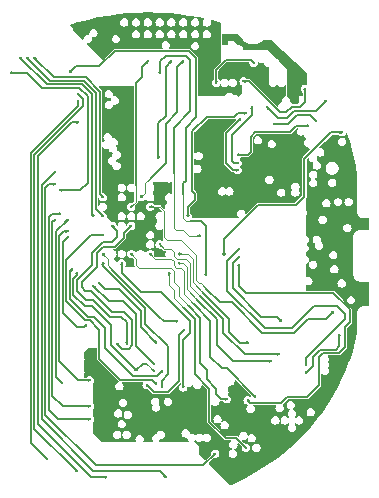
<source format=gbr>
%TF.GenerationSoftware,KiCad,Pcbnew,8.0.1*%
%TF.CreationDate,2024-03-29T03:09:59+00:00*%
%TF.ProjectId,watch_main,77617463-685f-46d6-9169-6e2e6b696361,rev?*%
%TF.SameCoordinates,Original*%
%TF.FileFunction,Copper,L3,Inr*%
%TF.FilePolarity,Positive*%
%FSLAX46Y46*%
G04 Gerber Fmt 4.6, Leading zero omitted, Abs format (unit mm)*
G04 Created by KiCad (PCBNEW 8.0.1) date 2024-03-29 03:09:59*
%MOMM*%
%LPD*%
G01*
G04 APERTURE LIST*
%TA.AperFunction,ViaPad*%
%ADD10C,0.300000*%
%TD*%
%TA.AperFunction,Conductor*%
%ADD11C,0.150000*%
%TD*%
%TA.AperFunction,Conductor*%
%ADD12C,0.090000*%
%TD*%
%TA.AperFunction,Conductor*%
%ADD13C,0.120000*%
%TD*%
%TA.AperFunction,Conductor*%
%ADD14C,0.200000*%
%TD*%
G04 APERTURE END LIST*
D10*
%TO.N,+VBAT*%
X158100000Y-83000000D03*
X163300000Y-83600000D03*
%TO.N,+1V8*%
X161400000Y-88900000D03*
X152480000Y-79920000D03*
X161800000Y-90200000D03*
X151000000Y-96000000D03*
X151800000Y-92000000D03*
X161800000Y-91000000D03*
X148600000Y-98400000D03*
X165600000Y-92420000D03*
X145100000Y-106100000D03*
X145750000Y-78450000D03*
X160900000Y-90200000D03*
X150200000Y-95200000D03*
X166725000Y-106650000D03*
X165200000Y-109600000D03*
X149400000Y-93600000D03*
X155400000Y-89300000D03*
X147800000Y-93600000D03*
X160900000Y-89400000D03*
X157210000Y-81800000D03*
X166825000Y-106075000D03*
X145100000Y-107200000D03*
X148600000Y-92800000D03*
X161806000Y-89457000D03*
X155200000Y-93950000D03*
X148600000Y-96000000D03*
X155900000Y-110800000D03*
X160900000Y-84300000D03*
X155750000Y-93800000D03*
X149400000Y-96800000D03*
X151000000Y-97600000D03*
X161375000Y-89800000D03*
X148500000Y-83800000D03*
X159851300Y-111900000D03*
X160900000Y-91000000D03*
%TO.N,/ELVSS*%
X149900000Y-108700000D03*
X153100000Y-104000000D03*
%TO.N,/OSPI1.CS*%
X151000000Y-82300000D03*
X154450000Y-96050000D03*
%TO.N,/BTN*%
X164200000Y-86310000D03*
X160700000Y-86600000D03*
%TO.N,/PWR_INT*%
X158800000Y-85200000D03*
X157600000Y-89900000D03*
%TO.N,/PWR_ENCHG*%
X163600000Y-86750000D03*
X157600000Y-89200000D03*
%TO.N,/I2C2.SCL*%
X157600000Y-90500000D03*
X157800000Y-86200000D03*
%TO.N,/I2C2.SDA*%
X158300000Y-85700000D03*
X153400000Y-94400000D03*
%TO.N,/Power/THR*%
X165078500Y-84621500D03*
X160100000Y-85200000D03*
%TO.N,/FLASH_RST*%
X150900000Y-89500000D03*
X152000000Y-81300000D03*
%TO.N,/FLASH_INT*%
X153000000Y-81300000D03*
X149400000Y-92800000D03*
%TO.N,/FLASH_RSTO*%
X148600000Y-93600000D03*
X150000000Y-81300000D03*
%TO.N,/I2C3.SDA*%
X163400000Y-107650000D03*
X166200000Y-104450000D03*
%TO.N,/MAG_INT*%
X165700000Y-102500000D03*
X150200000Y-93600000D03*
%TO.N,/ALS_INT*%
X163400000Y-107000000D03*
X157700000Y-97200000D03*
%TO.N,/I2C5.SDA*%
X147000000Y-95200000D03*
X148200000Y-105200000D03*
%TO.N,/I2C5.SCL*%
X147400000Y-105200000D03*
X148600000Y-95200000D03*
%TO.N,/TP_INT*%
X145900000Y-100100000D03*
X150700000Y-105100000D03*
%TO.N,/SWIRE_IN*%
X144000000Y-99200000D03*
X149000000Y-107450000D03*
X150500000Y-107500000D03*
%TO.N,/TP_RST*%
X150500000Y-106900000D03*
X145400000Y-100300000D03*
%TO.N,/STM32/SWD.RST*%
X151800000Y-99200000D03*
X158300000Y-114000000D03*
%TO.N,/DISPLAY_RST*%
X143593131Y-98909380D03*
X151200000Y-107500000D03*
%TO.N,/DSI_TE*%
X150700000Y-108600000D03*
X146200000Y-96000000D03*
%TO.N,/HR_INT*%
X158960000Y-81400000D03*
X155800000Y-83100000D03*
%TO.N,/SD_CD*%
X157700000Y-97850000D03*
X161300000Y-103300000D03*
%TO.N,/UART4.TX*%
X161100000Y-106100000D03*
X151000000Y-96800000D03*
%TO.N,/Power/VBUS_PROTECTED*%
X157200000Y-79300000D03*
X160200000Y-79900000D03*
X161100000Y-80700000D03*
X157700000Y-79500000D03*
X162300000Y-82700000D03*
X156600000Y-79300000D03*
X161900000Y-81500000D03*
X162400000Y-84700000D03*
%TO.N,/GPIO2*%
X150200000Y-97600000D03*
X159100000Y-109700000D03*
%TO.N,/UART4.RX*%
X160400000Y-106700000D03*
X152600000Y-98400000D03*
%TO.N,/STM32/SWD.SWDIO*%
X155700000Y-114500000D03*
X142100000Y-91700000D03*
%TO.N,/STM32/SWD.SWCLK*%
X151500000Y-116500000D03*
X142100000Y-90700000D03*
%TO.N,/SWIRE_OUT*%
X151181454Y-108873537D03*
X146200000Y-98400000D03*
%TO.N,/USART2.TX*%
X145400000Y-94400000D03*
X139200000Y-81000000D03*
%TO.N,/WL_LPO_IN*%
X143400000Y-82200000D03*
X154916027Y-99422648D03*
%TO.N,/USART2.CTS*%
X138400000Y-82262500D03*
X142600000Y-92200000D03*
%TO.N,/USART2.RX*%
X146200000Y-92800000D03*
X140400000Y-81000000D03*
%TO.N,/USART2.RTS*%
X146200000Y-94400000D03*
X139800000Y-81000000D03*
%TO.N,/WiFi and Bluetooth/SWD.SWCLK*%
X144100000Y-84662500D03*
X141500000Y-115000000D03*
%TO.N,/WiFi and Bluetooth/SWD.SWDIO*%
X144000000Y-116000000D03*
X144100000Y-84062500D03*
%TO.N,/WiFi and Bluetooth/TRST*%
X144100000Y-86462500D03*
X146500000Y-116500000D03*
%TO.N,/USART1.TX*%
X142100000Y-94700000D03*
X145100000Y-110500000D03*
%TO.N,/GNSS_WAKEUP*%
X145100000Y-108300000D03*
X143200000Y-95700000D03*
%TO.N,/USART1.RX*%
X145100000Y-111600000D03*
X142600000Y-94200000D03*
%TO.N,/GNSS_PPS*%
X142700000Y-108500000D03*
X143200000Y-94700000D03*
%TO.N,/GNSS_RST*%
X144800000Y-103600000D03*
X143200000Y-96200000D03*
%TO.N,/AVDDEN*%
X147800000Y-98400000D03*
X153000000Y-108900000D03*
%TO.N,/SPI1.CS*%
X157700000Y-98500000D03*
X158451300Y-110000000D03*
%TO.N,/SPI1.SCK*%
X158500000Y-105100000D03*
X152600000Y-97600000D03*
%TO.N,/IMU_INT1*%
X146200000Y-97600000D03*
X152500000Y-103300000D03*
%TO.N,/IMU_INT2*%
X156700000Y-109900000D03*
X148600000Y-97600000D03*
%TO.N,/ISYS*%
X166449421Y-87300000D03*
X156450000Y-97650000D03*
%TD*%
D11*
%TO.N,+VBAT*%
X161200000Y-85600000D02*
X161700000Y-85600000D01*
X158100000Y-83000000D02*
X158600000Y-83000000D01*
X161700000Y-85600000D02*
X162175000Y-85125000D01*
X162875000Y-85125000D02*
X163300000Y-84700000D01*
X162175000Y-85125000D02*
X162875000Y-85125000D01*
X158600000Y-83000000D02*
X161200000Y-85600000D01*
X163300000Y-84700000D02*
X163300000Y-83600000D01*
%TO.N,/ELVSS*%
X151700000Y-109300000D02*
X152625000Y-108375000D01*
X149900000Y-108700000D02*
X150500000Y-109300000D01*
X152625000Y-108375000D02*
X152625000Y-104475000D01*
X150500000Y-109300000D02*
X151700000Y-109300000D01*
X152625000Y-104475000D02*
X153100000Y-104000000D01*
%TO.N,/OSPI1.CS*%
X151000000Y-81299479D02*
X151000000Y-82300000D01*
X153200000Y-80800000D02*
X151499479Y-80800000D01*
X153576041Y-81176041D02*
X153200000Y-80800000D01*
X151499479Y-80800000D02*
X151000000Y-81299479D01*
D12*
X153450000Y-96050000D02*
X154450000Y-96050000D01*
X153005000Y-95605000D02*
X153450000Y-96050000D01*
X152200000Y-90600000D02*
X152200000Y-95400000D01*
D11*
X152200000Y-86900000D02*
X153576041Y-85523959D01*
X152200000Y-90600000D02*
X152200000Y-86900000D01*
D12*
X152200000Y-95400000D02*
X152405000Y-95605000D01*
D11*
X153576041Y-85523959D02*
X153576041Y-81176041D01*
D12*
X152405000Y-95605000D02*
X153005000Y-95605000D01*
D11*
%TO.N,/BTN*%
X160700000Y-86600000D02*
X161900000Y-86600000D01*
X163745000Y-85855000D02*
X164200000Y-86310000D01*
X161900000Y-86600000D02*
X162645000Y-85855000D01*
X162645000Y-85855000D02*
X163745000Y-85855000D01*
%TO.N,/PWR_INT*%
X157300000Y-89900000D02*
X157100000Y-89700000D01*
X157600000Y-89900000D02*
X157300000Y-89900000D01*
X157100000Y-87550000D02*
X158800000Y-85850000D01*
X158800000Y-85850000D02*
X158800000Y-85200000D01*
X157100000Y-89700000D02*
X157100000Y-87550000D01*
%TO.N,/PWR_ENCHG*%
X158500000Y-89200000D02*
X158700000Y-89000000D01*
X157600000Y-89200000D02*
X158500000Y-89200000D01*
X159100000Y-87300000D02*
X162000000Y-87300000D01*
X158700000Y-89000000D02*
X158700000Y-87700000D01*
X162550000Y-86750000D02*
X163600000Y-86750000D01*
X158700000Y-87700000D02*
X159100000Y-87300000D01*
X162000000Y-87300000D02*
X162550000Y-86750000D01*
%TO.N,/I2C2.SCL*%
X156600000Y-87400000D02*
X157800000Y-86200000D01*
X156600000Y-89900000D02*
X156600000Y-87400000D01*
X157600000Y-90500000D02*
X157200000Y-90500000D01*
X157200000Y-90500000D02*
X156600000Y-89900000D01*
%TO.N,/I2C2.SDA*%
X154000000Y-93000000D02*
X154000000Y-92500000D01*
X153775000Y-92275000D02*
X153775000Y-87225000D01*
X153400000Y-94400000D02*
X153400000Y-93600000D01*
X157600000Y-85700000D02*
X158300000Y-85700000D01*
X157300000Y-86000000D02*
X157600000Y-85700000D01*
X155000000Y-86000000D02*
X157300000Y-86000000D01*
X154000000Y-92500000D02*
X153775000Y-92275000D01*
X153775000Y-87225000D02*
X155000000Y-86000000D01*
X153400000Y-93600000D02*
X154000000Y-93000000D01*
%TO.N,/Power/THR*%
X162400000Y-85500000D02*
X161800000Y-86100000D01*
X164200000Y-85500000D02*
X162400000Y-85500000D01*
X161000000Y-86100000D02*
X160100000Y-85200000D01*
X165078500Y-84621500D02*
X164200000Y-85500000D01*
X161800000Y-86100000D02*
X161000000Y-86100000D01*
%TO.N,/FLASH_RST*%
X150900000Y-86500000D02*
X150900000Y-89500000D01*
X152000000Y-81300000D02*
X151500000Y-81800000D01*
X151500000Y-81800000D02*
X151500000Y-85900000D01*
X151500000Y-85900000D02*
X150900000Y-86500000D01*
D12*
%TO.N,/FLASH_INT*%
X149800000Y-91600000D02*
X149800000Y-92400000D01*
X149800000Y-92400000D02*
X149400000Y-92800000D01*
D11*
X151500000Y-86600000D02*
X152500000Y-85600000D01*
X150400000Y-91000000D02*
X151500000Y-89900000D01*
X152500000Y-81800000D02*
X153000000Y-81300000D01*
D12*
X149800000Y-91600000D02*
X150400000Y-91000000D01*
D11*
X152500000Y-85600000D02*
X152500000Y-81800000D01*
X151500000Y-89900000D02*
X151500000Y-86600000D01*
%TO.N,/FLASH_RSTO*%
X149500000Y-81800000D02*
X150000000Y-81300000D01*
D12*
X149000000Y-91600000D02*
X149000000Y-93200000D01*
D11*
X149500000Y-82600000D02*
X149500000Y-81800000D01*
D12*
X149000000Y-93200000D02*
X148600000Y-93600000D01*
D11*
X149000000Y-83100000D02*
X149500000Y-82600000D01*
X149000000Y-91600000D02*
X149000000Y-83100000D01*
%TO.N,/I2C3.SDA*%
X164600000Y-105700000D02*
X165900000Y-105700000D01*
X163400000Y-107650000D02*
X164000000Y-107050000D01*
X164000000Y-107050000D02*
X164000000Y-106300000D01*
X166200000Y-105400000D02*
X166200000Y-104450000D01*
X164000000Y-106300000D02*
X164600000Y-105700000D01*
X165900000Y-105700000D02*
X166200000Y-105400000D01*
D12*
%TO.N,/MAG_INT*%
X154950000Y-100550000D02*
X154500000Y-100100000D01*
D11*
X165100000Y-103100000D02*
X165700000Y-102500000D01*
D12*
X152800000Y-96400000D02*
X151631385Y-96400000D01*
X154050000Y-97650000D02*
X152800000Y-96400000D01*
D11*
X163600000Y-103100000D02*
X165100000Y-103100000D01*
D12*
X151400000Y-94000000D02*
X151000000Y-93600000D01*
X151631385Y-96400000D02*
X151400000Y-96168615D01*
D11*
X154950000Y-100550000D02*
X156100000Y-101700000D01*
X162400000Y-104300000D02*
X163600000Y-103100000D01*
D12*
X154341384Y-100100000D02*
X154050000Y-99808616D01*
X154500000Y-100100000D02*
X154341384Y-100100000D01*
X154050000Y-99808616D02*
X154050000Y-97650000D01*
X151000000Y-93600000D02*
X150200000Y-93600000D01*
X151400000Y-96168615D02*
X151400000Y-94000000D01*
D11*
X157100000Y-101700000D02*
X159700000Y-104300000D01*
X156100000Y-101700000D02*
X157100000Y-101700000D01*
X159700000Y-104300000D02*
X162400000Y-104300000D01*
%TO.N,/ALS_INT*%
X166000000Y-102000000D02*
X166700000Y-102700000D01*
X159900000Y-103900000D02*
X162200000Y-103900000D01*
X164100000Y-102000000D02*
X166000000Y-102000000D01*
X156700000Y-98200000D02*
X156700000Y-100700000D01*
X166700000Y-103100000D02*
X163400000Y-106400000D01*
X156700000Y-100700000D02*
X159900000Y-103900000D01*
X166700000Y-102700000D02*
X166700000Y-103100000D01*
X157700000Y-97200000D02*
X156700000Y-98200000D01*
X163400000Y-106400000D02*
X163400000Y-107000000D01*
X162200000Y-103900000D02*
X164100000Y-102000000D01*
%TO.N,/I2C5.SDA*%
X147001041Y-96600000D02*
X147425000Y-96176041D01*
X147425000Y-95625000D02*
X147000000Y-95200000D01*
X147700521Y-102900000D02*
X146800000Y-102900000D01*
X145400000Y-101500000D02*
X144800000Y-101500000D01*
X148200000Y-103399479D02*
X147700521Y-102900000D01*
X147425000Y-96176041D02*
X147425000Y-95625000D01*
X146200000Y-96600000D02*
X147001041Y-96600000D01*
X144000000Y-99801041D02*
X145300000Y-98501041D01*
X144800000Y-101500000D02*
X144000000Y-100700000D01*
X146800000Y-102900000D02*
X145400000Y-101500000D01*
X148200000Y-105200000D02*
X148200000Y-103399479D01*
X145300000Y-97500000D02*
X146200000Y-96600000D01*
X145300000Y-98501041D02*
X145300000Y-97500000D01*
X144000000Y-100700000D02*
X144000000Y-99801041D01*
%TO.N,/I2C5.SCL*%
X147000000Y-102500000D02*
X145200000Y-100700000D01*
X145700000Y-97498959D02*
X146198959Y-97000000D01*
X148375000Y-105625000D02*
X148700000Y-105300000D01*
X148000000Y-102500000D02*
X147000000Y-102500000D01*
X144400000Y-100400000D02*
X144400000Y-99998959D01*
X146198959Y-97000000D02*
X147200000Y-97000000D01*
X148700000Y-103200000D02*
X148000000Y-102500000D01*
X147825000Y-105625000D02*
X148375000Y-105625000D01*
X148700000Y-105300000D02*
X148700000Y-103200000D01*
X144700000Y-100700000D02*
X144400000Y-100400000D01*
X147949480Y-95850520D02*
X148600000Y-95200000D01*
X145200000Y-100700000D02*
X144700000Y-100700000D01*
X147400000Y-105200000D02*
X147825000Y-105625000D01*
X144400000Y-99998959D02*
X145700000Y-98698959D01*
X145700000Y-98698959D02*
X145700000Y-97498959D01*
X147949480Y-96250520D02*
X147949480Y-95850520D01*
X147200000Y-97000000D02*
X147949480Y-96250520D01*
%TO.N,/TP_INT*%
X147600000Y-100600000D02*
X146400000Y-100600000D01*
X150700000Y-105100000D02*
X149400000Y-103800000D01*
X146400000Y-100600000D02*
X145900000Y-100100000D01*
X149400000Y-102400000D02*
X147600000Y-100600000D01*
X149400000Y-103800000D02*
X149400000Y-102400000D01*
%TO.N,/SWIRE_IN*%
X146900000Y-103600000D02*
X145300000Y-102000000D01*
X149550000Y-106900000D02*
X149900000Y-106900000D01*
X144000000Y-99401041D02*
X144000000Y-99200000D01*
D13*
X149900000Y-106900000D02*
X150500000Y-107500000D01*
D11*
X145300000Y-102000000D02*
X144650000Y-102000000D01*
X149000000Y-107450000D02*
X146900000Y-105350000D01*
X143700000Y-101050000D02*
X143700000Y-99701041D01*
X144650000Y-102000000D02*
X143700000Y-101050000D01*
X143700000Y-99701041D02*
X144000000Y-99401041D01*
X149000000Y-107450000D02*
X149550000Y-106900000D01*
X146900000Y-105350000D02*
X146900000Y-103600000D01*
%TO.N,/TP_RST*%
X147900000Y-101600000D02*
X146700000Y-101600000D01*
X146700000Y-101600000D02*
X145400000Y-100300000D01*
X149000000Y-105400000D02*
X149000000Y-102700000D01*
X150500000Y-106900000D02*
X149000000Y-105400000D01*
X149000000Y-102700000D02*
X147900000Y-101600000D01*
%TO.N,/STM32/SWD.RST*%
X154000000Y-107800000D02*
X155200000Y-109000000D01*
X155200000Y-111800000D02*
X156600000Y-113200000D01*
X157500000Y-113200000D02*
X158300000Y-114000000D01*
D12*
X151800000Y-100250000D02*
X152200000Y-100650000D01*
D11*
X155200000Y-109000000D02*
X155200000Y-111800000D01*
X154000000Y-103100000D02*
X154000000Y-107800000D01*
D12*
X151800000Y-99200000D02*
X151800000Y-100250000D01*
X152200000Y-100650000D02*
X152200000Y-101300000D01*
X152200000Y-101300000D02*
X153100000Y-102200000D01*
D11*
X153100000Y-102200000D02*
X154000000Y-103100000D01*
X156600000Y-113200000D02*
X157500000Y-113200000D01*
%TO.N,/DISPLAY_RST*%
X143400000Y-101401041D02*
X144923959Y-102925000D01*
X143593131Y-98909380D02*
X143400000Y-99102511D01*
X145425000Y-102925000D02*
X146400000Y-103900000D01*
X146400000Y-105550000D02*
X148775000Y-107925000D01*
X144923959Y-102925000D02*
X145425000Y-102925000D01*
X148775000Y-107925000D02*
X150775000Y-107925000D01*
X143400000Y-99102511D02*
X143400000Y-101401041D01*
X150775000Y-107925000D02*
X151200000Y-107500000D01*
X146400000Y-103900000D02*
X146400000Y-105550000D01*
%TO.N,/DSI_TE*%
X146200000Y-96000000D02*
X145200000Y-96000000D01*
X145900000Y-104000000D02*
X145900000Y-106500000D01*
X150375000Y-108275000D02*
X150700000Y-108600000D01*
X145075000Y-103175000D02*
X145900000Y-104000000D01*
X143100000Y-98100000D02*
X143100000Y-101600000D01*
X143100000Y-101600000D02*
X144675000Y-103175000D01*
X147675000Y-108275000D02*
X150375000Y-108275000D01*
X144675000Y-103175000D02*
X145075000Y-103175000D01*
X145200000Y-96000000D02*
X143100000Y-98100000D01*
X145900000Y-106500000D02*
X147675000Y-108275000D01*
%TO.N,/HR_INT*%
X158960000Y-81400000D02*
X158760000Y-81200000D01*
X156600000Y-81200000D02*
X155800000Y-82000000D01*
X158760000Y-81200000D02*
X156600000Y-81200000D01*
X155800000Y-82000000D02*
X155800000Y-83100000D01*
%TO.N,/SD_CD*%
X161300000Y-103300000D02*
X160900000Y-102900000D01*
X157200000Y-98350000D02*
X157700000Y-97850000D01*
X157200000Y-100500000D02*
X157200000Y-98350000D01*
X159600000Y-102900000D02*
X157200000Y-100500000D01*
X160900000Y-102900000D02*
X159600000Y-102900000D01*
D12*
%TO.N,/UART4.TX*%
X151000000Y-96800000D02*
X151400000Y-97200000D01*
X153550000Y-98350000D02*
X153550000Y-100300000D01*
D11*
X156400000Y-104300000D02*
X158200000Y-106100000D01*
D12*
X153200000Y-98000000D02*
X153550000Y-98350000D01*
D11*
X156400000Y-103150000D02*
X156400000Y-104300000D01*
D12*
X153550000Y-100300000D02*
X154400000Y-101150000D01*
X152200000Y-97758615D02*
X152441385Y-98000000D01*
X151400000Y-97200000D02*
X151958615Y-97200000D01*
D11*
X158200000Y-106100000D02*
X161100000Y-106100000D01*
D12*
X152200000Y-97441385D02*
X152200000Y-97758615D01*
X151958615Y-97200000D02*
X152200000Y-97441385D01*
D11*
X154400000Y-101150000D02*
X156400000Y-103150000D01*
D12*
X152441385Y-98000000D02*
X153200000Y-98000000D01*
%TO.N,/GPIO2*%
X152200000Y-98200000D02*
X152200000Y-98579307D01*
X153050000Y-99050000D02*
X153050000Y-101000000D01*
D11*
X155300000Y-103250000D02*
X155300000Y-106300000D01*
D12*
X152800000Y-98800000D02*
X153050000Y-99050000D01*
X152000000Y-98000000D02*
X152200000Y-98200000D01*
D11*
X155300000Y-106300000D02*
X156300000Y-107300000D01*
D12*
X153050000Y-101000000D02*
X153875000Y-101825000D01*
X152200000Y-98579307D02*
X152420693Y-98800000D01*
D11*
X156700000Y-107300000D02*
X159100000Y-109700000D01*
X153875000Y-101825000D02*
X155300000Y-103250000D01*
D12*
X150600000Y-98000000D02*
X152000000Y-98000000D01*
D11*
X156300000Y-107300000D02*
X156700000Y-107300000D01*
D12*
X152420693Y-98800000D02*
X152800000Y-98800000D01*
X150200000Y-97600000D02*
X150600000Y-98000000D01*
D11*
%TO.N,/UART4.RX*%
X155850000Y-103150000D02*
X155850000Y-105350000D01*
X154200000Y-101500000D02*
X155850000Y-103150000D01*
D12*
X153300000Y-100600000D02*
X154200000Y-101500000D01*
D11*
X157200000Y-106700000D02*
X160400000Y-106700000D01*
D12*
X153300000Y-98700000D02*
X153300000Y-100600000D01*
D11*
X155850000Y-105350000D02*
X157200000Y-106700000D01*
D12*
X153000000Y-98400000D02*
X153300000Y-98700000D01*
X152600000Y-98400000D02*
X153000000Y-98400000D01*
D11*
%TO.N,/STM32/SWD.SWDIO*%
X141600000Y-91700000D02*
X141300000Y-92000000D01*
X141300000Y-92000000D02*
X141300000Y-111200000D01*
X145600000Y-115500000D02*
X154700000Y-115500000D01*
X154700000Y-115500000D02*
X155700000Y-114500000D01*
X142100000Y-91700000D02*
X141600000Y-91700000D01*
X141300000Y-111200000D02*
X145600000Y-115500000D01*
%TO.N,/STM32/SWD.SWCLK*%
X141000000Y-91800000D02*
X141000000Y-111600000D01*
X151000000Y-116000000D02*
X151500000Y-116500000D01*
X142100000Y-90700000D02*
X141000000Y-91800000D01*
X141000000Y-111600000D02*
X145400000Y-116000000D01*
X145400000Y-116000000D02*
X151000000Y-116000000D01*
%TO.N,/SWIRE_OUT*%
X146200000Y-98598959D02*
X149800000Y-102198959D01*
X151700000Y-107800000D02*
X151181454Y-108318546D01*
X151700000Y-105400000D02*
X151700000Y-107800000D01*
X149800000Y-103500000D02*
X151700000Y-105400000D01*
X151181454Y-108318546D02*
X151181454Y-108873537D01*
X146200000Y-98400000D02*
X146200000Y-98598959D01*
X149800000Y-102198959D02*
X149800000Y-103500000D01*
%TO.N,/USART2.TX*%
X145250000Y-84100000D02*
X144400000Y-83250000D01*
X141448959Y-83250000D02*
X139200000Y-81001041D01*
X139200000Y-81001041D02*
X139200000Y-81000000D01*
X145400000Y-94400000D02*
X145250000Y-94250000D01*
X145250000Y-94250000D02*
X145250000Y-84100000D01*
X144400000Y-83250000D02*
X141448959Y-83250000D01*
%TO.N,/WL_LPO_IN*%
X153200000Y-91400000D02*
X153200000Y-86900000D01*
X153000000Y-92500000D02*
X153000000Y-91600000D01*
X154100000Y-81000000D02*
X153500000Y-80400000D01*
X153200000Y-86900000D02*
X154100000Y-86000000D01*
D12*
X153000000Y-94579307D02*
X153000000Y-92500000D01*
D11*
X153000000Y-91600000D02*
X153200000Y-91400000D01*
X147200000Y-80400000D02*
X145900000Y-81700000D01*
X154916027Y-95216027D02*
X154916027Y-99422648D01*
X153800000Y-94800000D02*
X154500000Y-94800000D01*
D12*
X153800000Y-94800000D02*
X153220693Y-94800000D01*
D11*
X145900000Y-81700000D02*
X143900000Y-81700000D01*
X154500000Y-94800000D02*
X154916027Y-95216027D01*
D12*
X153220693Y-94800000D02*
X153000000Y-94579307D01*
D11*
X153500000Y-80400000D02*
X147200000Y-80400000D01*
X143900000Y-81700000D02*
X143400000Y-82200000D01*
X154100000Y-86000000D02*
X154100000Y-81000000D01*
%TO.N,/USART2.CTS*%
X141050000Y-83550000D02*
X139762500Y-82262500D01*
X144300000Y-92200000D02*
X144900000Y-91600000D01*
X142600000Y-92200000D02*
X144300000Y-92200000D01*
X144900000Y-84250000D02*
X144200000Y-83550000D01*
X139762500Y-82262500D02*
X138400000Y-82262500D01*
X144900000Y-91600000D02*
X144900000Y-84250000D01*
X144200000Y-83550000D02*
X141050000Y-83550000D01*
%TO.N,/USART2.RX*%
X144750000Y-82650000D02*
X145950000Y-83850000D01*
X142050000Y-82650000D02*
X144750000Y-82650000D01*
X140400000Y-81000000D02*
X142050000Y-82650000D01*
X145950000Y-92550000D02*
X146200000Y-92800000D01*
X145950000Y-83850000D02*
X145950000Y-92550000D01*
%TO.N,/USART2.RTS*%
X141750000Y-82950000D02*
X144600000Y-82950000D01*
X139800000Y-81000000D02*
X141750000Y-82950000D01*
X145600000Y-93800000D02*
X146200000Y-94400000D01*
X145600000Y-83950000D02*
X145600000Y-93800000D01*
X144600000Y-82950000D02*
X145600000Y-83950000D01*
%TO.N,/WiFi and Bluetooth/SWD.SWCLK*%
X140125000Y-113625000D02*
X141500000Y-115000000D01*
X140125000Y-89075000D02*
X140125000Y-113625000D01*
X144100000Y-84662500D02*
X144100000Y-85100000D01*
X144100000Y-85100000D02*
X140125000Y-89075000D01*
%TO.N,/WiFi and Bluetooth/SWD.SWDIO*%
X144525000Y-85100000D02*
X140400000Y-89225000D01*
X144100000Y-84062500D02*
X144275000Y-84237500D01*
X144276041Y-84237500D02*
X144525000Y-84486459D01*
X140400000Y-112400000D02*
X144000000Y-116000000D01*
X144275000Y-84237500D02*
X144276041Y-84237500D01*
X140400000Y-89225000D02*
X140400000Y-112400000D01*
X144525000Y-84486459D02*
X144525000Y-85100000D01*
%TO.N,/WiFi and Bluetooth/TRST*%
X145200000Y-116500000D02*
X146500000Y-116500000D01*
X144100000Y-86462500D02*
X143587500Y-86462500D01*
X140700000Y-112000000D02*
X145200000Y-116500000D01*
X143587500Y-86462500D02*
X140700000Y-89350000D01*
X140700000Y-89350000D02*
X140700000Y-112000000D01*
%TO.N,/USART1.TX*%
X141900000Y-109600000D02*
X141900000Y-94900000D01*
X142800000Y-110500000D02*
X141900000Y-109600000D01*
X145100000Y-110500000D02*
X142800000Y-110500000D01*
X141900000Y-94900000D02*
X142100000Y-94700000D01*
%TO.N,/GNSS_WAKEUP*%
X145100000Y-108300000D02*
X144100000Y-108300000D01*
X142500000Y-96100000D02*
X142900000Y-95700000D01*
X144100000Y-108300000D02*
X142500000Y-106700000D01*
X142500000Y-106700000D02*
X142500000Y-96100000D01*
X142900000Y-95700000D02*
X143200000Y-95700000D01*
%TO.N,/USART1.RX*%
X141850000Y-94200000D02*
X142600000Y-94200000D01*
X141600000Y-110800000D02*
X141600000Y-94450000D01*
X142400000Y-111600000D02*
X141600000Y-110800000D01*
X141600000Y-94450000D02*
X141850000Y-94200000D01*
X145100000Y-111600000D02*
X142400000Y-111600000D01*
%TO.N,/GNSS_PPS*%
X142700000Y-108500000D02*
X142200000Y-108000000D01*
X142200000Y-108000000D02*
X142200000Y-95700000D01*
X142200000Y-95700000D02*
X143200000Y-94700000D01*
%TO.N,/GNSS_RST*%
X144575000Y-103825000D02*
X144025000Y-103825000D01*
X142800000Y-102600000D02*
X142800000Y-96600000D01*
X144800000Y-103600000D02*
X144575000Y-103825000D01*
X142800000Y-96600000D02*
X143200000Y-96200000D01*
X144025000Y-103825000D02*
X142800000Y-102600000D01*
%TO.N,/AVDDEN*%
X147800000Y-98400000D02*
X147800000Y-99200000D01*
X153600000Y-104300000D02*
X153000000Y-104900000D01*
X151100000Y-100800000D02*
X153600000Y-103300000D01*
X153600000Y-103300000D02*
X153600000Y-104300000D01*
X153000000Y-104900000D02*
X153000000Y-108900000D01*
X149400000Y-100800000D02*
X151100000Y-100800000D01*
X147800000Y-99200000D02*
X149400000Y-100800000D01*
%TO.N,/SPI1.CS*%
X161300000Y-110200000D02*
X161800000Y-109700000D01*
X166700000Y-105500000D02*
X166700000Y-103800000D01*
X166700000Y-103800000D02*
X167100000Y-103400000D01*
X158451300Y-110000000D02*
X158651300Y-110200000D01*
X158651300Y-110200000D02*
X161300000Y-110200000D01*
X167100000Y-103400000D02*
X167100000Y-102300000D01*
X167100000Y-102300000D02*
X165700000Y-100900000D01*
X166200000Y-106000000D02*
X166700000Y-105500000D01*
X164823959Y-106000000D02*
X166200000Y-106000000D01*
X165700000Y-100900000D02*
X158300000Y-100900000D01*
X164500000Y-106323959D02*
X164823959Y-106000000D01*
X161800000Y-109700000D02*
X163500000Y-109700000D01*
X157700000Y-100300000D02*
X157700000Y-98500000D01*
X163500000Y-109700000D02*
X164500000Y-108700000D01*
X158300000Y-100900000D02*
X157700000Y-100300000D01*
X164500000Y-108700000D02*
X164500000Y-106323959D01*
%TO.N,/SPI1.SCK*%
X157800000Y-105100000D02*
X158500000Y-105100000D01*
D12*
X153800000Y-98000000D02*
X153800000Y-100000000D01*
X153400000Y-97600000D02*
X153800000Y-98000000D01*
D11*
X154700000Y-100900000D02*
X156900000Y-103100000D01*
X156900000Y-104200000D02*
X157800000Y-105100000D01*
D12*
X153800000Y-100000000D02*
X154700000Y-100900000D01*
D11*
X156900000Y-103100000D02*
X156900000Y-104200000D01*
D12*
X152600000Y-97600000D02*
X153400000Y-97600000D01*
%TO.N,/IMU_INT1*%
X146600000Y-98558616D02*
X146600000Y-98000000D01*
X146970692Y-98929308D02*
X146600000Y-98558616D01*
X146600000Y-98000000D02*
X146200000Y-97600000D01*
D11*
X150941385Y-102900000D02*
X151341385Y-103300000D01*
X146970692Y-98929308D02*
X150941385Y-102900000D01*
X151341385Y-103300000D02*
X152500000Y-103300000D01*
%TO.N,/IMU_INT2*%
X155800000Y-109000000D02*
X155000000Y-108200000D01*
X156200000Y-109900000D02*
X155800000Y-109500000D01*
D12*
X151958615Y-98800000D02*
X152200000Y-99041385D01*
X152600000Y-100400000D02*
X152600000Y-101150000D01*
X152200000Y-99041385D02*
X152200000Y-100000000D01*
D11*
X155000000Y-107400000D02*
X154441715Y-106841715D01*
D12*
X148995000Y-98005000D02*
X148995000Y-98553615D01*
X149241385Y-98800000D02*
X151958615Y-98800000D01*
X148600000Y-97600000D02*
X149000000Y-98000000D01*
X152600000Y-101150000D02*
X153475000Y-102025000D01*
X148995000Y-98553615D02*
X149241385Y-98800000D01*
D11*
X155800000Y-109500000D02*
X155800000Y-109000000D01*
X156700000Y-109900000D02*
X156200000Y-109900000D01*
D12*
X149000000Y-98000000D02*
X148995000Y-98005000D01*
X152200000Y-100000000D02*
X152600000Y-100400000D01*
D11*
X155000000Y-108200000D02*
X155000000Y-107400000D01*
X154441715Y-102991715D02*
X153475000Y-102025000D01*
X154441715Y-106841715D02*
X154441715Y-102991715D01*
D14*
%TO.N,/ISYS*%
X162550000Y-93450000D02*
X163250000Y-92750000D01*
X163250000Y-92750000D02*
X163250000Y-89550000D01*
X165500000Y-87300000D02*
X166449421Y-87300000D01*
X163250000Y-89550000D02*
X165500000Y-87300000D01*
X159350000Y-93450000D02*
X162550000Y-93450000D01*
X156450000Y-96350000D02*
X159350000Y-93450000D01*
X156450000Y-97650000D02*
X156450000Y-96350000D01*
%TD*%
%TA.AperFunction,Conductor*%
%TO.N,/Power/VBUS_PROTECTED*%
G36*
X157621674Y-79021674D02*
G01*
X158073953Y-79473953D01*
X158078782Y-79479276D01*
X158089586Y-79492414D01*
X158089598Y-79492426D01*
X158246544Y-79627464D01*
X158424297Y-79733642D01*
X158617605Y-79807818D01*
X158820759Y-79847803D01*
X159014787Y-79852125D01*
X159027756Y-79852415D01*
X159027756Y-79852414D01*
X159027759Y-79852415D01*
X159027762Y-79852414D01*
X159027769Y-79852414D01*
X159232485Y-79821520D01*
X159232485Y-79821519D01*
X159232491Y-79821519D01*
X159428912Y-79756027D01*
X159611218Y-79657872D01*
X159774028Y-79529954D01*
X159779005Y-79524435D01*
X159830146Y-79500098D01*
X159833954Y-79500000D01*
X160351223Y-79500000D01*
X160400724Y-79518995D01*
X163475504Y-82286297D01*
X163499898Y-82337410D01*
X163500000Y-82341299D01*
X163500000Y-83190165D01*
X163478326Y-83242491D01*
X163426000Y-83264165D01*
X163414424Y-83263254D01*
X163300000Y-83245131D01*
X163190339Y-83262499D01*
X163091412Y-83312905D01*
X163012905Y-83391412D01*
X162962499Y-83490339D01*
X162945131Y-83600000D01*
X162962499Y-83709660D01*
X163012905Y-83808587D01*
X163091413Y-83887095D01*
X163093995Y-83888971D01*
X163095112Y-83890794D01*
X163095531Y-83891213D01*
X163095430Y-83891313D01*
X163123589Y-83937262D01*
X163124500Y-83948839D01*
X163124500Y-84126000D01*
X163102826Y-84178326D01*
X163050500Y-84200000D01*
X162791925Y-84200000D01*
X162790848Y-84599999D01*
X162790580Y-84699495D01*
X162773697Y-84746346D01*
X162669325Y-84873050D01*
X162619326Y-84899657D01*
X162612208Y-84900000D01*
X162330652Y-84900000D01*
X162278326Y-84878326D01*
X162074028Y-84674028D01*
X162052354Y-84621702D01*
X162053265Y-84610124D01*
X162054869Y-84600000D01*
X162037500Y-84490339D01*
X161987095Y-84391413D01*
X161908587Y-84312905D01*
X161840404Y-84278164D01*
X161803622Y-84235098D01*
X161800000Y-84212230D01*
X161800000Y-81950000D01*
X161142838Y-81292838D01*
X161129229Y-81274107D01*
X161117866Y-81251805D01*
X161087095Y-81191413D01*
X161008587Y-81112905D01*
X161008586Y-81112904D01*
X160925890Y-81070768D01*
X160907160Y-81057160D01*
X160150000Y-80300000D01*
X158126782Y-80300000D01*
X158074456Y-80278326D01*
X158053693Y-80237576D01*
X158037500Y-80135339D01*
X157987094Y-80036412D01*
X157908587Y-79957905D01*
X157809660Y-79907499D01*
X157700000Y-79890131D01*
X157699999Y-79890131D01*
X157642392Y-79899254D01*
X157587320Y-79886032D01*
X157578491Y-79878491D01*
X157300000Y-79600000D01*
X156800000Y-79600000D01*
X156800000Y-79826000D01*
X156778326Y-79878326D01*
X156726000Y-79900000D01*
X156374000Y-79900000D01*
X156321674Y-79878326D01*
X156300000Y-79826000D01*
X156300000Y-79074000D01*
X156321674Y-79021674D01*
X156374000Y-79000000D01*
X157569348Y-79000000D01*
X157621674Y-79021674D01*
G37*
%TD.AperFunction*%
%TD*%
%TA.AperFunction,Conductor*%
%TO.N,+1V8*%
G36*
X166851356Y-87391128D02*
G01*
X166875502Y-87419013D01*
X167098654Y-88075261D01*
X167099390Y-88077619D01*
X167296720Y-88770764D01*
X167297337Y-88773157D01*
X167459483Y-89475388D01*
X167459978Y-89477809D01*
X167586519Y-90187314D01*
X167586891Y-90189756D01*
X167677507Y-90904724D01*
X167677756Y-90907182D01*
X167732219Y-91625833D01*
X167732343Y-91628301D01*
X167746360Y-92184081D01*
X167750267Y-92339030D01*
X167750519Y-92349002D01*
X167750535Y-92350237D01*
X167750535Y-94092430D01*
X167750580Y-94093129D01*
X167750575Y-94105487D01*
X167750575Y-94106255D01*
X167775633Y-94216248D01*
X167824549Y-94317903D01*
X167824550Y-94317904D01*
X167894863Y-94406113D01*
X167894865Y-94406115D01*
X167894867Y-94406117D01*
X167894871Y-94406120D01*
X167894872Y-94406121D01*
X167983059Y-94476464D01*
X167983061Y-94476465D01*
X167993568Y-94481525D01*
X168084697Y-94525413D01*
X168194682Y-94550507D01*
X168251088Y-94550500D01*
X168701535Y-94550500D01*
X168736183Y-94564852D01*
X168750535Y-94599500D01*
X168750535Y-95500500D01*
X168736183Y-95535148D01*
X168701535Y-95549500D01*
X167932335Y-95549500D01*
X167800419Y-95579608D01*
X167800410Y-95579612D01*
X167678492Y-95638325D01*
X167572695Y-95722695D01*
X167488325Y-95828492D01*
X167429612Y-95950410D01*
X167429608Y-95950419D01*
X167399500Y-96082335D01*
X167399500Y-99417664D01*
X167429608Y-99549580D01*
X167429610Y-99549585D01*
X167429611Y-99549588D01*
X167488325Y-99671507D01*
X167572695Y-99777305D01*
X167678493Y-99861675D01*
X167800412Y-99920389D01*
X167800417Y-99920390D01*
X167800419Y-99920391D01*
X167932335Y-99950499D01*
X167932338Y-99950500D01*
X167932340Y-99950500D01*
X167960438Y-99950500D01*
X168701535Y-99950500D01*
X168736183Y-99964852D01*
X168750535Y-99999500D01*
X168750535Y-102000494D01*
X168736183Y-102035142D01*
X168701535Y-102049494D01*
X168208611Y-102049494D01*
X168208096Y-102049526D01*
X168194695Y-102049525D01*
X168194694Y-102049525D01*
X168194693Y-102049525D01*
X168194690Y-102049525D01*
X168084728Y-102074606D01*
X167983101Y-102123531D01*
X167894915Y-102193840D01*
X167824585Y-102282016D01*
X167775640Y-102383632D01*
X167750536Y-102493593D01*
X167750536Y-102508397D01*
X167750535Y-102508424D01*
X167750535Y-102510432D01*
X167750535Y-102537500D01*
X167750535Y-102549985D01*
X167750534Y-102587095D01*
X167750533Y-102601515D01*
X167750535Y-102601540D01*
X167750535Y-104308689D01*
X167749164Y-104320198D01*
X167565808Y-105078983D01*
X167565241Y-105081118D01*
X167338386Y-105863598D01*
X167337723Y-105865705D01*
X167075841Y-106637152D01*
X167075084Y-106639227D01*
X166778705Y-107398078D01*
X166777856Y-107400117D01*
X166447563Y-108144879D01*
X166446622Y-108146877D01*
X166083119Y-108875960D01*
X166082089Y-108877915D01*
X165686081Y-109589904D01*
X165684964Y-109591809D01*
X165257296Y-110285189D01*
X165256094Y-110287043D01*
X164797582Y-110960489D01*
X164796299Y-110962286D01*
X164307920Y-111614361D01*
X164306556Y-111616099D01*
X163789276Y-112245515D01*
X163787835Y-112247189D01*
X163242740Y-112852625D01*
X163241226Y-112854233D01*
X162669370Y-113434520D01*
X162667784Y-113436058D01*
X162070379Y-113989964D01*
X162068726Y-113991429D01*
X161446946Y-114517864D01*
X161445229Y-114519252D01*
X161010527Y-114854868D01*
X160822547Y-115000000D01*
X160800385Y-115017110D01*
X160798606Y-115018421D01*
X160131946Y-115486734D01*
X160130111Y-115487962D01*
X159443049Y-115925740D01*
X159441160Y-115926885D01*
X158735042Y-116333269D01*
X158733103Y-116334327D01*
X158009408Y-116708464D01*
X158007423Y-116709434D01*
X157267612Y-117050574D01*
X157265586Y-117051454D01*
X157001490Y-117159079D01*
X156963988Y-117158864D01*
X156948350Y-117148350D01*
X155155209Y-115355209D01*
X155140857Y-115320561D01*
X155155209Y-115285913D01*
X155368255Y-115072867D01*
X155584152Y-114856969D01*
X155618799Y-114842618D01*
X155626455Y-114843220D01*
X155700000Y-114854869D01*
X155809661Y-114837500D01*
X155908587Y-114787095D01*
X155987095Y-114708587D01*
X156037500Y-114609661D01*
X156054869Y-114500000D01*
X156037500Y-114390339D01*
X155987095Y-114291413D01*
X155908587Y-114212905D01*
X155908584Y-114212903D01*
X155809661Y-114162500D01*
X155700000Y-114145131D01*
X155590338Y-114162500D01*
X155491415Y-114212903D01*
X155491412Y-114212905D01*
X155412905Y-114291412D01*
X155412903Y-114291415D01*
X155362500Y-114390338D01*
X155345131Y-114500000D01*
X155356777Y-114573533D01*
X155348022Y-114610000D01*
X155343028Y-114615846D01*
X154914085Y-115044789D01*
X154879437Y-115059141D01*
X154844789Y-115044789D01*
X154365277Y-114565277D01*
X154350925Y-114530629D01*
X154350925Y-114097584D01*
X154350926Y-114097581D01*
X154350925Y-114049987D01*
X154350925Y-114010432D01*
X154350925Y-114007346D01*
X154350905Y-114007043D01*
X154350905Y-113987962D01*
X154323302Y-113867034D01*
X154323300Y-113867027D01*
X154269481Y-113755268D01*
X154269479Y-113755265D01*
X154192147Y-113658289D01*
X154192138Y-113658281D01*
X154095169Y-113580943D01*
X154095164Y-113580940D01*
X153983411Y-113527113D01*
X153983409Y-113527112D01*
X153983405Y-113527111D01*
X153983402Y-113527110D01*
X153935636Y-113516203D01*
X153905052Y-113494499D01*
X153898774Y-113457525D01*
X153911894Y-113433787D01*
X153987095Y-113358587D01*
X153987095Y-113358586D01*
X153989822Y-113355860D01*
X153991301Y-113357339D01*
X154017318Y-113341384D01*
X154053788Y-113350126D01*
X154059850Y-113356188D01*
X154060178Y-113355860D01*
X154062905Y-113358587D01*
X154141413Y-113437095D01*
X154240339Y-113487500D01*
X154350000Y-113504869D01*
X154459661Y-113487500D01*
X154558587Y-113437095D01*
X154637095Y-113358587D01*
X154637095Y-113358586D01*
X154639822Y-113355860D01*
X154641301Y-113357339D01*
X154667318Y-113341384D01*
X154703788Y-113350126D01*
X154709850Y-113356188D01*
X154710178Y-113355860D01*
X154712905Y-113358587D01*
X154791413Y-113437095D01*
X154890339Y-113487500D01*
X155000000Y-113504869D01*
X155109661Y-113487500D01*
X155208587Y-113437095D01*
X155287095Y-113358587D01*
X155337500Y-113259661D01*
X155354869Y-113150000D01*
X155337500Y-113040339D01*
X155287095Y-112941413D01*
X155208587Y-112862905D01*
X155208584Y-112862903D01*
X155109661Y-112812500D01*
X155000000Y-112795131D01*
X154890338Y-112812500D01*
X154791415Y-112862903D01*
X154791412Y-112862905D01*
X154710178Y-112944140D01*
X154708703Y-112942665D01*
X154682650Y-112958620D01*
X154646186Y-112949854D01*
X154640147Y-112943815D01*
X154639822Y-112944140D01*
X154558587Y-112862905D01*
X154558584Y-112862903D01*
X154459661Y-112812500D01*
X154350000Y-112795131D01*
X154240338Y-112812500D01*
X154141415Y-112862903D01*
X154141412Y-112862905D01*
X154060178Y-112944140D01*
X154058703Y-112942665D01*
X154032650Y-112958620D01*
X153996186Y-112949854D01*
X153990147Y-112943815D01*
X153989822Y-112944140D01*
X153908587Y-112862905D01*
X153908584Y-112862903D01*
X153809661Y-112812500D01*
X153738658Y-112801254D01*
X153700000Y-112795131D01*
X153699999Y-112795131D01*
X153606064Y-112810009D01*
X153569597Y-112801254D01*
X153550003Y-112769278D01*
X153537500Y-112690339D01*
X153487095Y-112591413D01*
X153408587Y-112512905D01*
X153408584Y-112512903D01*
X153309661Y-112462500D01*
X153200000Y-112445131D01*
X153090338Y-112462500D01*
X152991415Y-112512903D01*
X152991412Y-112512905D01*
X152912905Y-112591412D01*
X152912903Y-112591415D01*
X152862500Y-112690338D01*
X152845131Y-112800000D01*
X152862500Y-112909661D01*
X152908529Y-113000000D01*
X152912905Y-113008587D01*
X152991413Y-113087095D01*
X153090339Y-113137500D01*
X153200000Y-113154869D01*
X153293936Y-113139990D01*
X153330401Y-113148745D01*
X153349996Y-113180720D01*
X153354786Y-113210960D01*
X153362500Y-113259661D01*
X153412903Y-113358584D01*
X153412905Y-113358587D01*
X153470164Y-113415846D01*
X153484516Y-113450494D01*
X153470164Y-113485142D01*
X153435516Y-113499494D01*
X151014484Y-113499494D01*
X150979836Y-113485142D01*
X150965484Y-113450494D01*
X150979836Y-113415846D01*
X150983182Y-113412500D01*
X150987095Y-113408587D01*
X151037500Y-113309661D01*
X151039830Y-113294950D01*
X151059425Y-113262974D01*
X151095891Y-113254218D01*
X151100000Y-113254869D01*
X151209661Y-113237500D01*
X151308587Y-113187095D01*
X151387095Y-113108587D01*
X151437500Y-113009661D01*
X151454869Y-112900000D01*
X151437500Y-112790339D01*
X151387095Y-112691413D01*
X151308587Y-112612905D01*
X151308584Y-112612903D01*
X151209661Y-112562500D01*
X151100000Y-112545131D01*
X150990338Y-112562500D01*
X150891415Y-112612903D01*
X150891412Y-112612905D01*
X150812905Y-112691412D01*
X150812903Y-112691415D01*
X150804154Y-112708587D01*
X150762500Y-112790339D01*
X150762500Y-112790340D01*
X150762498Y-112790343D01*
X150760169Y-112805051D01*
X150740573Y-112837027D01*
X150704113Y-112845782D01*
X150700001Y-112845131D01*
X150700000Y-112845131D01*
X150652686Y-112852625D01*
X150590338Y-112862500D01*
X150491415Y-112912903D01*
X150491412Y-112912905D01*
X150412905Y-112991412D01*
X150412903Y-112991415D01*
X150362500Y-113090338D01*
X150345131Y-113200000D01*
X150362500Y-113309661D01*
X150412903Y-113408584D01*
X150412905Y-113408587D01*
X150420164Y-113415846D01*
X150434516Y-113450494D01*
X150420164Y-113485142D01*
X150385516Y-113499494D01*
X149671688Y-113499494D01*
X149637040Y-113485142D01*
X149622688Y-113450494D01*
X149628029Y-113428248D01*
X149637500Y-113409661D01*
X149654869Y-113300000D01*
X149637500Y-113190339D01*
X149587095Y-113091413D01*
X149508587Y-113012905D01*
X149508584Y-113012903D01*
X149409661Y-112962500D01*
X149300000Y-112945131D01*
X149190338Y-112962500D01*
X149091415Y-113012903D01*
X149091412Y-113012905D01*
X149012905Y-113091412D01*
X149012903Y-113091415D01*
X148962500Y-113190338D01*
X148952687Y-113252294D01*
X148945131Y-113300000D01*
X148962500Y-113409661D01*
X148969353Y-113423111D01*
X148971971Y-113428248D01*
X148974914Y-113465635D01*
X148950558Y-113494153D01*
X148928312Y-113499494D01*
X146257894Y-113499494D01*
X146257481Y-113499520D01*
X146238433Y-113499519D01*
X146238428Y-113499519D01*
X146238427Y-113499519D01*
X146238424Y-113499519D01*
X146238421Y-113499519D01*
X146151723Y-113519300D01*
X146114751Y-113513015D01*
X146106176Y-113506176D01*
X145500000Y-112900000D01*
X147045131Y-112900000D01*
X147062500Y-113009661D01*
X147103606Y-113090338D01*
X147112905Y-113108587D01*
X147191413Y-113187095D01*
X147290339Y-113237500D01*
X147400000Y-113254869D01*
X147509661Y-113237500D01*
X147608587Y-113187095D01*
X147687095Y-113108587D01*
X147737500Y-113009661D01*
X147751603Y-112920614D01*
X147762947Y-112902104D01*
X147760358Y-112900518D01*
X147759271Y-112897894D01*
X147837052Y-112897894D01*
X147839642Y-112899481D01*
X147848395Y-112920613D01*
X147858197Y-112982495D01*
X147862500Y-113009661D01*
X147903606Y-113090338D01*
X147912905Y-113108587D01*
X147991413Y-113187095D01*
X148090339Y-113237500D01*
X148200000Y-113254869D01*
X148309661Y-113237500D01*
X148408587Y-113187095D01*
X148487095Y-113108587D01*
X148537500Y-113009661D01*
X148554869Y-112900000D01*
X148537500Y-112790339D01*
X148487095Y-112691413D01*
X148408587Y-112612905D01*
X148408584Y-112612903D01*
X148309661Y-112562500D01*
X148200000Y-112545131D01*
X148090338Y-112562500D01*
X147991415Y-112612903D01*
X147991412Y-112612905D01*
X147912905Y-112691412D01*
X147912903Y-112691415D01*
X147862500Y-112790338D01*
X147859168Y-112811374D01*
X147848396Y-112879384D01*
X147837052Y-112897894D01*
X147759271Y-112897894D01*
X147751603Y-112879385D01*
X147737500Y-112790339D01*
X147687095Y-112691413D01*
X147608587Y-112612905D01*
X147608584Y-112612903D01*
X147509661Y-112562500D01*
X147400000Y-112545131D01*
X147290338Y-112562500D01*
X147191415Y-112612903D01*
X147191412Y-112612905D01*
X147112905Y-112691412D01*
X147112903Y-112691415D01*
X147062500Y-112790338D01*
X147045131Y-112900000D01*
X145500000Y-112900000D01*
X145414352Y-112814352D01*
X145400000Y-112779704D01*
X145400000Y-112000000D01*
X147445131Y-112000000D01*
X147462500Y-112109661D01*
X147503606Y-112190338D01*
X147512905Y-112208587D01*
X147591413Y-112287095D01*
X147690339Y-112337500D01*
X147800000Y-112354869D01*
X147909661Y-112337500D01*
X148008587Y-112287095D01*
X148087095Y-112208587D01*
X148137500Y-112109661D01*
X148154869Y-112000000D01*
X148137500Y-111890339D01*
X148087095Y-111791413D01*
X148008587Y-111712905D01*
X148008584Y-111712903D01*
X147909661Y-111662500D01*
X147800000Y-111645131D01*
X147690338Y-111662500D01*
X147591415Y-111712903D01*
X147591412Y-111712905D01*
X147512905Y-111791412D01*
X147512903Y-111791415D01*
X147462500Y-111890338D01*
X147445131Y-112000000D01*
X145400000Y-112000000D01*
X145400000Y-111795022D01*
X145405341Y-111772776D01*
X145406501Y-111770500D01*
X145437500Y-111709661D01*
X145454869Y-111600000D01*
X145437500Y-111490339D01*
X145423316Y-111462500D01*
X145405341Y-111427222D01*
X145400000Y-111404977D01*
X145400000Y-111100000D01*
X147145131Y-111100000D01*
X147162500Y-111209661D01*
X147203606Y-111290338D01*
X147212905Y-111308587D01*
X147291413Y-111387095D01*
X147390339Y-111437500D01*
X147500000Y-111454869D01*
X147609661Y-111437500D01*
X147708587Y-111387095D01*
X147787095Y-111308587D01*
X147837500Y-111209661D01*
X147839030Y-111200000D01*
X147945131Y-111200000D01*
X147962500Y-111309661D01*
X148011065Y-111404977D01*
X148012905Y-111408587D01*
X148091413Y-111487095D01*
X148190339Y-111537500D01*
X148300000Y-111554869D01*
X148409661Y-111537500D01*
X148508587Y-111487095D01*
X148587095Y-111408587D01*
X148637500Y-111309661D01*
X148654869Y-111200000D01*
X148637500Y-111090339D01*
X148587095Y-110991413D01*
X148508587Y-110912905D01*
X148508584Y-110912903D01*
X148409661Y-110862500D01*
X148300000Y-110845131D01*
X148190338Y-110862500D01*
X148091415Y-110912903D01*
X148091412Y-110912905D01*
X148012905Y-110991412D01*
X148012903Y-110991415D01*
X147962500Y-111090338D01*
X147945131Y-111200000D01*
X147839030Y-111200000D01*
X147854869Y-111100000D01*
X147837500Y-110990339D01*
X147787095Y-110891413D01*
X147708587Y-110812905D01*
X147708584Y-110812903D01*
X147609661Y-110762500D01*
X147500000Y-110745131D01*
X147390338Y-110762500D01*
X147291415Y-110812903D01*
X147291412Y-110812905D01*
X147212905Y-110891412D01*
X147212903Y-110891415D01*
X147162500Y-110990338D01*
X147145131Y-111100000D01*
X145400000Y-111100000D01*
X145400000Y-110695022D01*
X145405341Y-110672776D01*
X145406501Y-110670500D01*
X145437500Y-110609661D01*
X145454869Y-110500000D01*
X145437500Y-110390339D01*
X145422172Y-110360255D01*
X145405341Y-110327222D01*
X145400000Y-110304977D01*
X145400000Y-110200000D01*
X147545131Y-110200000D01*
X147562500Y-110309661D01*
X147612283Y-110407368D01*
X147612905Y-110408587D01*
X147691413Y-110487095D01*
X147790339Y-110537500D01*
X147900000Y-110554869D01*
X148009661Y-110537500D01*
X148108587Y-110487095D01*
X148187095Y-110408587D01*
X148237500Y-110309661D01*
X148254869Y-110200000D01*
X148239030Y-110100000D01*
X150265131Y-110100000D01*
X150282500Y-110209661D01*
X150332903Y-110308584D01*
X150332905Y-110308587D01*
X150388685Y-110364367D01*
X150403037Y-110399015D01*
X150397697Y-110421260D01*
X150362500Y-110490338D01*
X150345131Y-110600000D01*
X150362500Y-110709661D01*
X150406475Y-110795969D01*
X150412905Y-110808587D01*
X150491413Y-110887095D01*
X150590339Y-110937500D01*
X150700000Y-110954869D01*
X150809661Y-110937500D01*
X150908587Y-110887095D01*
X150987095Y-110808587D01*
X151037500Y-110709661D01*
X151054869Y-110600000D01*
X151037500Y-110490339D01*
X150987095Y-110391413D01*
X150931313Y-110335631D01*
X150916962Y-110300983D01*
X150922301Y-110278741D01*
X150957500Y-110209661D01*
X150974869Y-110100000D01*
X151345131Y-110100000D01*
X151362500Y-110209661D01*
X151411065Y-110304977D01*
X151412905Y-110308587D01*
X151491413Y-110387095D01*
X151590339Y-110437500D01*
X151700000Y-110454869D01*
X151809661Y-110437500D01*
X151908587Y-110387095D01*
X151987095Y-110308587D01*
X152037500Y-110209661D01*
X152054869Y-110100000D01*
X152037500Y-109990339D01*
X151987095Y-109891413D01*
X151908587Y-109812905D01*
X151908584Y-109812903D01*
X151809661Y-109762500D01*
X151700000Y-109745131D01*
X151590338Y-109762500D01*
X151491415Y-109812903D01*
X151491412Y-109812905D01*
X151412905Y-109891412D01*
X151412903Y-109891415D01*
X151362500Y-109990338D01*
X151345131Y-110100000D01*
X150974869Y-110100000D01*
X150957500Y-109990339D01*
X150907095Y-109891413D01*
X150828587Y-109812905D01*
X150828584Y-109812903D01*
X150729661Y-109762500D01*
X150620000Y-109745131D01*
X150510338Y-109762500D01*
X150411415Y-109812903D01*
X150411412Y-109812905D01*
X150332905Y-109891412D01*
X150332903Y-109891415D01*
X150282500Y-109990338D01*
X150265131Y-110100000D01*
X148239030Y-110100000D01*
X148237500Y-110090339D01*
X148187095Y-109991413D01*
X148108587Y-109912905D01*
X148108584Y-109912903D01*
X148009661Y-109862500D01*
X147900000Y-109845131D01*
X147790338Y-109862500D01*
X147691415Y-109912903D01*
X147691412Y-109912905D01*
X147612905Y-109991412D01*
X147612903Y-109991415D01*
X147562500Y-110090338D01*
X147545131Y-110200000D01*
X145400000Y-110200000D01*
X145400000Y-108495022D01*
X145405341Y-108472776D01*
X145405584Y-108472299D01*
X145437500Y-108409661D01*
X145454869Y-108300000D01*
X145437500Y-108190339D01*
X145387095Y-108091413D01*
X145308587Y-108012905D01*
X145308584Y-108012903D01*
X145209661Y-107962500D01*
X145100000Y-107945131D01*
X144990338Y-107962500D01*
X144891415Y-108012903D01*
X144891412Y-108012905D01*
X144812908Y-108091409D01*
X144812906Y-108091412D01*
X144812905Y-108091413D01*
X144807130Y-108102746D01*
X144778614Y-108127102D01*
X144763472Y-108129500D01*
X144649000Y-108129500D01*
X144614352Y-108115148D01*
X144600000Y-108080500D01*
X144600000Y-107795022D01*
X144605341Y-107772776D01*
X144637500Y-107709661D01*
X144654869Y-107600000D01*
X144637500Y-107490339D01*
X144634514Y-107484478D01*
X144605341Y-107427222D01*
X144600000Y-107404977D01*
X144600000Y-106695022D01*
X144605341Y-106672776D01*
X144610082Y-106663471D01*
X144637500Y-106609661D01*
X144654869Y-106500000D01*
X144637500Y-106390339D01*
X144625141Y-106366083D01*
X144605341Y-106327222D01*
X144600000Y-106304977D01*
X144600000Y-105920296D01*
X144614352Y-105885648D01*
X144885648Y-105614352D01*
X144920296Y-105600000D01*
X145680500Y-105600000D01*
X145715148Y-105614352D01*
X145729500Y-105649000D01*
X145729500Y-106533916D01*
X145738970Y-106556777D01*
X145755457Y-106596580D01*
X145755458Y-106596581D01*
X145755459Y-106596583D01*
X147535458Y-108376582D01*
X147549810Y-108411230D01*
X147535458Y-108445878D01*
X147508478Y-108459626D01*
X147490341Y-108462499D01*
X147391415Y-108512903D01*
X147391412Y-108512905D01*
X147312905Y-108591412D01*
X147312903Y-108591415D01*
X147262500Y-108690338D01*
X147245131Y-108800000D01*
X147262500Y-108909661D01*
X147303606Y-108990338D01*
X147312905Y-109008587D01*
X147391413Y-109087095D01*
X147490339Y-109137500D01*
X147600000Y-109154869D01*
X147709661Y-109137500D01*
X147808587Y-109087095D01*
X147887095Y-109008587D01*
X147937500Y-108909661D01*
X147954869Y-108800000D01*
X147937500Y-108690339D01*
X147887095Y-108591413D01*
X147824830Y-108529148D01*
X147810478Y-108494500D01*
X147824830Y-108459852D01*
X147859478Y-108445500D01*
X149556338Y-108445500D01*
X149590986Y-108459852D01*
X149605338Y-108494500D01*
X149599997Y-108516745D01*
X149562501Y-108590335D01*
X149562500Y-108590337D01*
X149562500Y-108590339D01*
X149547175Y-108687094D01*
X149545131Y-108700000D01*
X149562500Y-108809661D01*
X149611010Y-108904869D01*
X149612905Y-108908587D01*
X149691413Y-108987095D01*
X149790339Y-109037500D01*
X149900000Y-109054869D01*
X149973535Y-109043221D01*
X150010000Y-109051976D01*
X150015847Y-109056970D01*
X150355457Y-109396580D01*
X150403420Y-109444543D01*
X150466085Y-109470500D01*
X150466087Y-109470500D01*
X151733913Y-109470500D01*
X151733915Y-109470500D01*
X151796580Y-109444543D01*
X151796582Y-109444541D01*
X151796583Y-109444541D01*
X152745852Y-108495272D01*
X152780500Y-108480920D01*
X152815148Y-108495272D01*
X152829500Y-108529920D01*
X152829500Y-108563471D01*
X152815148Y-108598119D01*
X152802747Y-108607129D01*
X152791418Y-108612901D01*
X152791409Y-108612908D01*
X152712905Y-108691412D01*
X152712903Y-108691415D01*
X152662500Y-108790338D01*
X152645131Y-108900000D01*
X152662500Y-109009661D01*
X152710702Y-109104265D01*
X152712905Y-109108587D01*
X152791413Y-109187095D01*
X152890339Y-109237500D01*
X153000000Y-109254869D01*
X153109661Y-109237500D01*
X153208587Y-109187095D01*
X153287095Y-109108587D01*
X153337500Y-109009661D01*
X153354869Y-108900000D01*
X153354353Y-108896744D01*
X153363104Y-108860278D01*
X153395079Y-108840680D01*
X153410409Y-108840679D01*
X153500000Y-108854869D01*
X153609661Y-108837500D01*
X153708587Y-108787095D01*
X153770371Y-108725310D01*
X153805017Y-108710960D01*
X153839665Y-108725311D01*
X153853413Y-108752293D01*
X153860732Y-108798497D01*
X153862500Y-108809661D01*
X153911010Y-108904869D01*
X153912905Y-108908587D01*
X153991413Y-108987095D01*
X154090339Y-109037500D01*
X154200000Y-109054869D01*
X154309661Y-109037500D01*
X154408587Y-108987095D01*
X154487095Y-108908587D01*
X154537500Y-108809661D01*
X154554046Y-108705193D01*
X154573641Y-108673219D01*
X154610107Y-108664464D01*
X154637090Y-108678213D01*
X155015148Y-109056271D01*
X155029500Y-109090919D01*
X155029500Y-111766085D01*
X155029500Y-111833915D01*
X155055457Y-111896580D01*
X155055458Y-111896581D01*
X155055458Y-111896582D01*
X156455457Y-113296580D01*
X156503420Y-113344543D01*
X156566085Y-113370500D01*
X157018667Y-113370500D01*
X157053315Y-113384852D01*
X157067667Y-113419500D01*
X157053315Y-113454148D01*
X157044485Y-113460563D01*
X157044537Y-113460635D01*
X157041412Y-113462905D01*
X156962905Y-113541412D01*
X156962903Y-113541415D01*
X156912500Y-113640338D01*
X156895131Y-113750000D01*
X156912500Y-113859661D01*
X156956048Y-113945131D01*
X156962905Y-113958587D01*
X157041413Y-114037095D01*
X157106404Y-114070209D01*
X157130760Y-114098725D01*
X157127818Y-114136113D01*
X157099301Y-114160470D01*
X157091829Y-114162264D01*
X157090340Y-114162499D01*
X156991415Y-114212903D01*
X156991412Y-114212905D01*
X156912905Y-114291412D01*
X156912903Y-114291415D01*
X156862500Y-114390338D01*
X156845131Y-114500000D01*
X156862500Y-114609661D01*
X156889422Y-114662500D01*
X156912905Y-114708587D01*
X156991413Y-114787095D01*
X157090339Y-114837500D01*
X157200000Y-114854869D01*
X157309661Y-114837500D01*
X157408587Y-114787095D01*
X157487095Y-114708587D01*
X157537500Y-114609661D01*
X157554869Y-114500000D01*
X157537500Y-114390339D01*
X157487095Y-114291413D01*
X157408587Y-114212905D01*
X157408584Y-114212903D01*
X157364296Y-114190338D01*
X157343595Y-114179790D01*
X157319239Y-114151273D01*
X157322181Y-114113886D01*
X157350699Y-114089529D01*
X157358172Y-114087735D01*
X157359661Y-114087500D01*
X157458587Y-114037095D01*
X157537095Y-113958587D01*
X157587500Y-113859661D01*
X157604869Y-113750000D01*
X157590066Y-113656544D01*
X157598821Y-113620081D01*
X157630797Y-113600485D01*
X157667264Y-113609240D01*
X157673111Y-113614234D01*
X157943028Y-113884151D01*
X157957380Y-113918799D01*
X157956777Y-113926464D01*
X157946601Y-113990718D01*
X157945131Y-114000000D01*
X157953822Y-114054869D01*
X157962500Y-114109661D01*
X158003606Y-114190338D01*
X158012905Y-114208587D01*
X158091413Y-114287095D01*
X158190339Y-114337500D01*
X158300000Y-114354869D01*
X158409661Y-114337500D01*
X158508587Y-114287095D01*
X158587095Y-114208587D01*
X158637500Y-114109661D01*
X158654869Y-114000000D01*
X158845131Y-114000000D01*
X158862500Y-114109661D01*
X158903606Y-114190338D01*
X158912905Y-114208587D01*
X158991413Y-114287095D01*
X159090339Y-114337500D01*
X159200000Y-114354869D01*
X159309661Y-114337500D01*
X159408587Y-114287095D01*
X159487095Y-114208587D01*
X159537500Y-114109661D01*
X159554869Y-114000000D01*
X159537500Y-113890339D01*
X159487095Y-113791413D01*
X159408587Y-113712905D01*
X159408584Y-113712903D01*
X159309661Y-113662500D01*
X159200000Y-113645131D01*
X159090338Y-113662500D01*
X158991415Y-113712903D01*
X158991412Y-113712905D01*
X158912905Y-113791412D01*
X158912903Y-113791415D01*
X158862500Y-113890338D01*
X158845131Y-114000000D01*
X158654869Y-114000000D01*
X158637500Y-113890339D01*
X158587095Y-113791413D01*
X158508587Y-113712905D01*
X158508584Y-113712903D01*
X158409661Y-113662500D01*
X158382942Y-113658268D01*
X158300000Y-113645131D01*
X158299999Y-113645131D01*
X158226464Y-113656777D01*
X158189997Y-113648021D01*
X158184151Y-113643028D01*
X157964235Y-113423111D01*
X157949883Y-113388463D01*
X157964235Y-113353815D01*
X157998883Y-113339463D01*
X158006530Y-113340064D01*
X158100000Y-113354869D01*
X158209661Y-113337500D01*
X158308587Y-113287095D01*
X158370371Y-113225310D01*
X158405017Y-113210960D01*
X158439665Y-113225311D01*
X158453413Y-113252293D01*
X158459440Y-113290339D01*
X158462500Y-113309661D01*
X158508529Y-113400000D01*
X158512905Y-113408587D01*
X158591413Y-113487095D01*
X158690339Y-113537500D01*
X158800000Y-113554869D01*
X158909661Y-113537500D01*
X159008587Y-113487095D01*
X159087095Y-113408587D01*
X159137500Y-113309661D01*
X159154869Y-113200000D01*
X159137500Y-113090339D01*
X159087095Y-112991413D01*
X159008587Y-112912905D01*
X159008584Y-112912903D01*
X158909661Y-112862500D01*
X158800000Y-112845131D01*
X158690338Y-112862500D01*
X158591415Y-112912903D01*
X158529630Y-112974688D01*
X158494982Y-112989039D01*
X158460333Y-112974687D01*
X158446586Y-112947706D01*
X158437500Y-112890339D01*
X158387095Y-112791413D01*
X158308587Y-112712905D01*
X158308584Y-112712903D01*
X158209661Y-112662500D01*
X158100000Y-112645131D01*
X157990338Y-112662500D01*
X157891415Y-112712903D01*
X157891412Y-112712905D01*
X157812905Y-112791412D01*
X157812903Y-112791415D01*
X157762500Y-112890338D01*
X157751733Y-112958318D01*
X157745131Y-113000000D01*
X157759932Y-113093451D01*
X157751178Y-113129917D01*
X157719202Y-113149513D01*
X157682735Y-113140758D01*
X157676888Y-113135764D01*
X157596583Y-113055459D01*
X157596581Y-113055458D01*
X157596580Y-113055457D01*
X157559873Y-113040252D01*
X157533916Y-113029500D01*
X157533915Y-113029500D01*
X156690919Y-113029500D01*
X156656271Y-113015148D01*
X155384852Y-111743729D01*
X155370500Y-111709081D01*
X155370500Y-111600000D01*
X155545131Y-111600000D01*
X155562500Y-111709661D01*
X155608529Y-111800000D01*
X155612905Y-111808587D01*
X155691413Y-111887095D01*
X155790339Y-111937500D01*
X155900000Y-111954869D01*
X156009661Y-111937500D01*
X156108587Y-111887095D01*
X156108591Y-111887090D01*
X156111702Y-111884831D01*
X156112767Y-111886297D01*
X156141628Y-111874328D01*
X156176282Y-111888665D01*
X156190649Y-111923307D01*
X156185309Y-111945573D01*
X156162500Y-111990338D01*
X156145131Y-112100000D01*
X156162500Y-112209661D01*
X156208529Y-112300000D01*
X156212905Y-112308587D01*
X156291413Y-112387095D01*
X156390339Y-112437500D01*
X156500000Y-112454869D01*
X156609661Y-112437500D01*
X156708587Y-112387095D01*
X156787095Y-112308587D01*
X156837500Y-112209661D01*
X156854869Y-112100000D01*
X156837500Y-111990339D01*
X156787095Y-111891413D01*
X156708587Y-111812905D01*
X156708584Y-111812903D01*
X156609661Y-111762500D01*
X156500000Y-111745131D01*
X156390338Y-111762500D01*
X156291415Y-111812903D01*
X156288298Y-111815169D01*
X156287238Y-111813710D01*
X156258329Y-111825671D01*
X156223687Y-111811304D01*
X156209350Y-111776650D01*
X156214690Y-111754427D01*
X156237500Y-111709661D01*
X156239030Y-111700000D01*
X160445131Y-111700000D01*
X160462500Y-111809661D01*
X160508529Y-111900000D01*
X160512905Y-111908587D01*
X160591413Y-111987095D01*
X160690339Y-112037500D01*
X160800000Y-112054869D01*
X160909661Y-112037500D01*
X161008587Y-111987095D01*
X161087095Y-111908587D01*
X161137500Y-111809661D01*
X161151603Y-111720614D01*
X161162947Y-111702104D01*
X161160358Y-111700518D01*
X161159271Y-111697894D01*
X161237052Y-111697894D01*
X161239642Y-111699481D01*
X161248395Y-111720613D01*
X161259440Y-111790339D01*
X161262500Y-111809661D01*
X161308529Y-111900000D01*
X161312905Y-111908587D01*
X161391413Y-111987095D01*
X161490339Y-112037500D01*
X161600000Y-112054869D01*
X161709661Y-112037500D01*
X161808587Y-111987095D01*
X161865352Y-111930330D01*
X161900000Y-111915978D01*
X161934648Y-111930330D01*
X161969670Y-111965352D01*
X161984022Y-112000000D01*
X161969670Y-112034648D01*
X161912905Y-112091412D01*
X161912903Y-112091415D01*
X161862500Y-112190338D01*
X161845131Y-112300000D01*
X161862500Y-112409661D01*
X161908529Y-112500000D01*
X161912905Y-112508587D01*
X161991413Y-112587095D01*
X162090339Y-112637500D01*
X162200000Y-112654869D01*
X162309661Y-112637500D01*
X162408587Y-112587095D01*
X162487095Y-112508587D01*
X162537500Y-112409661D01*
X162554869Y-112300000D01*
X162537500Y-112190339D01*
X162487095Y-112091413D01*
X162430330Y-112034648D01*
X162415978Y-112000000D01*
X162430330Y-111965352D01*
X162465352Y-111930330D01*
X162500000Y-111915978D01*
X162534648Y-111930330D01*
X162591413Y-111987095D01*
X162690339Y-112037500D01*
X162800000Y-112054869D01*
X162909661Y-112037500D01*
X163008587Y-111987095D01*
X163087095Y-111908587D01*
X163137500Y-111809661D01*
X163154869Y-111700000D01*
X163137500Y-111590339D01*
X163087095Y-111491413D01*
X163008587Y-111412905D01*
X163008584Y-111412903D01*
X162909661Y-111362500D01*
X162800000Y-111345131D01*
X162690338Y-111362500D01*
X162591415Y-111412903D01*
X162591412Y-111412905D01*
X162534648Y-111469670D01*
X162500000Y-111484022D01*
X162465352Y-111469670D01*
X162430330Y-111434648D01*
X162415978Y-111400000D01*
X162430330Y-111365352D01*
X162458183Y-111337499D01*
X162487095Y-111308587D01*
X162537500Y-111209661D01*
X162554869Y-111100000D01*
X162539030Y-111000000D01*
X163445131Y-111000000D01*
X163462500Y-111109661D01*
X163508529Y-111200000D01*
X163512905Y-111208587D01*
X163591413Y-111287095D01*
X163690339Y-111337500D01*
X163800000Y-111354869D01*
X163909661Y-111337500D01*
X164008587Y-111287095D01*
X164087095Y-111208587D01*
X164137500Y-111109661D01*
X164154869Y-111000000D01*
X164137500Y-110890339D01*
X164087095Y-110791413D01*
X164008587Y-110712905D01*
X164008584Y-110712903D01*
X163909661Y-110662500D01*
X163800000Y-110645131D01*
X163690338Y-110662500D01*
X163591415Y-110712903D01*
X163591412Y-110712905D01*
X163512905Y-110791412D01*
X163512903Y-110791415D01*
X163462500Y-110890338D01*
X163445131Y-111000000D01*
X162539030Y-111000000D01*
X162537500Y-110990339D01*
X162487095Y-110891413D01*
X162408587Y-110812905D01*
X162408584Y-110812903D01*
X162366404Y-110791412D01*
X162319086Y-110767302D01*
X162294731Y-110738786D01*
X162297673Y-110701399D01*
X162306685Y-110688996D01*
X162308584Y-110687096D01*
X162308587Y-110687095D01*
X162387095Y-110608587D01*
X162437500Y-110509661D01*
X162454869Y-110400000D01*
X162437500Y-110290339D01*
X162387095Y-110191413D01*
X162308587Y-110112905D01*
X162308584Y-110112903D01*
X162209661Y-110062500D01*
X162100000Y-110045131D01*
X161990338Y-110062500D01*
X161891415Y-110112903D01*
X161891412Y-110112905D01*
X161812905Y-110191412D01*
X161812903Y-110191415D01*
X161762500Y-110290338D01*
X161745131Y-110400000D01*
X161762500Y-110509661D01*
X161808529Y-110600000D01*
X161812905Y-110608587D01*
X161891413Y-110687095D01*
X161980912Y-110732697D01*
X162005268Y-110761212D01*
X162002326Y-110798600D01*
X161993314Y-110811003D01*
X161912906Y-110891411D01*
X161912903Y-110891415D01*
X161862500Y-110990338D01*
X161845131Y-111100000D01*
X161862500Y-111209661D01*
X161912903Y-111308584D01*
X161912905Y-111308587D01*
X161969670Y-111365352D01*
X161984022Y-111400000D01*
X161969670Y-111434648D01*
X161934648Y-111469670D01*
X161900000Y-111484022D01*
X161865352Y-111469670D01*
X161808587Y-111412905D01*
X161808584Y-111412903D01*
X161709661Y-111362500D01*
X161600000Y-111345131D01*
X161490338Y-111362500D01*
X161391415Y-111412903D01*
X161391412Y-111412905D01*
X161312905Y-111491412D01*
X161312903Y-111491415D01*
X161262500Y-111590338D01*
X161260970Y-111600000D01*
X161248396Y-111679384D01*
X161237052Y-111697894D01*
X161159271Y-111697894D01*
X161151603Y-111679385D01*
X161137500Y-111590339D01*
X161087095Y-111491413D01*
X161008587Y-111412905D01*
X161008584Y-111412903D01*
X160909661Y-111362500D01*
X160800000Y-111345131D01*
X160690338Y-111362500D01*
X160591415Y-111412903D01*
X160591412Y-111412905D01*
X160512905Y-111491412D01*
X160512903Y-111491415D01*
X160462500Y-111590338D01*
X160445131Y-111700000D01*
X156239030Y-111700000D01*
X156254869Y-111600000D01*
X156237500Y-111490339D01*
X156187095Y-111391413D01*
X156108587Y-111312905D01*
X156108584Y-111312903D01*
X156009661Y-111262500D01*
X155900000Y-111245131D01*
X155790338Y-111262500D01*
X155691415Y-111312903D01*
X155691412Y-111312905D01*
X155612905Y-111391412D01*
X155612903Y-111391415D01*
X155562500Y-111490338D01*
X155545131Y-111600000D01*
X155370500Y-111600000D01*
X155370500Y-110384478D01*
X155384852Y-110349830D01*
X155419500Y-110335478D01*
X155454148Y-110349830D01*
X155491413Y-110387095D01*
X155590339Y-110437500D01*
X155700000Y-110454869D01*
X155809661Y-110437500D01*
X155908587Y-110387095D01*
X155987095Y-110308587D01*
X156037500Y-110209661D01*
X156054869Y-110100000D01*
X156054869Y-110099997D01*
X156054869Y-110097766D01*
X156055441Y-110096384D01*
X156055472Y-110096190D01*
X156055518Y-110096197D01*
X156069221Y-110063118D01*
X156103869Y-110048766D01*
X156122619Y-110052495D01*
X156166085Y-110070500D01*
X156363472Y-110070500D01*
X156398120Y-110084852D01*
X156407128Y-110097250D01*
X156412905Y-110108587D01*
X156491413Y-110187095D01*
X156590339Y-110237500D01*
X156700000Y-110254869D01*
X156809661Y-110237500D01*
X156908587Y-110187095D01*
X156987095Y-110108587D01*
X157037500Y-110009661D01*
X157054869Y-109900000D01*
X157037500Y-109790339D01*
X156987095Y-109691413D01*
X156908587Y-109612905D01*
X156908580Y-109612900D01*
X156808594Y-109561955D01*
X156784237Y-109533438D01*
X156787180Y-109496051D01*
X156813424Y-109444543D01*
X156824650Y-109422511D01*
X156842019Y-109312850D01*
X156824650Y-109203189D01*
X156774245Y-109104263D01*
X156767480Y-109097498D01*
X156753128Y-109062850D01*
X156767480Y-109028202D01*
X156774245Y-109021437D01*
X156824650Y-108922511D01*
X156842019Y-108812850D01*
X156839084Y-108794321D01*
X156847839Y-108757856D01*
X156879815Y-108738260D01*
X156895137Y-108738260D01*
X157000000Y-108754869D01*
X157109661Y-108737500D01*
X157208587Y-108687095D01*
X157287095Y-108608587D01*
X157337500Y-108509661D01*
X157354869Y-108400000D01*
X157340066Y-108306545D01*
X157348821Y-108270082D01*
X157380797Y-108250486D01*
X157417264Y-108259241D01*
X157423111Y-108264235D01*
X158743028Y-109584152D01*
X158757380Y-109618800D01*
X158756777Y-109626465D01*
X158746755Y-109689745D01*
X158727160Y-109721722D01*
X158690693Y-109730477D01*
X158663710Y-109716728D01*
X158659887Y-109712905D01*
X158659884Y-109712903D01*
X158560961Y-109662500D01*
X158451300Y-109645131D01*
X158341638Y-109662500D01*
X158242715Y-109712903D01*
X158242712Y-109712905D01*
X158164205Y-109791412D01*
X158164203Y-109791415D01*
X158113800Y-109890338D01*
X158096431Y-110000000D01*
X158113800Y-110109661D01*
X158159829Y-110200000D01*
X158164205Y-110208587D01*
X158242713Y-110287095D01*
X158341639Y-110337500D01*
X158441046Y-110353244D01*
X158473022Y-110372840D01*
X158481777Y-110409306D01*
X158468029Y-110436289D01*
X158412903Y-110491415D01*
X158362500Y-110590338D01*
X158345131Y-110700000D01*
X158362500Y-110809661D01*
X158403606Y-110890338D01*
X158412905Y-110908587D01*
X158491413Y-110987095D01*
X158590339Y-111037500D01*
X158700000Y-111054869D01*
X158809661Y-111037500D01*
X158908587Y-110987095D01*
X158987095Y-110908587D01*
X159037500Y-110809661D01*
X159054869Y-110700000D01*
X159037500Y-110590339D01*
X158987095Y-110491413D01*
X158949830Y-110454148D01*
X158935478Y-110419500D01*
X158949830Y-110384852D01*
X158984478Y-110370500D01*
X160819361Y-110370500D01*
X160854009Y-110384852D01*
X160868361Y-110419500D01*
X160863021Y-110441745D01*
X160812689Y-110540527D01*
X160795320Y-110650189D01*
X160812689Y-110759850D01*
X160861102Y-110854868D01*
X160863094Y-110858776D01*
X160941602Y-110937284D01*
X161040528Y-110987689D01*
X161150189Y-111005058D01*
X161259850Y-110987689D01*
X161358776Y-110937284D01*
X161437284Y-110858776D01*
X161487689Y-110759850D01*
X161505058Y-110650189D01*
X161487689Y-110540528D01*
X161437284Y-110441602D01*
X161403050Y-110407368D01*
X161388699Y-110372719D01*
X161403051Y-110338072D01*
X161856271Y-109884852D01*
X161890919Y-109870500D01*
X163533913Y-109870500D01*
X163533915Y-109870500D01*
X163596580Y-109844543D01*
X164644544Y-108796580D01*
X164670500Y-108733915D01*
X164670500Y-108666085D01*
X164670500Y-107784478D01*
X164684852Y-107749830D01*
X164719500Y-107735478D01*
X164754148Y-107749830D01*
X164791413Y-107787095D01*
X164890339Y-107837500D01*
X165000000Y-107854869D01*
X165109661Y-107837500D01*
X165208587Y-107787095D01*
X165287095Y-107708587D01*
X165337500Y-107609661D01*
X165354869Y-107500000D01*
X165337500Y-107390339D01*
X165287095Y-107291413D01*
X165280330Y-107284648D01*
X165265978Y-107250000D01*
X165280330Y-107215352D01*
X165282777Y-107212905D01*
X165287095Y-107208587D01*
X165337500Y-107109661D01*
X165354869Y-107000000D01*
X165337500Y-106890339D01*
X165287095Y-106791413D01*
X165280330Y-106784648D01*
X165265978Y-106750000D01*
X165280330Y-106715352D01*
X165282781Y-106712901D01*
X165287095Y-106708587D01*
X165337500Y-106609661D01*
X165354869Y-106500000D01*
X165337500Y-106390339D01*
X165287095Y-106291413D01*
X165249830Y-106254148D01*
X165235478Y-106219500D01*
X165249830Y-106184852D01*
X165284478Y-106170500D01*
X166233913Y-106170500D01*
X166233915Y-106170500D01*
X166296580Y-106144543D01*
X166296582Y-106144541D01*
X166296583Y-106144541D01*
X166844541Y-105596583D01*
X166844541Y-105596582D01*
X166844543Y-105596580D01*
X166870500Y-105533915D01*
X166870500Y-105466085D01*
X166870500Y-103890919D01*
X166884852Y-103856271D01*
X167244541Y-103496582D01*
X167244543Y-103496580D01*
X167252762Y-103476737D01*
X167270500Y-103433915D01*
X167270500Y-102266085D01*
X167244543Y-102203420D01*
X167196580Y-102155457D01*
X166541123Y-101500000D01*
X166845131Y-101500000D01*
X166862500Y-101609661D01*
X166908529Y-101700000D01*
X166912905Y-101708587D01*
X166991413Y-101787095D01*
X167090339Y-101837500D01*
X167200000Y-101854869D01*
X167309661Y-101837500D01*
X167408587Y-101787095D01*
X167487095Y-101708587D01*
X167537500Y-101609661D01*
X167554869Y-101500000D01*
X167537500Y-101390339D01*
X167487095Y-101291413D01*
X167408587Y-101212905D01*
X167408584Y-101212903D01*
X167309661Y-101162500D01*
X167200000Y-101145131D01*
X167090338Y-101162500D01*
X166991415Y-101212903D01*
X166991412Y-101212905D01*
X166912905Y-101291412D01*
X166912903Y-101291415D01*
X166862500Y-101390338D01*
X166845131Y-101500000D01*
X166541123Y-101500000D01*
X166496581Y-101455458D01*
X165796582Y-100755458D01*
X165733916Y-100729500D01*
X165733915Y-100729500D01*
X163449000Y-100729500D01*
X163414352Y-100715148D01*
X163400000Y-100680500D01*
X163400000Y-100271430D01*
X163414352Y-100236782D01*
X163449000Y-100222430D01*
X163471242Y-100227769D01*
X163490339Y-100237500D01*
X163600000Y-100254869D01*
X163709661Y-100237500D01*
X163808587Y-100187095D01*
X163887095Y-100108587D01*
X163891470Y-100100000D01*
X166045131Y-100100000D01*
X166062500Y-100209661D01*
X166108529Y-100300000D01*
X166112905Y-100308587D01*
X166191413Y-100387095D01*
X166290339Y-100437500D01*
X166400000Y-100454869D01*
X166509661Y-100437500D01*
X166608587Y-100387095D01*
X166687095Y-100308587D01*
X166737500Y-100209661D01*
X166754869Y-100100000D01*
X166737500Y-99990339D01*
X166687095Y-99891413D01*
X166608587Y-99812905D01*
X166608584Y-99812903D01*
X166509661Y-99762500D01*
X166400000Y-99745131D01*
X166290338Y-99762500D01*
X166191415Y-99812903D01*
X166191412Y-99812905D01*
X166112905Y-99891412D01*
X166112903Y-99891415D01*
X166062500Y-99990338D01*
X166045131Y-100100000D01*
X163891470Y-100100000D01*
X163937500Y-100009661D01*
X163954869Y-99900000D01*
X163937500Y-99790339D01*
X163887095Y-99691413D01*
X163808587Y-99612905D01*
X163808584Y-99612903D01*
X163709661Y-99562500D01*
X163600000Y-99545131D01*
X163490338Y-99562500D01*
X163478840Y-99568358D01*
X163471244Y-99572229D01*
X163433857Y-99575170D01*
X163405340Y-99550814D01*
X163400000Y-99528569D01*
X163400000Y-98900000D01*
X165445131Y-98900000D01*
X165462500Y-99009661D01*
X165503606Y-99090338D01*
X165512905Y-99108587D01*
X165591413Y-99187095D01*
X165690339Y-99237500D01*
X165800000Y-99254869D01*
X165909661Y-99237500D01*
X166008587Y-99187095D01*
X166087095Y-99108587D01*
X166137500Y-99009661D01*
X166154869Y-98900000D01*
X166137500Y-98790339D01*
X166087095Y-98691413D01*
X166008587Y-98612905D01*
X166008584Y-98612903D01*
X165909661Y-98562500D01*
X165800000Y-98545131D01*
X165690338Y-98562500D01*
X165591415Y-98612903D01*
X165591412Y-98612905D01*
X165512905Y-98691412D01*
X165512903Y-98691415D01*
X165462500Y-98790338D01*
X165445131Y-98900000D01*
X163400000Y-98900000D01*
X163400000Y-98472449D01*
X163414352Y-98437801D01*
X163426749Y-98428793D01*
X163508587Y-98387095D01*
X163586614Y-98309067D01*
X163621261Y-98294716D01*
X163655909Y-98309068D01*
X163670261Y-98343716D01*
X163664921Y-98365960D01*
X163652501Y-98390336D01*
X163652500Y-98390337D01*
X163652500Y-98390339D01*
X163643879Y-98444769D01*
X163635131Y-98500000D01*
X163652500Y-98609661D01*
X163701357Y-98705550D01*
X163702905Y-98708587D01*
X163781413Y-98787095D01*
X163880339Y-98837500D01*
X163990000Y-98854869D01*
X164099661Y-98837500D01*
X164198587Y-98787095D01*
X164277095Y-98708587D01*
X164327500Y-98609661D01*
X164344869Y-98500000D01*
X164327500Y-98390339D01*
X164277095Y-98291413D01*
X164198587Y-98212905D01*
X164198584Y-98212903D01*
X164099661Y-98162500D01*
X163990000Y-98145131D01*
X163880338Y-98162500D01*
X163781415Y-98212903D01*
X163781411Y-98212906D01*
X163703386Y-98290931D01*
X163668738Y-98305283D01*
X163634090Y-98290931D01*
X163619738Y-98256283D01*
X163625078Y-98234040D01*
X163637500Y-98209661D01*
X163654869Y-98100000D01*
X163637500Y-97990339D01*
X163587095Y-97891413D01*
X163508587Y-97812905D01*
X163508582Y-97812901D01*
X163426754Y-97771208D01*
X163402398Y-97742691D01*
X163400000Y-97727549D01*
X163400000Y-97700000D01*
X165345131Y-97700000D01*
X165362500Y-97809661D01*
X165411500Y-97905831D01*
X165412905Y-97908587D01*
X165491413Y-97987095D01*
X165590339Y-98037500D01*
X165700000Y-98054869D01*
X165809661Y-98037500D01*
X165908587Y-97987095D01*
X165987095Y-97908587D01*
X166037500Y-97809661D01*
X166054869Y-97700000D01*
X166037500Y-97590339D01*
X165987095Y-97491413D01*
X165908587Y-97412905D01*
X165908584Y-97412903D01*
X165809661Y-97362500D01*
X165700000Y-97345131D01*
X165590338Y-97362500D01*
X165491415Y-97412903D01*
X165491412Y-97412905D01*
X165412905Y-97491412D01*
X165412903Y-97491415D01*
X165362500Y-97590338D01*
X165345131Y-97700000D01*
X163400000Y-97700000D01*
X163400000Y-97472449D01*
X163414352Y-97437801D01*
X163426749Y-97428793D01*
X163508587Y-97387095D01*
X163587095Y-97308587D01*
X163637500Y-97209661D01*
X163654869Y-97100000D01*
X163637500Y-96990339D01*
X163587095Y-96891413D01*
X163508587Y-96812905D01*
X163508582Y-96812901D01*
X163470815Y-96793658D01*
X163446459Y-96765140D01*
X163449402Y-96727753D01*
X163470815Y-96706340D01*
X163508587Y-96687095D01*
X163587095Y-96608587D01*
X163637500Y-96509661D01*
X163654869Y-96400000D01*
X163945131Y-96400000D01*
X163962500Y-96509661D01*
X164003606Y-96590338D01*
X164012905Y-96608587D01*
X164091413Y-96687095D01*
X164145951Y-96714883D01*
X164170308Y-96743401D01*
X164167367Y-96780785D01*
X164162501Y-96790336D01*
X164162500Y-96790337D01*
X164162500Y-96790339D01*
X164155657Y-96833546D01*
X164145131Y-96900000D01*
X164162500Y-97009661D01*
X164208529Y-97100000D01*
X164212905Y-97108587D01*
X164291413Y-97187095D01*
X164390339Y-97237500D01*
X164500000Y-97254869D01*
X164609661Y-97237500D01*
X164708587Y-97187095D01*
X164787095Y-97108587D01*
X164837500Y-97009661D01*
X164854869Y-96900000D01*
X164837500Y-96790339D01*
X164787095Y-96691413D01*
X164708587Y-96612905D01*
X164708580Y-96612900D01*
X164654048Y-96585115D01*
X164629691Y-96556598D01*
X164632634Y-96519211D01*
X164632635Y-96519208D01*
X164637500Y-96509661D01*
X164654869Y-96400000D01*
X164637500Y-96290339D01*
X164587095Y-96191413D01*
X164508587Y-96112905D01*
X164508584Y-96112903D01*
X164409661Y-96062500D01*
X164300000Y-96045131D01*
X164190338Y-96062500D01*
X164091415Y-96112903D01*
X164091412Y-96112905D01*
X164012905Y-96191412D01*
X164012903Y-96191415D01*
X163962500Y-96290338D01*
X163945131Y-96400000D01*
X163654869Y-96400000D01*
X163637500Y-96290339D01*
X163587095Y-96191413D01*
X163508587Y-96112905D01*
X163508582Y-96112901D01*
X163426754Y-96071208D01*
X163402398Y-96042691D01*
X163400000Y-96027549D01*
X163400000Y-95400000D01*
X166545131Y-95400000D01*
X166562500Y-95509661D01*
X166612435Y-95607666D01*
X166612905Y-95608587D01*
X166691413Y-95687095D01*
X166790339Y-95737500D01*
X166900000Y-95754869D01*
X167009661Y-95737500D01*
X167108587Y-95687095D01*
X167187095Y-95608587D01*
X167237500Y-95509661D01*
X167254869Y-95400000D01*
X167237500Y-95290339D01*
X167187095Y-95191413D01*
X167108587Y-95112905D01*
X167108584Y-95112903D01*
X167009661Y-95062500D01*
X166900000Y-95045131D01*
X166790338Y-95062500D01*
X166691415Y-95112903D01*
X166691412Y-95112905D01*
X166612905Y-95191412D01*
X166612903Y-95191415D01*
X166562500Y-95290338D01*
X166545131Y-95400000D01*
X163400000Y-95400000D01*
X163400000Y-94700000D01*
X164445131Y-94700000D01*
X164462500Y-94809661D01*
X164511500Y-94905831D01*
X164512905Y-94908587D01*
X164591413Y-94987095D01*
X164690339Y-95037500D01*
X164800000Y-95054869D01*
X164909661Y-95037500D01*
X165008587Y-94987095D01*
X165087095Y-94908587D01*
X165137500Y-94809661D01*
X165154869Y-94700000D01*
X165137500Y-94590339D01*
X165087095Y-94491413D01*
X165008587Y-94412905D01*
X165008584Y-94412903D01*
X164909661Y-94362500D01*
X164800000Y-94345131D01*
X164690338Y-94362500D01*
X164591415Y-94412903D01*
X164591412Y-94412905D01*
X164512905Y-94491412D01*
X164512903Y-94491415D01*
X164462500Y-94590338D01*
X164445131Y-94700000D01*
X163400000Y-94700000D01*
X163400000Y-94295022D01*
X163405341Y-94272776D01*
X163406692Y-94270125D01*
X163437500Y-94209661D01*
X163454869Y-94100000D01*
X163437500Y-93990339D01*
X163428183Y-93972053D01*
X163405341Y-93927222D01*
X163400000Y-93904977D01*
X163400000Y-93300000D01*
X164765131Y-93300000D01*
X164782500Y-93409661D01*
X164830271Y-93503419D01*
X164832905Y-93508587D01*
X164911413Y-93587095D01*
X165010339Y-93637500D01*
X165120000Y-93654869D01*
X165229661Y-93637500D01*
X165328587Y-93587095D01*
X165407095Y-93508587D01*
X165457500Y-93409661D01*
X165474869Y-93300000D01*
X165459030Y-93200000D01*
X165745131Y-93200000D01*
X165762500Y-93309661D01*
X165811500Y-93405831D01*
X165812905Y-93408587D01*
X165891413Y-93487095D01*
X165990339Y-93537500D01*
X166100000Y-93554869D01*
X166209661Y-93537500D01*
X166308587Y-93487095D01*
X166387095Y-93408587D01*
X166437500Y-93309661D01*
X166454869Y-93200000D01*
X166645131Y-93200000D01*
X166662500Y-93309661D01*
X166711500Y-93405831D01*
X166712905Y-93408587D01*
X166791413Y-93487095D01*
X166890339Y-93537500D01*
X167000000Y-93554869D01*
X167109661Y-93537500D01*
X167208587Y-93487095D01*
X167287095Y-93408587D01*
X167337500Y-93309661D01*
X167354869Y-93200000D01*
X167337500Y-93090339D01*
X167287095Y-92991413D01*
X167208587Y-92912905D01*
X167208584Y-92912903D01*
X167109661Y-92862500D01*
X167000000Y-92845131D01*
X166890338Y-92862500D01*
X166791415Y-92912903D01*
X166791412Y-92912905D01*
X166712905Y-92991412D01*
X166712903Y-92991415D01*
X166662500Y-93090338D01*
X166645131Y-93200000D01*
X166454869Y-93200000D01*
X166437500Y-93090339D01*
X166387095Y-92991413D01*
X166308587Y-92912905D01*
X166308584Y-92912903D01*
X166209661Y-92862500D01*
X166100000Y-92845131D01*
X165990338Y-92862500D01*
X165891415Y-92912903D01*
X165891412Y-92912905D01*
X165812905Y-92991412D01*
X165812903Y-92991415D01*
X165762500Y-93090338D01*
X165745131Y-93200000D01*
X165459030Y-93200000D01*
X165457500Y-93190339D01*
X165407095Y-93091413D01*
X165328587Y-93012905D01*
X165328584Y-93012903D01*
X165229661Y-92962500D01*
X165120000Y-92945131D01*
X165010338Y-92962500D01*
X164911415Y-93012903D01*
X164911412Y-93012905D01*
X164832905Y-93091412D01*
X164832903Y-93091415D01*
X164782500Y-93190338D01*
X164765131Y-93300000D01*
X163400000Y-93300000D01*
X163400000Y-92896775D01*
X163413217Y-92864866D01*
X163413054Y-92864758D01*
X163413601Y-92863937D01*
X163414352Y-92862127D01*
X163415737Y-92860742D01*
X163443937Y-92792661D01*
X163443938Y-92792661D01*
X163443939Y-92792655D01*
X163445500Y-92788888D01*
X163445500Y-92711113D01*
X163445500Y-91600000D01*
X163645131Y-91600000D01*
X163662500Y-91709661D01*
X163711500Y-91805831D01*
X163712905Y-91808587D01*
X163791413Y-91887095D01*
X163890339Y-91937500D01*
X164000000Y-91954869D01*
X164109661Y-91937500D01*
X164208587Y-91887095D01*
X164287095Y-91808587D01*
X164337500Y-91709661D01*
X164354869Y-91600000D01*
X164350846Y-91574600D01*
X165249731Y-91574600D01*
X165267100Y-91684261D01*
X165299377Y-91747610D01*
X165317505Y-91783187D01*
X165396013Y-91861695D01*
X165494939Y-91912100D01*
X165604600Y-91929469D01*
X165714261Y-91912100D01*
X165813187Y-91861695D01*
X165891695Y-91783187D01*
X165942100Y-91684261D01*
X165959469Y-91574600D01*
X165942100Y-91464939D01*
X165891695Y-91366013D01*
X165813187Y-91287505D01*
X165813184Y-91287503D01*
X165714261Y-91237100D01*
X165604600Y-91219731D01*
X165494938Y-91237100D01*
X165396015Y-91287503D01*
X165396012Y-91287505D01*
X165317505Y-91366012D01*
X165317503Y-91366015D01*
X165267100Y-91464938D01*
X165249731Y-91574600D01*
X164350846Y-91574600D01*
X164337500Y-91490339D01*
X164287095Y-91391413D01*
X164208587Y-91312905D01*
X164208584Y-91312903D01*
X164170816Y-91293660D01*
X164146459Y-91265142D01*
X164149401Y-91227755D01*
X164170816Y-91206340D01*
X164194707Y-91194167D01*
X164208587Y-91187095D01*
X164287095Y-91108587D01*
X164337500Y-91009661D01*
X164354869Y-90900000D01*
X164337500Y-90790339D01*
X164287095Y-90691413D01*
X164208587Y-90612905D01*
X164208584Y-90612903D01*
X164109661Y-90562500D01*
X164000000Y-90545131D01*
X163890338Y-90562500D01*
X163791415Y-90612903D01*
X163791412Y-90612905D01*
X163712905Y-90691412D01*
X163712903Y-90691415D01*
X163662500Y-90790338D01*
X163645131Y-90900000D01*
X163662500Y-91009661D01*
X163712903Y-91108584D01*
X163712905Y-91108587D01*
X163791412Y-91187094D01*
X163791417Y-91187098D01*
X163829184Y-91206341D01*
X163853540Y-91234858D01*
X163850597Y-91272246D01*
X163829184Y-91293659D01*
X163791417Y-91312901D01*
X163791412Y-91312905D01*
X163712905Y-91391412D01*
X163712903Y-91391415D01*
X163662500Y-91490338D01*
X163645131Y-91600000D01*
X163445500Y-91600000D01*
X163445500Y-89651274D01*
X163459851Y-89616627D01*
X163567745Y-89508732D01*
X163602391Y-89494382D01*
X163637039Y-89508734D01*
X163650787Y-89535715D01*
X163656406Y-89571188D01*
X163662500Y-89609661D01*
X163708530Y-89700002D01*
X163712905Y-89708587D01*
X163791413Y-89787095D01*
X163890339Y-89837500D01*
X163962560Y-89848939D01*
X163994535Y-89868534D01*
X164003290Y-89905001D01*
X163998553Y-89919580D01*
X163962500Y-89990338D01*
X163945131Y-90100000D01*
X163962500Y-90209661D01*
X164009743Y-90302383D01*
X164012905Y-90308587D01*
X164091413Y-90387095D01*
X164190339Y-90437500D01*
X164300000Y-90454869D01*
X164409661Y-90437500D01*
X164445754Y-90419110D01*
X165044700Y-90419110D01*
X165082541Y-90560337D01*
X165082542Y-90560339D01*
X165131157Y-90644541D01*
X165155649Y-90686962D01*
X165259038Y-90790351D01*
X165324469Y-90828128D01*
X165385660Y-90863457D01*
X165385662Y-90863458D01*
X165526889Y-90901299D01*
X165526890Y-90901300D01*
X165526893Y-90901300D01*
X165673110Y-90901300D01*
X165673110Y-90901299D01*
X165814338Y-90863458D01*
X165940962Y-90790351D01*
X166044351Y-90686962D01*
X166117458Y-90560338D01*
X166155299Y-90419110D01*
X166155300Y-90419110D01*
X166155300Y-90272890D01*
X166155299Y-90272889D01*
X166117458Y-90131662D01*
X166117457Y-90131660D01*
X166072164Y-90053212D01*
X166044351Y-90005038D01*
X165940962Y-89901649D01*
X165879364Y-89866085D01*
X165814339Y-89828542D01*
X165814337Y-89828541D01*
X165673110Y-89790700D01*
X165673107Y-89790700D01*
X165526893Y-89790700D01*
X165526890Y-89790700D01*
X165385662Y-89828541D01*
X165385660Y-89828542D01*
X165259037Y-89901649D01*
X165259037Y-89901650D01*
X165155650Y-90005037D01*
X165155649Y-90005037D01*
X165082542Y-90131660D01*
X165082541Y-90131662D01*
X165044700Y-90272889D01*
X165044700Y-90419110D01*
X164445754Y-90419110D01*
X164508587Y-90387095D01*
X164587095Y-90308587D01*
X164637500Y-90209661D01*
X164654869Y-90100000D01*
X164637500Y-89990339D01*
X164587095Y-89891413D01*
X164508587Y-89812905D01*
X164508584Y-89812903D01*
X164409661Y-89762500D01*
X164337440Y-89751061D01*
X164305464Y-89731465D01*
X164296709Y-89694998D01*
X164301445Y-89680421D01*
X164337500Y-89609661D01*
X164354869Y-89500000D01*
X164337500Y-89390339D01*
X164336424Y-89388228D01*
X164314691Y-89345573D01*
X164311748Y-89308186D01*
X164336105Y-89279669D01*
X164373492Y-89276726D01*
X164387810Y-89285501D01*
X164388298Y-89284831D01*
X164391411Y-89287093D01*
X164391413Y-89287095D01*
X164490339Y-89337500D01*
X164600000Y-89354869D01*
X164709661Y-89337500D01*
X164808587Y-89287095D01*
X164887095Y-89208587D01*
X164937500Y-89109661D01*
X164954869Y-89000000D01*
X164937500Y-88890339D01*
X164887095Y-88791413D01*
X164808587Y-88712905D01*
X164808584Y-88712903D01*
X164709661Y-88662500D01*
X164704017Y-88661606D01*
X164600000Y-88645131D01*
X164599999Y-88645131D01*
X164548556Y-88653279D01*
X164512089Y-88644524D01*
X164492494Y-88612547D01*
X164501249Y-88576080D01*
X164506235Y-88570243D01*
X164976478Y-88100000D01*
X166094552Y-88100000D01*
X166111921Y-88209661D01*
X166157950Y-88300000D01*
X166162326Y-88308587D01*
X166240834Y-88387095D01*
X166339760Y-88437500D01*
X166449421Y-88454869D01*
X166559082Y-88437500D01*
X166658008Y-88387095D01*
X166736516Y-88308587D01*
X166786921Y-88209661D01*
X166804290Y-88100000D01*
X166786921Y-87990339D01*
X166736516Y-87891413D01*
X166658008Y-87812905D01*
X166658005Y-87812903D01*
X166559082Y-87762500D01*
X166470035Y-87748396D01*
X166451525Y-87737052D01*
X166449939Y-87739642D01*
X166428806Y-87748396D01*
X166370362Y-87757653D01*
X166339759Y-87762500D01*
X166240836Y-87812903D01*
X166240833Y-87812905D01*
X166162326Y-87891412D01*
X166162324Y-87891415D01*
X166111921Y-87990338D01*
X166094552Y-88100000D01*
X164976478Y-88100000D01*
X165566627Y-87509852D01*
X165601275Y-87495500D01*
X166128933Y-87495500D01*
X166137698Y-87496290D01*
X166137709Y-87496292D01*
X166163592Y-87509854D01*
X166209196Y-87555457D01*
X166240834Y-87587095D01*
X166339760Y-87637500D01*
X166428805Y-87651603D01*
X166447315Y-87662947D01*
X166448902Y-87660358D01*
X166470034Y-87651604D01*
X166559082Y-87637500D01*
X166658008Y-87587095D01*
X166736516Y-87508587D01*
X166785453Y-87412540D01*
X166813968Y-87388186D01*
X166851356Y-87391128D01*
G37*
%TD.AperFunction*%
%TA.AperFunction,Conductor*%
G36*
X148815148Y-83414352D02*
G01*
X148829500Y-83449000D01*
X148829500Y-91587595D01*
X148829400Y-91590719D01*
X148827123Y-91626343D01*
X148827124Y-91626354D01*
X148828523Y-91636847D01*
X148818875Y-91673087D01*
X148786427Y-91691891D01*
X148757708Y-91686981D01*
X148709661Y-91662500D01*
X148600000Y-91645131D01*
X148490338Y-91662500D01*
X148391415Y-91712903D01*
X148391412Y-91712905D01*
X148312905Y-91791412D01*
X148312903Y-91791415D01*
X148262500Y-91890338D01*
X148262500Y-91890339D01*
X148248396Y-91979384D01*
X148237052Y-91997894D01*
X148239642Y-91999481D01*
X148248395Y-92020613D01*
X148256166Y-92069670D01*
X148262500Y-92109661D01*
X148310759Y-92204377D01*
X148312905Y-92208587D01*
X148391413Y-92287095D01*
X148490339Y-92337500D01*
X148600000Y-92354869D01*
X148709661Y-92337500D01*
X148754054Y-92314881D01*
X148788255Y-92297455D01*
X148825642Y-92294512D01*
X148854159Y-92318869D01*
X148859500Y-92341114D01*
X148859500Y-93121506D01*
X148845148Y-93156154D01*
X148752471Y-93248830D01*
X148717823Y-93263182D01*
X148710158Y-93262579D01*
X148709661Y-93262500D01*
X148600000Y-93245131D01*
X148490338Y-93262500D01*
X148391415Y-93312903D01*
X148391412Y-93312905D01*
X148312905Y-93391412D01*
X148312903Y-93391415D01*
X148262500Y-93490338D01*
X148245131Y-93600000D01*
X148262500Y-93709661D01*
X148311500Y-93805831D01*
X148312905Y-93808587D01*
X148391413Y-93887095D01*
X148490339Y-93937500D01*
X148579384Y-93951603D01*
X148597894Y-93962947D01*
X148599481Y-93960358D01*
X148620613Y-93951604D01*
X148709661Y-93937500D01*
X148808587Y-93887095D01*
X148887095Y-93808587D01*
X148937500Y-93709661D01*
X148954869Y-93600000D01*
X148937500Y-93490339D01*
X148937498Y-93490336D01*
X148937420Y-93489840D01*
X148946175Y-93453373D01*
X148951163Y-93447532D01*
X149079585Y-93319111D01*
X149079587Y-93319111D01*
X149119111Y-93279587D01*
X149140500Y-93227947D01*
X149140500Y-93141114D01*
X149154852Y-93106466D01*
X149189500Y-93092114D01*
X149211745Y-93097455D01*
X149290335Y-93137498D01*
X149290339Y-93137500D01*
X149400000Y-93154869D01*
X149509661Y-93137500D01*
X149608587Y-93087095D01*
X149681330Y-93014352D01*
X149715978Y-93000000D01*
X149884022Y-93000000D01*
X149918670Y-93014352D01*
X149991413Y-93087095D01*
X150090339Y-93137500D01*
X150179384Y-93151603D01*
X150197894Y-93162947D01*
X150199481Y-93160358D01*
X150220613Y-93151604D01*
X150309661Y-93137500D01*
X150408587Y-93087095D01*
X150487095Y-93008587D01*
X150537500Y-92909661D01*
X150554869Y-92800000D01*
X150537500Y-92690339D01*
X150487095Y-92591413D01*
X150414352Y-92518670D01*
X150400000Y-92484022D01*
X150400000Y-92315978D01*
X150414352Y-92281330D01*
X150487095Y-92208587D01*
X150537500Y-92109661D01*
X150554869Y-92000000D01*
X150537500Y-91890339D01*
X150487095Y-91791413D01*
X150414352Y-91718670D01*
X150400000Y-91684022D01*
X150400000Y-91549000D01*
X150414352Y-91514352D01*
X150449000Y-91500000D01*
X151604977Y-91500000D01*
X151627222Y-91505341D01*
X151690335Y-91537498D01*
X151690339Y-91537500D01*
X151800000Y-91554869D01*
X151909661Y-91537500D01*
X151943198Y-91520412D01*
X151972778Y-91505341D01*
X151995023Y-91500000D01*
X152010500Y-91500000D01*
X152045148Y-91514352D01*
X152059500Y-91549000D01*
X152059500Y-92458885D01*
X152045148Y-92493533D01*
X152010500Y-92507885D01*
X151988255Y-92502545D01*
X151909661Y-92462500D01*
X151800000Y-92445131D01*
X151690338Y-92462500D01*
X151591415Y-92512903D01*
X151591412Y-92512905D01*
X151512905Y-92591412D01*
X151512903Y-92591415D01*
X151462500Y-92690338D01*
X151445131Y-92800000D01*
X151462500Y-92909661D01*
X151512903Y-93008584D01*
X151512905Y-93008587D01*
X151585648Y-93081330D01*
X151600000Y-93115978D01*
X151600000Y-93284022D01*
X151585648Y-93318670D01*
X151512905Y-93391412D01*
X151512903Y-93391415D01*
X151462500Y-93490338D01*
X151445131Y-93600000D01*
X151462500Y-93709661D01*
X151482177Y-93748279D01*
X151485119Y-93785666D01*
X151460762Y-93814184D01*
X151423375Y-93817126D01*
X151403869Y-93805172D01*
X151126003Y-93527306D01*
X151126002Y-93527304D01*
X151126002Y-93527305D01*
X151119111Y-93520413D01*
X151079587Y-93480889D01*
X151057953Y-93471928D01*
X151057952Y-93471927D01*
X151057952Y-93471928D01*
X151027948Y-93459499D01*
X150972052Y-93459499D01*
X150966351Y-93459499D01*
X150966343Y-93459500D01*
X150551814Y-93459500D01*
X150517166Y-93445148D01*
X150508156Y-93432748D01*
X150487095Y-93391413D01*
X150408587Y-93312905D01*
X150408584Y-93312903D01*
X150309661Y-93262500D01*
X150220614Y-93248396D01*
X150202104Y-93237052D01*
X150200518Y-93239642D01*
X150179385Y-93248396D01*
X150113163Y-93258885D01*
X150090338Y-93262500D01*
X149991415Y-93312903D01*
X149991412Y-93312905D01*
X149912905Y-93391412D01*
X149912903Y-93391415D01*
X149862500Y-93490338D01*
X149845131Y-93600000D01*
X149862500Y-93709661D01*
X149911500Y-93805831D01*
X149912905Y-93808587D01*
X149991413Y-93887095D01*
X150090339Y-93937500D01*
X150200000Y-93954869D01*
X150309661Y-93937500D01*
X150408587Y-93887095D01*
X150487095Y-93808587D01*
X150508155Y-93767253D01*
X150536671Y-93742898D01*
X150551814Y-93740500D01*
X150921507Y-93740500D01*
X150956155Y-93754852D01*
X151205172Y-94003869D01*
X151219524Y-94038517D01*
X151205172Y-94073165D01*
X151170524Y-94087517D01*
X151148279Y-94082177D01*
X151109661Y-94062500D01*
X151000000Y-94045131D01*
X150890338Y-94062500D01*
X150791415Y-94112903D01*
X150791412Y-94112905D01*
X150712905Y-94191412D01*
X150712903Y-94191415D01*
X150662500Y-94290338D01*
X150645131Y-94400000D01*
X150662500Y-94509661D01*
X150712903Y-94608584D01*
X150712905Y-94608587D01*
X150785648Y-94681330D01*
X150800000Y-94715978D01*
X150800000Y-94884022D01*
X150785648Y-94918670D01*
X150712905Y-94991412D01*
X150712903Y-94991415D01*
X150662500Y-95090338D01*
X150645131Y-95200000D01*
X150662500Y-95309661D01*
X150711500Y-95405831D01*
X150712905Y-95408587D01*
X150791413Y-95487095D01*
X150890339Y-95537500D01*
X151000000Y-95554869D01*
X151109661Y-95537500D01*
X151158762Y-95512482D01*
X151188255Y-95497455D01*
X151225642Y-95494512D01*
X151254159Y-95518869D01*
X151259500Y-95541114D01*
X151259500Y-96136710D01*
X151259499Y-96136724D01*
X151259499Y-96140667D01*
X151259499Y-96196563D01*
X151268197Y-96217560D01*
X151280889Y-96248202D01*
X151280890Y-96248203D01*
X151285646Y-96252959D01*
X151300000Y-96287606D01*
X151300000Y-96486022D01*
X151285648Y-96520670D01*
X151251000Y-96535022D01*
X151216352Y-96520670D01*
X151208587Y-96512905D01*
X151208584Y-96512903D01*
X151109661Y-96462500D01*
X151000000Y-96445131D01*
X150890338Y-96462500D01*
X150791415Y-96512903D01*
X150791412Y-96512905D01*
X150712905Y-96591412D01*
X150712903Y-96591415D01*
X150662500Y-96690338D01*
X150661793Y-96694802D01*
X150648396Y-96779384D01*
X150637052Y-96797894D01*
X150639642Y-96799481D01*
X150648395Y-96820613D01*
X150659173Y-96888654D01*
X150662500Y-96909661D01*
X150703606Y-96990338D01*
X150712905Y-97008587D01*
X150791413Y-97087095D01*
X150890339Y-97137500D01*
X151000000Y-97154869D01*
X151109661Y-97137500D01*
X151109664Y-97137498D01*
X151110158Y-97137420D01*
X151146625Y-97146175D01*
X151152472Y-97151169D01*
X151278093Y-97276790D01*
X151278096Y-97276794D01*
X151278097Y-97276794D01*
X151280888Y-97279585D01*
X151280889Y-97279587D01*
X151320413Y-97319111D01*
X151356927Y-97334235D01*
X151372052Y-97340500D01*
X151372053Y-97340500D01*
X151458885Y-97340500D01*
X151493533Y-97354852D01*
X151507885Y-97389500D01*
X151502545Y-97411745D01*
X151462500Y-97490338D01*
X151445131Y-97600000D01*
X151462500Y-97709661D01*
X151502545Y-97788255D01*
X151505487Y-97825642D01*
X151481130Y-97854160D01*
X151458885Y-97859500D01*
X150678493Y-97859500D01*
X150643845Y-97845148D01*
X150551169Y-97752472D01*
X150536817Y-97717824D01*
X150537420Y-97710158D01*
X150537498Y-97709664D01*
X150537500Y-97709661D01*
X150554869Y-97600000D01*
X150537500Y-97490339D01*
X150487095Y-97391413D01*
X150408587Y-97312905D01*
X150408585Y-97312904D01*
X150408584Y-97312903D01*
X150309661Y-97262500D01*
X150220614Y-97248396D01*
X150202104Y-97237052D01*
X150200518Y-97239642D01*
X150179385Y-97248396D01*
X150111374Y-97259168D01*
X150090338Y-97262500D01*
X149991415Y-97312903D01*
X149991412Y-97312905D01*
X149918670Y-97385648D01*
X149884022Y-97400000D01*
X149715978Y-97400000D01*
X149681330Y-97385648D01*
X149608587Y-97312905D01*
X149608584Y-97312903D01*
X149509661Y-97262500D01*
X149400000Y-97245131D01*
X149290338Y-97262500D01*
X149191415Y-97312903D01*
X149191412Y-97312905D01*
X149118670Y-97385648D01*
X149084022Y-97400000D01*
X148915978Y-97400000D01*
X148881330Y-97385648D01*
X148808587Y-97312905D01*
X148808584Y-97312903D01*
X148709661Y-97262500D01*
X148600000Y-97245131D01*
X148490338Y-97262500D01*
X148391415Y-97312903D01*
X148391412Y-97312905D01*
X148312905Y-97391412D01*
X148312903Y-97391415D01*
X148262500Y-97490338D01*
X148260970Y-97500000D01*
X148248396Y-97579384D01*
X148237052Y-97597894D01*
X148239642Y-97599481D01*
X148248395Y-97620613D01*
X148259440Y-97690339D01*
X148262500Y-97709661D01*
X148308588Y-97800116D01*
X148312905Y-97808587D01*
X148391413Y-97887095D01*
X148490339Y-97937500D01*
X148600000Y-97954869D01*
X148709661Y-97937500D01*
X148709664Y-97937498D01*
X148710158Y-97937420D01*
X148746625Y-97946175D01*
X148752472Y-97951169D01*
X148840148Y-98038845D01*
X148854500Y-98073493D01*
X148854500Y-98521710D01*
X148854499Y-98521724D01*
X148854499Y-98581564D01*
X148858579Y-98591413D01*
X148866138Y-98609661D01*
X148873873Y-98628336D01*
X148875494Y-98632248D01*
X148875494Y-98669751D01*
X148848976Y-98696270D01*
X148830224Y-98700000D01*
X148113978Y-98700000D01*
X148079330Y-98685648D01*
X148064978Y-98651000D01*
X148079330Y-98616352D01*
X148082779Y-98612903D01*
X148087095Y-98608587D01*
X148137500Y-98509661D01*
X148154869Y-98400000D01*
X148137500Y-98290339D01*
X148087095Y-98191413D01*
X148008587Y-98112905D01*
X148008584Y-98112903D01*
X147909661Y-98062500D01*
X147902918Y-98061432D01*
X147820614Y-98048396D01*
X147802104Y-98037052D01*
X147800518Y-98039642D01*
X147779385Y-98048396D01*
X147713163Y-98058885D01*
X147690338Y-98062500D01*
X147591415Y-98112903D01*
X147591412Y-98112905D01*
X147512905Y-98191412D01*
X147512900Y-98191419D01*
X147471209Y-98273245D01*
X147442692Y-98297602D01*
X147427550Y-98300000D01*
X147372450Y-98300000D01*
X147337802Y-98285648D01*
X147328791Y-98273245D01*
X147287099Y-98191419D01*
X147287094Y-98191412D01*
X147208587Y-98112905D01*
X147208582Y-98112901D01*
X147126754Y-98071208D01*
X147102398Y-98042691D01*
X147100000Y-98027549D01*
X147100000Y-97972449D01*
X147114352Y-97937801D01*
X147126749Y-97928793D01*
X147208587Y-97887095D01*
X147287095Y-97808587D01*
X147337500Y-97709661D01*
X147351603Y-97620614D01*
X147362947Y-97602104D01*
X147360358Y-97600518D01*
X147359271Y-97597894D01*
X147437052Y-97597894D01*
X147439642Y-97599481D01*
X147448395Y-97620613D01*
X147459440Y-97690339D01*
X147462500Y-97709661D01*
X147508588Y-97800116D01*
X147512905Y-97808587D01*
X147591413Y-97887095D01*
X147690339Y-97937500D01*
X147779384Y-97951603D01*
X147797894Y-97962947D01*
X147799481Y-97960358D01*
X147820613Y-97951604D01*
X147909661Y-97937500D01*
X148008587Y-97887095D01*
X148087095Y-97808587D01*
X148137500Y-97709661D01*
X148151603Y-97620614D01*
X148162947Y-97602104D01*
X148160358Y-97600518D01*
X148151603Y-97579385D01*
X148137500Y-97490339D01*
X148087095Y-97391413D01*
X148008587Y-97312905D01*
X148008585Y-97312904D01*
X148008584Y-97312903D01*
X147909661Y-97262500D01*
X147800000Y-97245131D01*
X147690338Y-97262500D01*
X147591415Y-97312903D01*
X147591412Y-97312905D01*
X147512905Y-97391412D01*
X147512903Y-97391415D01*
X147462500Y-97490338D01*
X147460970Y-97500000D01*
X147448396Y-97579384D01*
X147437052Y-97597894D01*
X147359271Y-97597894D01*
X147351603Y-97579385D01*
X147337500Y-97490339D01*
X147287095Y-97391413D01*
X147208587Y-97312905D01*
X147208585Y-97312904D01*
X147208584Y-97312903D01*
X147143192Y-97279585D01*
X147110953Y-97263158D01*
X147086598Y-97234642D01*
X147089540Y-97197255D01*
X147118058Y-97172898D01*
X147133200Y-97170500D01*
X147233913Y-97170500D01*
X147233915Y-97170500D01*
X147296580Y-97144543D01*
X147296582Y-97144541D01*
X147296583Y-97144541D01*
X147641124Y-96800000D01*
X149845131Y-96800000D01*
X149862500Y-96909661D01*
X149903606Y-96990338D01*
X149912905Y-97008587D01*
X149991413Y-97087095D01*
X150090339Y-97137500D01*
X150179384Y-97151603D01*
X150197894Y-97162947D01*
X150199481Y-97160358D01*
X150220613Y-97151604D01*
X150309661Y-97137500D01*
X150408587Y-97087095D01*
X150487095Y-97008587D01*
X150537500Y-96909661D01*
X150551603Y-96820614D01*
X150562947Y-96802104D01*
X150560358Y-96800518D01*
X150551603Y-96779385D01*
X150537500Y-96690339D01*
X150487095Y-96591413D01*
X150408587Y-96512905D01*
X150408584Y-96512903D01*
X150309661Y-96462500D01*
X150305835Y-96461894D01*
X150220614Y-96448396D01*
X150202104Y-96437052D01*
X150200518Y-96439642D01*
X150179385Y-96448396D01*
X150111374Y-96459168D01*
X150090338Y-96462500D01*
X149991415Y-96512903D01*
X149991412Y-96512905D01*
X149912905Y-96591412D01*
X149912903Y-96591415D01*
X149862500Y-96690338D01*
X149845131Y-96800000D01*
X147641124Y-96800000D01*
X148094021Y-96347103D01*
X148094021Y-96347102D01*
X148094023Y-96347100D01*
X148119980Y-96284435D01*
X148119980Y-96216605D01*
X148119980Y-96000000D01*
X149845131Y-96000000D01*
X149862500Y-96109661D01*
X149911001Y-96204852D01*
X149912905Y-96208587D01*
X149991413Y-96287095D01*
X150090339Y-96337500D01*
X150179384Y-96351603D01*
X150197894Y-96362947D01*
X150199481Y-96360358D01*
X150220613Y-96351604D01*
X150309661Y-96337500D01*
X150408587Y-96287095D01*
X150487095Y-96208587D01*
X150537500Y-96109661D01*
X150554869Y-96000000D01*
X150537500Y-95890339D01*
X150487095Y-95791413D01*
X150408587Y-95712905D01*
X150408584Y-95712903D01*
X150309661Y-95662500D01*
X150200000Y-95645131D01*
X150090338Y-95662500D01*
X149991415Y-95712903D01*
X149991412Y-95712905D01*
X149912905Y-95791412D01*
X149912903Y-95791415D01*
X149862500Y-95890338D01*
X149845131Y-96000000D01*
X148119980Y-96000000D01*
X148119980Y-95941438D01*
X148134331Y-95906791D01*
X148484152Y-95556969D01*
X148518799Y-95542618D01*
X148526455Y-95543220D01*
X148600000Y-95554869D01*
X148709661Y-95537500D01*
X148808587Y-95487095D01*
X148887095Y-95408587D01*
X148937500Y-95309661D01*
X148954869Y-95200000D01*
X148937500Y-95090339D01*
X148887095Y-94991413D01*
X148808587Y-94912905D01*
X148808584Y-94912903D01*
X148709661Y-94862500D01*
X148709030Y-94862400D01*
X148620614Y-94848396D01*
X148602104Y-94837052D01*
X148600518Y-94839642D01*
X148579385Y-94848396D01*
X148513163Y-94858885D01*
X148490338Y-94862500D01*
X148391415Y-94912903D01*
X148391412Y-94912905D01*
X148312905Y-94991412D01*
X148312903Y-94991415D01*
X148262500Y-95090338D01*
X148248396Y-95179382D01*
X148228800Y-95211358D01*
X148192333Y-95220113D01*
X148160357Y-95200517D01*
X148151603Y-95179385D01*
X148137500Y-95090339D01*
X148087095Y-94991413D01*
X148008587Y-94912905D01*
X148008584Y-94912903D01*
X147909661Y-94862500D01*
X147909030Y-94862400D01*
X147820614Y-94848396D01*
X147802104Y-94837052D01*
X147800518Y-94839642D01*
X147779385Y-94848396D01*
X147713163Y-94858885D01*
X147690338Y-94862500D01*
X147591415Y-94912903D01*
X147591412Y-94912905D01*
X147512905Y-94991412D01*
X147512903Y-94991415D01*
X147462500Y-95090338D01*
X147462500Y-95090339D01*
X147448396Y-95179384D01*
X147428801Y-95211359D01*
X147392334Y-95220114D01*
X147360358Y-95200518D01*
X147351603Y-95179385D01*
X147337500Y-95090339D01*
X147287095Y-94991413D01*
X147208587Y-94912905D01*
X147208584Y-94912903D01*
X147109661Y-94862500D01*
X147024427Y-94849000D01*
X147000000Y-94845131D01*
X146999999Y-94845131D01*
X146890964Y-94862400D01*
X146854497Y-94853645D01*
X146848651Y-94848651D01*
X146551347Y-94551347D01*
X146536995Y-94516699D01*
X146537596Y-94509051D01*
X146554869Y-94400000D01*
X147445131Y-94400000D01*
X147462500Y-94509661D01*
X147508529Y-94600000D01*
X147512905Y-94608587D01*
X147591413Y-94687095D01*
X147690339Y-94737500D01*
X147779384Y-94751603D01*
X147797894Y-94762947D01*
X147799481Y-94760358D01*
X147820613Y-94751604D01*
X147909661Y-94737500D01*
X148008587Y-94687095D01*
X148087095Y-94608587D01*
X148137500Y-94509661D01*
X148151603Y-94420614D01*
X148162947Y-94402104D01*
X148160358Y-94400518D01*
X148159271Y-94397894D01*
X148237052Y-94397894D01*
X148239642Y-94399481D01*
X148248395Y-94420613D01*
X148259186Y-94488736D01*
X148262500Y-94509661D01*
X148308529Y-94600000D01*
X148312905Y-94608587D01*
X148391413Y-94687095D01*
X148490339Y-94737500D01*
X148579384Y-94751603D01*
X148597894Y-94762947D01*
X148599481Y-94760358D01*
X148620613Y-94751604D01*
X148709661Y-94737500D01*
X148808587Y-94687095D01*
X148887095Y-94608587D01*
X148937500Y-94509661D01*
X148951603Y-94420614D01*
X148962947Y-94402104D01*
X148960358Y-94400518D01*
X148959271Y-94397894D01*
X149037052Y-94397894D01*
X149039642Y-94399481D01*
X149048395Y-94420613D01*
X149059186Y-94488736D01*
X149062500Y-94509661D01*
X149108529Y-94600000D01*
X149112905Y-94608587D01*
X149191413Y-94687095D01*
X149290339Y-94737500D01*
X149400000Y-94754869D01*
X149509661Y-94737500D01*
X149608587Y-94687095D01*
X149687095Y-94608587D01*
X149737500Y-94509661D01*
X149754869Y-94400000D01*
X149737500Y-94290339D01*
X149687095Y-94191413D01*
X149608587Y-94112905D01*
X149608584Y-94112903D01*
X149509661Y-94062500D01*
X149400000Y-94045131D01*
X149290338Y-94062500D01*
X149191415Y-94112903D01*
X149191412Y-94112905D01*
X149112905Y-94191412D01*
X149112903Y-94191415D01*
X149062500Y-94290338D01*
X149060970Y-94299999D01*
X149048396Y-94379384D01*
X149037052Y-94397894D01*
X148959271Y-94397894D01*
X148951603Y-94379385D01*
X148937500Y-94290339D01*
X148887095Y-94191413D01*
X148808587Y-94112905D01*
X148808584Y-94112903D01*
X148709661Y-94062500D01*
X148620614Y-94048396D01*
X148602104Y-94037052D01*
X148600518Y-94039642D01*
X148579385Y-94048396D01*
X148513163Y-94058885D01*
X148490338Y-94062500D01*
X148391415Y-94112903D01*
X148391412Y-94112905D01*
X148312905Y-94191412D01*
X148312903Y-94191415D01*
X148262500Y-94290338D01*
X148260970Y-94299999D01*
X148248396Y-94379384D01*
X148237052Y-94397894D01*
X148159271Y-94397894D01*
X148151603Y-94379385D01*
X148137500Y-94290339D01*
X148087095Y-94191413D01*
X148008587Y-94112905D01*
X148008584Y-94112903D01*
X147909661Y-94062500D01*
X147800000Y-94045131D01*
X147690338Y-94062500D01*
X147591415Y-94112903D01*
X147591412Y-94112905D01*
X147512905Y-94191412D01*
X147512903Y-94191415D01*
X147462500Y-94290338D01*
X147445131Y-94400000D01*
X146554869Y-94400000D01*
X146537500Y-94290339D01*
X146487095Y-94191413D01*
X146408587Y-94112905D01*
X146408584Y-94112903D01*
X146309661Y-94062500D01*
X146220617Y-94048396D01*
X146188641Y-94028800D01*
X146179886Y-93992333D01*
X146199482Y-93960357D01*
X146220612Y-93951604D01*
X146309661Y-93937500D01*
X146408587Y-93887095D01*
X146487095Y-93808587D01*
X146537500Y-93709661D01*
X146554869Y-93600000D01*
X146537500Y-93490339D01*
X146487095Y-93391413D01*
X146408587Y-93312905D01*
X146408584Y-93312903D01*
X146309661Y-93262500D01*
X146220614Y-93248396D01*
X146202104Y-93237052D01*
X146200518Y-93239642D01*
X146179385Y-93248396D01*
X146113163Y-93258885D01*
X146090338Y-93262500D01*
X145991415Y-93312903D01*
X145991412Y-93312905D01*
X145912905Y-93391412D01*
X145912900Y-93391419D01*
X145863159Y-93489044D01*
X145834642Y-93513401D01*
X145797255Y-93510458D01*
X145772898Y-93481941D01*
X145770500Y-93466799D01*
X145770500Y-92933200D01*
X145784852Y-92898552D01*
X145819500Y-92884200D01*
X145854148Y-92898552D01*
X145863157Y-92910951D01*
X145880573Y-92945131D01*
X145908529Y-93000000D01*
X145912905Y-93008587D01*
X145991413Y-93087095D01*
X146090339Y-93137500D01*
X146179384Y-93151603D01*
X146197894Y-93162947D01*
X146199481Y-93160358D01*
X146220613Y-93151604D01*
X146309661Y-93137500D01*
X146408587Y-93087095D01*
X146487095Y-93008587D01*
X146537500Y-92909661D01*
X146554869Y-92800000D01*
X147445131Y-92800000D01*
X147462500Y-92909661D01*
X147508529Y-93000000D01*
X147512905Y-93008587D01*
X147591413Y-93087095D01*
X147690339Y-93137500D01*
X147800000Y-93154869D01*
X147909661Y-93137500D01*
X148008587Y-93087095D01*
X148087095Y-93008587D01*
X148137500Y-92909661D01*
X148154869Y-92800000D01*
X148137500Y-92690339D01*
X148087095Y-92591413D01*
X148008587Y-92512905D01*
X148008584Y-92512903D01*
X147909661Y-92462500D01*
X147905835Y-92461894D01*
X147820614Y-92448396D01*
X147802104Y-92437052D01*
X147800518Y-92439642D01*
X147779385Y-92448396D01*
X147713163Y-92458885D01*
X147690338Y-92462500D01*
X147591415Y-92512903D01*
X147591412Y-92512905D01*
X147512905Y-92591412D01*
X147512903Y-92591415D01*
X147462500Y-92690338D01*
X147445131Y-92800000D01*
X146554869Y-92800000D01*
X146537500Y-92690339D01*
X146487095Y-92591413D01*
X146408587Y-92512905D01*
X146408584Y-92512903D01*
X146309661Y-92462500D01*
X146286837Y-92458885D01*
X146200000Y-92445131D01*
X146199998Y-92445131D01*
X146177164Y-92448747D01*
X146140697Y-92439991D01*
X146121103Y-92408014D01*
X146120500Y-92400350D01*
X146120500Y-92000000D01*
X147445131Y-92000000D01*
X147462500Y-92109661D01*
X147510759Y-92204377D01*
X147512905Y-92208587D01*
X147591413Y-92287095D01*
X147690339Y-92337500D01*
X147779384Y-92351603D01*
X147797894Y-92362947D01*
X147799481Y-92360358D01*
X147820613Y-92351604D01*
X147909661Y-92337500D01*
X148008587Y-92287095D01*
X148087095Y-92208587D01*
X148137500Y-92109661D01*
X148151603Y-92020614D01*
X148162947Y-92002104D01*
X148160358Y-92000518D01*
X148151603Y-91979385D01*
X148137500Y-91890339D01*
X148087095Y-91791413D01*
X148008587Y-91712905D01*
X148008584Y-91712903D01*
X147909661Y-91662500D01*
X147800000Y-91645131D01*
X147690338Y-91662500D01*
X147591415Y-91712903D01*
X147591412Y-91712905D01*
X147512905Y-91791412D01*
X147512903Y-91791415D01*
X147462500Y-91890338D01*
X147445131Y-92000000D01*
X146120500Y-92000000D01*
X146120500Y-88581332D01*
X146134852Y-88546684D01*
X146169500Y-88532332D01*
X146204148Y-88546684D01*
X146210563Y-88555515D01*
X146210635Y-88555463D01*
X146212905Y-88558587D01*
X146291413Y-88637095D01*
X146390339Y-88687500D01*
X146500000Y-88704869D01*
X146609661Y-88687500D01*
X146623597Y-88680398D01*
X146660984Y-88677456D01*
X146689502Y-88701811D01*
X146694239Y-88716390D01*
X146695938Y-88727112D01*
X146700482Y-88755803D01*
X146748647Y-88850334D01*
X146750887Y-88854729D01*
X146829395Y-88933237D01*
X146928321Y-88983642D01*
X146989908Y-88993396D01*
X147021883Y-89012990D01*
X147030638Y-89049457D01*
X147025901Y-89064036D01*
X147012501Y-89090336D01*
X147012500Y-89090337D01*
X147012500Y-89090339D01*
X146997416Y-89185574D01*
X146995131Y-89200000D01*
X147010009Y-89293935D01*
X147001254Y-89330402D01*
X146969278Y-89349997D01*
X146890338Y-89362500D01*
X146791415Y-89412903D01*
X146791412Y-89412905D01*
X146712905Y-89491412D01*
X146712903Y-89491415D01*
X146662500Y-89590338D01*
X146645131Y-89700000D01*
X146662500Y-89809661D01*
X146711500Y-89905831D01*
X146712905Y-89908587D01*
X146791413Y-89987095D01*
X146890339Y-90037500D01*
X146961553Y-90048779D01*
X146993528Y-90068373D01*
X147002283Y-90104839D01*
X146997015Y-90138105D01*
X146995131Y-90150000D01*
X147008538Y-90234648D01*
X147012500Y-90259661D01*
X147056048Y-90345131D01*
X147062905Y-90358587D01*
X147141413Y-90437095D01*
X147240339Y-90487500D01*
X147350000Y-90504869D01*
X147459661Y-90487500D01*
X147558587Y-90437095D01*
X147637095Y-90358587D01*
X147687500Y-90259661D01*
X147704869Y-90150000D01*
X147687500Y-90040339D01*
X147637095Y-89941413D01*
X147558587Y-89862905D01*
X147558584Y-89862903D01*
X147459661Y-89812500D01*
X147388446Y-89801220D01*
X147356470Y-89781624D01*
X147347715Y-89745159D01*
X147354869Y-89700000D01*
X147339990Y-89606062D01*
X147348745Y-89569598D01*
X147380718Y-89550003D01*
X147459661Y-89537500D01*
X147558587Y-89487095D01*
X147637095Y-89408587D01*
X147687500Y-89309661D01*
X147704869Y-89200000D01*
X147687500Y-89090339D01*
X147637095Y-88991413D01*
X147558587Y-88912905D01*
X147558584Y-88912903D01*
X147459661Y-88862500D01*
X147398074Y-88852745D01*
X147366098Y-88833149D01*
X147357343Y-88796682D01*
X147362078Y-88782107D01*
X147375482Y-88755803D01*
X147392851Y-88646142D01*
X147375482Y-88536481D01*
X147335516Y-88458044D01*
X147332575Y-88420658D01*
X147344525Y-88401156D01*
X147387095Y-88358587D01*
X147437500Y-88259661D01*
X147454869Y-88150000D01*
X147437500Y-88040339D01*
X147387095Y-87941413D01*
X147308587Y-87862905D01*
X147308584Y-87862903D01*
X147209661Y-87812500D01*
X147184937Y-87808584D01*
X147100000Y-87795131D01*
X147099999Y-87795131D01*
X147059637Y-87801524D01*
X147008264Y-87809661D01*
X147002291Y-87810607D01*
X146965825Y-87801852D01*
X146946229Y-87769875D01*
X146946229Y-87754549D01*
X146954869Y-87700000D01*
X146937500Y-87590339D01*
X146887095Y-87491413D01*
X146808587Y-87412905D01*
X146808584Y-87412903D01*
X146709661Y-87362500D01*
X146600000Y-87345131D01*
X146490338Y-87362500D01*
X146391415Y-87412903D01*
X146391412Y-87412905D01*
X146312905Y-87491412D01*
X146312903Y-87491415D01*
X146262500Y-87590338D01*
X146245131Y-87700000D01*
X146262500Y-87809661D01*
X146312903Y-87908584D01*
X146312905Y-87908587D01*
X146360190Y-87955872D01*
X146374542Y-87990520D01*
X146360190Y-88025168D01*
X146347788Y-88034179D01*
X146291417Y-88062901D01*
X146291412Y-88062905D01*
X146212905Y-88141412D01*
X146210635Y-88144537D01*
X146209706Y-88143861D01*
X146184641Y-88165269D01*
X146147254Y-88162326D01*
X146122898Y-88133808D01*
X146120500Y-88118667D01*
X146120500Y-85000000D01*
X146345131Y-85000000D01*
X146362500Y-85109661D01*
X146411545Y-85205919D01*
X146412905Y-85208587D01*
X146491413Y-85287095D01*
X146590339Y-85337500D01*
X146700000Y-85354869D01*
X146809661Y-85337500D01*
X146908587Y-85287095D01*
X146987095Y-85208587D01*
X147037500Y-85109661D01*
X147054869Y-85000000D01*
X147054353Y-84996744D01*
X147063104Y-84960278D01*
X147095079Y-84940680D01*
X147110409Y-84940679D01*
X147200000Y-84954869D01*
X147309661Y-84937500D01*
X147408587Y-84887095D01*
X147487095Y-84808587D01*
X147537500Y-84709661D01*
X147554869Y-84600000D01*
X147537500Y-84490339D01*
X147487095Y-84391413D01*
X147408587Y-84312905D01*
X147408584Y-84312903D01*
X147309661Y-84262500D01*
X147200000Y-84245131D01*
X147090339Y-84262500D01*
X147090338Y-84262500D01*
X147090334Y-84262501D01*
X147086670Y-84263692D01*
X147086270Y-84262462D01*
X147053779Y-84265017D01*
X147025264Y-84240658D01*
X147022325Y-84203271D01*
X147025266Y-84196171D01*
X147037500Y-84172161D01*
X147054869Y-84062500D01*
X147037500Y-83952839D01*
X146987095Y-83853913D01*
X146908587Y-83775405D01*
X146908584Y-83775403D01*
X146809661Y-83725000D01*
X146700000Y-83707631D01*
X146590338Y-83725000D01*
X146491415Y-83775403D01*
X146491412Y-83775405D01*
X146412905Y-83853912D01*
X146412903Y-83853915D01*
X146362500Y-83952838D01*
X146345131Y-84062500D01*
X146362500Y-84172161D01*
X146410947Y-84267246D01*
X146412905Y-84271087D01*
X146491413Y-84349595D01*
X146590339Y-84400000D01*
X146700000Y-84417369D01*
X146809661Y-84400000D01*
X146809665Y-84399998D01*
X146813330Y-84398808D01*
X146813730Y-84400042D01*
X146846199Y-84397475D01*
X146874725Y-84421821D01*
X146877681Y-84459207D01*
X146874734Y-84466326D01*
X146862501Y-84490336D01*
X146862500Y-84490337D01*
X146862500Y-84490339D01*
X146846391Y-84592045D01*
X146845131Y-84600002D01*
X146845647Y-84603260D01*
X146836891Y-84639726D01*
X146804913Y-84659320D01*
X146789585Y-84659320D01*
X146700000Y-84645131D01*
X146590338Y-84662500D01*
X146491415Y-84712903D01*
X146491412Y-84712905D01*
X146412905Y-84791412D01*
X146412903Y-84791415D01*
X146362500Y-84890338D01*
X146345131Y-85000000D01*
X146120500Y-85000000D01*
X146120500Y-83816087D01*
X146120499Y-83816083D01*
X146113837Y-83799999D01*
X146094543Y-83753420D01*
X146046580Y-83705457D01*
X145824771Y-83483648D01*
X145810419Y-83449000D01*
X145824771Y-83414352D01*
X145859419Y-83400000D01*
X148780500Y-83400000D01*
X148815148Y-83414352D01*
G37*
%TD.AperFunction*%
%TA.AperFunction,Conductor*%
G36*
X157441401Y-86179014D02*
G01*
X157445131Y-86197766D01*
X157445131Y-86199998D01*
X157456777Y-86273534D01*
X157448021Y-86310001D01*
X157443028Y-86315847D01*
X156721783Y-87037094D01*
X156503420Y-87255457D01*
X156482580Y-87276297D01*
X156455457Y-87303419D01*
X156429500Y-87366083D01*
X156429500Y-89933916D01*
X156455457Y-89996580D01*
X156455459Y-89996583D01*
X157103417Y-90644541D01*
X157103418Y-90644541D01*
X157103420Y-90644543D01*
X157166085Y-90670500D01*
X157233915Y-90670500D01*
X157263472Y-90670500D01*
X157298120Y-90684852D01*
X157307128Y-90697250D01*
X157312905Y-90708587D01*
X157391413Y-90787095D01*
X157490339Y-90837500D01*
X157600000Y-90854869D01*
X157709661Y-90837500D01*
X157808587Y-90787095D01*
X157887095Y-90708587D01*
X157937500Y-90609661D01*
X157954869Y-90500000D01*
X157937500Y-90390339D01*
X157887095Y-90291413D01*
X157830330Y-90234648D01*
X157815978Y-90200000D01*
X157830330Y-90165352D01*
X157858183Y-90137499D01*
X157887095Y-90108587D01*
X157937500Y-90009661D01*
X157954869Y-89900000D01*
X157937500Y-89790339D01*
X157887095Y-89691413D01*
X157808587Y-89612905D01*
X157808585Y-89612904D01*
X157808584Y-89612903D01*
X157770816Y-89593660D01*
X157746459Y-89565142D01*
X157749401Y-89527755D01*
X157770816Y-89506340D01*
X157783259Y-89500000D01*
X157808587Y-89487095D01*
X157887095Y-89408587D01*
X157892868Y-89397255D01*
X157921384Y-89372899D01*
X157936528Y-89370500D01*
X158533913Y-89370500D01*
X158533915Y-89370500D01*
X158596580Y-89344543D01*
X158596582Y-89344541D01*
X158596583Y-89344541D01*
X158844541Y-89096583D01*
X158844541Y-89096582D01*
X158844543Y-89096580D01*
X158870500Y-89033915D01*
X158870500Y-88966085D01*
X158870500Y-88005126D01*
X158879650Y-87983035D01*
X158878141Y-87978392D01*
X158958181Y-87978392D01*
X158967896Y-87997458D01*
X158974688Y-88040338D01*
X158982500Y-88089661D01*
X159023906Y-88170927D01*
X159032905Y-88188587D01*
X159111413Y-88267095D01*
X159210339Y-88317500D01*
X159320000Y-88334869D01*
X159429661Y-88317500D01*
X159464007Y-88300000D01*
X160145131Y-88300000D01*
X160162500Y-88409661D01*
X160211839Y-88506496D01*
X160212905Y-88508587D01*
X160291413Y-88587095D01*
X160390339Y-88637500D01*
X160500000Y-88654869D01*
X160609661Y-88637500D01*
X160708587Y-88587095D01*
X160787095Y-88508587D01*
X160837500Y-88409661D01*
X160854869Y-88300000D01*
X160837500Y-88190339D01*
X160787095Y-88091413D01*
X160708587Y-88012905D01*
X160708584Y-88012903D01*
X160609661Y-87962500D01*
X160500000Y-87945131D01*
X160390338Y-87962500D01*
X160291415Y-88012903D01*
X160291412Y-88012905D01*
X160212905Y-88091412D01*
X160212903Y-88091415D01*
X160162500Y-88190338D01*
X160145131Y-88300000D01*
X159464007Y-88300000D01*
X159528587Y-88267095D01*
X159607095Y-88188587D01*
X159657500Y-88089661D01*
X159674869Y-87980000D01*
X159657500Y-87870339D01*
X159607095Y-87771413D01*
X159528587Y-87692905D01*
X159528584Y-87692903D01*
X159429661Y-87642500D01*
X159320000Y-87625131D01*
X159210338Y-87642500D01*
X159111415Y-87692903D01*
X159111412Y-87692905D01*
X159032905Y-87771412D01*
X159032903Y-87771415D01*
X158982500Y-87870338D01*
X158982500Y-87870339D01*
X158969112Y-87954869D01*
X158967897Y-87962539D01*
X158958181Y-87978392D01*
X158878141Y-87978392D01*
X158870500Y-87954873D01*
X158870500Y-87790919D01*
X158884852Y-87756271D01*
X159156271Y-87484852D01*
X159190919Y-87470500D01*
X162033913Y-87470500D01*
X162033915Y-87470500D01*
X162096580Y-87444543D01*
X162096582Y-87444541D01*
X162096583Y-87444541D01*
X162606272Y-86934852D01*
X162640920Y-86920500D01*
X162685522Y-86920500D01*
X162720170Y-86934852D01*
X162734522Y-86969500D01*
X162720170Y-87004148D01*
X162712905Y-87011412D01*
X162712903Y-87011415D01*
X162662500Y-87110338D01*
X162645131Y-87220000D01*
X162662500Y-87329661D01*
X162708026Y-87419013D01*
X162712905Y-87428587D01*
X162791413Y-87507095D01*
X162890339Y-87557500D01*
X163000000Y-87574869D01*
X163109661Y-87557500D01*
X163183350Y-87519954D01*
X163220737Y-87517011D01*
X163249254Y-87541368D01*
X163253992Y-87555947D01*
X163262500Y-87609661D01*
X163312903Y-87708584D01*
X163312905Y-87708587D01*
X163391412Y-87787094D01*
X163391417Y-87787098D01*
X163429184Y-87806341D01*
X163453540Y-87834858D01*
X163450597Y-87872246D01*
X163429184Y-87893659D01*
X163391417Y-87912901D01*
X163391412Y-87912905D01*
X163312905Y-87991412D01*
X163312903Y-87991415D01*
X163262500Y-88090338D01*
X163245131Y-88200000D01*
X163262500Y-88309661D01*
X163301954Y-88387096D01*
X163312905Y-88408587D01*
X163391413Y-88487095D01*
X163490339Y-88537500D01*
X163530649Y-88543884D01*
X163557633Y-88557633D01*
X163727112Y-88727112D01*
X163741464Y-88761760D01*
X163727112Y-88796408D01*
X163433185Y-89090336D01*
X163139258Y-89384263D01*
X163122968Y-89400553D01*
X163084263Y-89439257D01*
X163054500Y-89511111D01*
X163054500Y-92648725D01*
X163040148Y-92683373D01*
X162483373Y-93240148D01*
X162448725Y-93254500D01*
X159311110Y-93254500D01*
X159291799Y-93262500D01*
X159239257Y-93284263D01*
X159223522Y-93299999D01*
X159184263Y-93339258D01*
X159184262Y-93339259D01*
X158332256Y-94191263D01*
X158297608Y-94205615D01*
X158262960Y-94191263D01*
X158249211Y-94164282D01*
X158237500Y-94090339D01*
X158187095Y-93991413D01*
X158108587Y-93912905D01*
X158108584Y-93912903D01*
X158009661Y-93862500D01*
X157900000Y-93845131D01*
X157790338Y-93862500D01*
X157691415Y-93912903D01*
X157691412Y-93912905D01*
X157612905Y-93991412D01*
X157612903Y-93991415D01*
X157562500Y-94090338D01*
X157545131Y-94200000D01*
X157562500Y-94309661D01*
X157611648Y-94406121D01*
X157612905Y-94408587D01*
X157691413Y-94487095D01*
X157731147Y-94507340D01*
X157755504Y-94535858D01*
X157752562Y-94573245D01*
X157724044Y-94597602D01*
X157708902Y-94600000D01*
X153771431Y-94600000D01*
X153736783Y-94585648D01*
X153722431Y-94551000D01*
X153727772Y-94528755D01*
X153737498Y-94509666D01*
X153737498Y-94509664D01*
X153737500Y-94509661D01*
X153754869Y-94400000D01*
X153737500Y-94290339D01*
X153687095Y-94191413D01*
X153608587Y-94112905D01*
X153608584Y-94112903D01*
X153597255Y-94107131D01*
X153572898Y-94078613D01*
X153570500Y-94063471D01*
X153570500Y-93690919D01*
X153584852Y-93656271D01*
X154144541Y-93096582D01*
X154144543Y-93096580D01*
X154170500Y-93033915D01*
X154170500Y-92966085D01*
X154170500Y-92466085D01*
X154144543Y-92403420D01*
X154096580Y-92355457D01*
X154041123Y-92300000D01*
X155945131Y-92300000D01*
X155962500Y-92409661D01*
X156012714Y-92508214D01*
X156012905Y-92508587D01*
X156091413Y-92587095D01*
X156190339Y-92637500D01*
X156300000Y-92654869D01*
X156409661Y-92637500D01*
X156508587Y-92587095D01*
X156565352Y-92530330D01*
X156600000Y-92515978D01*
X156634648Y-92530330D01*
X156691413Y-92587095D01*
X156790339Y-92637500D01*
X156900000Y-92654869D01*
X157009661Y-92637500D01*
X157108587Y-92587095D01*
X157187095Y-92508587D01*
X157237500Y-92409661D01*
X157239030Y-92400000D01*
X160945131Y-92400000D01*
X160962500Y-92509661D01*
X161007682Y-92598338D01*
X161012905Y-92608587D01*
X161091413Y-92687095D01*
X161190339Y-92737500D01*
X161300000Y-92754869D01*
X161409661Y-92737500D01*
X161508587Y-92687095D01*
X161587095Y-92608587D01*
X161637500Y-92509661D01*
X161654869Y-92400000D01*
X162145131Y-92400000D01*
X162162500Y-92509661D01*
X162207682Y-92598338D01*
X162212905Y-92608587D01*
X162291413Y-92687095D01*
X162390339Y-92737500D01*
X162500000Y-92754869D01*
X162609661Y-92737500D01*
X162708587Y-92687095D01*
X162787095Y-92608587D01*
X162837500Y-92509661D01*
X162854869Y-92400000D01*
X162837500Y-92290339D01*
X162787095Y-92191413D01*
X162780330Y-92184648D01*
X162765978Y-92150000D01*
X162780330Y-92115352D01*
X162782779Y-92112903D01*
X162787095Y-92108587D01*
X162837500Y-92009661D01*
X162854869Y-91900000D01*
X162837500Y-91790339D01*
X162787095Y-91691413D01*
X162708587Y-91612905D01*
X162708584Y-91612903D01*
X162609661Y-91562500D01*
X162500000Y-91545131D01*
X162390338Y-91562500D01*
X162291415Y-91612903D01*
X162291412Y-91612905D01*
X162212905Y-91691412D01*
X162212903Y-91691415D01*
X162162500Y-91790338D01*
X162145131Y-91900000D01*
X162162500Y-92009661D01*
X162212903Y-92108584D01*
X162212905Y-92108587D01*
X162219670Y-92115352D01*
X162234022Y-92150000D01*
X162219670Y-92184648D01*
X162212905Y-92191412D01*
X162212903Y-92191415D01*
X162162500Y-92290338D01*
X162145131Y-92400000D01*
X161654869Y-92400000D01*
X161637500Y-92290339D01*
X161587095Y-92191413D01*
X161508587Y-92112905D01*
X161508584Y-92112903D01*
X161409661Y-92062500D01*
X161300000Y-92045131D01*
X161190338Y-92062500D01*
X161091415Y-92112903D01*
X161091412Y-92112905D01*
X161012905Y-92191412D01*
X161012903Y-92191415D01*
X160962500Y-92290338D01*
X160945131Y-92400000D01*
X157239030Y-92400000D01*
X157254869Y-92300000D01*
X157237500Y-92190339D01*
X157187095Y-92091413D01*
X157108587Y-92012905D01*
X157108584Y-92012903D01*
X157009661Y-91962500D01*
X156900000Y-91945131D01*
X156790338Y-91962500D01*
X156691415Y-92012903D01*
X156691412Y-92012905D01*
X156634648Y-92069670D01*
X156600000Y-92084022D01*
X156565352Y-92069670D01*
X156508587Y-92012905D01*
X156508584Y-92012903D01*
X156409661Y-91962500D01*
X156300000Y-91945131D01*
X156190338Y-91962500D01*
X156091415Y-92012903D01*
X156091412Y-92012905D01*
X156012905Y-92091412D01*
X156012903Y-92091415D01*
X155962500Y-92190338D01*
X155945131Y-92300000D01*
X154041123Y-92300000D01*
X153959852Y-92218729D01*
X153945500Y-92184081D01*
X153945500Y-91315000D01*
X159945131Y-91315000D01*
X159962500Y-91424661D01*
X160011287Y-91520413D01*
X160012905Y-91523587D01*
X160091413Y-91602095D01*
X160190339Y-91652500D01*
X160300000Y-91669869D01*
X160409661Y-91652500D01*
X160508587Y-91602095D01*
X160587095Y-91523587D01*
X160637500Y-91424661D01*
X160654869Y-91315000D01*
X160637500Y-91205339D01*
X160587095Y-91106413D01*
X160508587Y-91027905D01*
X160508584Y-91027903D01*
X160409661Y-90977500D01*
X160300000Y-90960131D01*
X160190338Y-90977500D01*
X160091415Y-91027903D01*
X160091412Y-91027905D01*
X160012905Y-91106412D01*
X160012903Y-91106415D01*
X159962500Y-91205338D01*
X159945131Y-91315000D01*
X153945500Y-91315000D01*
X153945500Y-90743662D01*
X153959852Y-90709014D01*
X153994500Y-90694662D01*
X154016745Y-90700003D01*
X154090335Y-90737498D01*
X154090339Y-90737500D01*
X154200000Y-90754869D01*
X154309661Y-90737500D01*
X154408587Y-90687095D01*
X154487095Y-90608587D01*
X154537500Y-90509661D01*
X154554869Y-90400000D01*
X154537500Y-90290339D01*
X154487095Y-90191413D01*
X154408587Y-90112905D01*
X154408584Y-90112903D01*
X154309661Y-90062500D01*
X154200000Y-90045131D01*
X154090338Y-90062500D01*
X154016745Y-90099997D01*
X153979357Y-90102938D01*
X153950840Y-90078582D01*
X153945500Y-90056337D01*
X153945500Y-89559478D01*
X153959852Y-89524830D01*
X153994500Y-89510478D01*
X154029148Y-89524830D01*
X154091413Y-89587095D01*
X154190339Y-89637500D01*
X154300000Y-89654869D01*
X154409661Y-89637500D01*
X154508587Y-89587095D01*
X154587095Y-89508587D01*
X154637500Y-89409661D01*
X154654869Y-89300000D01*
X154637500Y-89190339D01*
X154587095Y-89091413D01*
X154508587Y-89012905D01*
X154508584Y-89012903D01*
X154409661Y-88962500D01*
X154300000Y-88945131D01*
X154190338Y-88962500D01*
X154091415Y-89012903D01*
X154091412Y-89012905D01*
X154029148Y-89075170D01*
X153994500Y-89089522D01*
X153959852Y-89075170D01*
X153945500Y-89040522D01*
X153945500Y-87315919D01*
X153959852Y-87281271D01*
X155056272Y-86184852D01*
X155090920Y-86170500D01*
X157333913Y-86170500D01*
X157333915Y-86170500D01*
X157377380Y-86152496D01*
X157414882Y-86152496D01*
X157441401Y-86179014D01*
G37*
%TD.AperFunction*%
%TA.AperFunction,Conductor*%
G36*
X150916559Y-77167716D02*
G01*
X150918475Y-77167792D01*
X151781730Y-77219376D01*
X151783582Y-77219524D01*
X152644094Y-77305405D01*
X152645973Y-77305630D01*
X153502382Y-77425673D01*
X153504250Y-77425973D01*
X154355204Y-77579988D01*
X154357085Y-77580368D01*
X154733701Y-77664128D01*
X154764406Y-77685659D01*
X154770893Y-77722597D01*
X154757711Y-77746607D01*
X154712903Y-77791415D01*
X154662500Y-77890338D01*
X154645131Y-78000000D01*
X154662500Y-78109661D01*
X154711954Y-78206722D01*
X154712905Y-78208587D01*
X154791413Y-78287095D01*
X154890339Y-78337500D01*
X155000000Y-78354869D01*
X155109661Y-78337500D01*
X155208587Y-78287095D01*
X155287095Y-78208587D01*
X155337500Y-78109661D01*
X155354869Y-78000000D01*
X155337500Y-77890339D01*
X155336476Y-77888331D01*
X155336358Y-77886825D01*
X155336308Y-77886670D01*
X155336345Y-77886657D01*
X155333534Y-77850945D01*
X155357890Y-77822427D01*
X155392666Y-77818716D01*
X156039048Y-77989721D01*
X156040894Y-77990248D01*
X156165407Y-78028550D01*
X156194304Y-78052453D01*
X156200000Y-78075383D01*
X156200000Y-79041525D01*
X156199058Y-79051085D01*
X156194500Y-79073996D01*
X156194500Y-79826001D01*
X156199058Y-79848912D01*
X156200000Y-79858473D01*
X156200000Y-81338581D01*
X156185648Y-81373229D01*
X155703420Y-81855457D01*
X155688378Y-81870499D01*
X155655457Y-81903419D01*
X155629500Y-81966083D01*
X155629500Y-82763471D01*
X155615148Y-82798119D01*
X155602747Y-82807129D01*
X155591418Y-82812901D01*
X155591409Y-82812908D01*
X155512905Y-82891412D01*
X155512903Y-82891415D01*
X155462500Y-82990338D01*
X155445131Y-83100000D01*
X155462500Y-83209661D01*
X155508974Y-83300873D01*
X155512905Y-83308587D01*
X155591413Y-83387095D01*
X155690339Y-83437500D01*
X155800000Y-83454869D01*
X155909661Y-83437500D01*
X156008587Y-83387095D01*
X156087095Y-83308587D01*
X156106340Y-83270815D01*
X156134858Y-83246459D01*
X156172245Y-83249401D01*
X156193660Y-83270816D01*
X156208974Y-83300873D01*
X156212905Y-83308587D01*
X156291413Y-83387095D01*
X156390339Y-83437500D01*
X156500000Y-83454869D01*
X156609661Y-83437500D01*
X156708587Y-83387095D01*
X156787095Y-83308587D01*
X156806340Y-83270815D01*
X156834858Y-83246459D01*
X156872245Y-83249401D01*
X156893660Y-83270816D01*
X156908974Y-83300873D01*
X156912905Y-83308587D01*
X156991413Y-83387095D01*
X157090339Y-83437500D01*
X157200000Y-83454869D01*
X157309661Y-83437500D01*
X157408587Y-83387095D01*
X157487095Y-83308587D01*
X157537500Y-83209661D01*
X157554869Y-83100000D01*
X157537500Y-82990339D01*
X157487095Y-82891413D01*
X157408587Y-82812905D01*
X157408584Y-82812903D01*
X157309661Y-82762500D01*
X157200000Y-82745131D01*
X157090338Y-82762500D01*
X156991415Y-82812903D01*
X156991412Y-82812905D01*
X156912905Y-82891412D01*
X156912901Y-82891417D01*
X156893659Y-82929184D01*
X156865142Y-82953540D01*
X156827754Y-82950597D01*
X156806341Y-82929184D01*
X156787098Y-82891417D01*
X156787094Y-82891412D01*
X156708587Y-82812905D01*
X156708584Y-82812903D01*
X156609661Y-82762500D01*
X156500000Y-82745131D01*
X156390338Y-82762500D01*
X156291415Y-82812903D01*
X156291412Y-82812905D01*
X156212905Y-82891412D01*
X156212901Y-82891417D01*
X156193659Y-82929184D01*
X156165142Y-82953540D01*
X156127754Y-82950597D01*
X156106341Y-82929184D01*
X156087098Y-82891417D01*
X156087094Y-82891412D01*
X156008587Y-82812905D01*
X156008584Y-82812903D01*
X155997255Y-82807131D01*
X155972898Y-82778613D01*
X155970500Y-82763471D01*
X155970500Y-82090919D01*
X155984852Y-82056271D01*
X156656271Y-81384852D01*
X156690919Y-81370500D01*
X158558609Y-81370500D01*
X158593257Y-81384852D01*
X158607005Y-81411832D01*
X158621405Y-81502745D01*
X158622500Y-81509661D01*
X158668529Y-81600000D01*
X158672905Y-81608587D01*
X158751413Y-81687095D01*
X158850339Y-81737500D01*
X158960000Y-81754869D01*
X159069661Y-81737500D01*
X159168587Y-81687095D01*
X159247095Y-81608587D01*
X159297500Y-81509661D01*
X159312093Y-81417526D01*
X159331688Y-81385552D01*
X159368155Y-81376797D01*
X159389298Y-81385557D01*
X159391409Y-81387091D01*
X159391413Y-81387095D01*
X159490339Y-81437500D01*
X159600000Y-81454869D01*
X159709661Y-81437500D01*
X159780419Y-81401446D01*
X159817806Y-81398504D01*
X159846323Y-81422860D01*
X159851061Y-81437440D01*
X159862500Y-81509661D01*
X159908529Y-81600000D01*
X159912905Y-81608587D01*
X159991413Y-81687095D01*
X160090339Y-81737500D01*
X160200000Y-81754869D01*
X160243334Y-81748005D01*
X160279801Y-81756760D01*
X160299397Y-81788736D01*
X160300000Y-81796402D01*
X160300000Y-82904977D01*
X160294659Y-82927223D01*
X160262501Y-82990335D01*
X160262500Y-82990337D01*
X160262500Y-82990339D01*
X160248378Y-83079500D01*
X160245131Y-83100000D01*
X160262500Y-83209661D01*
X160308974Y-83300873D01*
X160312905Y-83308587D01*
X160391413Y-83387095D01*
X160490339Y-83437500D01*
X160600000Y-83454869D01*
X160709661Y-83437500D01*
X160808587Y-83387095D01*
X160887095Y-83308587D01*
X160906340Y-83270815D01*
X160934858Y-83246459D01*
X160972245Y-83249401D01*
X160993660Y-83270816D01*
X161008974Y-83300873D01*
X161012905Y-83308587D01*
X161091413Y-83387095D01*
X161190339Y-83437500D01*
X161300000Y-83454869D01*
X161409661Y-83437500D01*
X161508587Y-83387095D01*
X161587095Y-83308587D01*
X161601840Y-83279647D01*
X161630358Y-83255291D01*
X161667745Y-83258233D01*
X161692102Y-83286751D01*
X161694500Y-83301893D01*
X161694500Y-84204151D01*
X161680148Y-84238799D01*
X161653167Y-84252548D01*
X161617061Y-84258267D01*
X161590339Y-84262500D01*
X161590338Y-84262500D01*
X161590334Y-84262501D01*
X161491419Y-84312900D01*
X161491412Y-84312905D01*
X161412905Y-84391412D01*
X161412903Y-84391415D01*
X161362500Y-84490338D01*
X161347175Y-84587094D01*
X161345131Y-84600000D01*
X161360934Y-84699777D01*
X161361233Y-84701660D01*
X161352478Y-84738126D01*
X161320503Y-84757721D01*
X161290341Y-84762499D01*
X161191415Y-84812903D01*
X161191412Y-84812905D01*
X161112905Y-84891412D01*
X161112903Y-84891415D01*
X161062500Y-84990338D01*
X161045954Y-85094804D01*
X161026358Y-85126780D01*
X160989891Y-85135535D01*
X160962909Y-85121786D01*
X158696582Y-82855458D01*
X158633916Y-82829500D01*
X158633915Y-82829500D01*
X158436529Y-82829500D01*
X158401881Y-82815148D01*
X158392870Y-82802746D01*
X158387097Y-82791416D01*
X158387093Y-82791411D01*
X158308587Y-82712905D01*
X158308584Y-82712903D01*
X158209661Y-82662500D01*
X158100000Y-82645131D01*
X157990338Y-82662500D01*
X157891415Y-82712903D01*
X157891412Y-82712905D01*
X157812905Y-82791412D01*
X157812903Y-82791415D01*
X157762500Y-82890338D01*
X157745131Y-83000000D01*
X157762500Y-83109661D01*
X157808529Y-83200000D01*
X157812905Y-83208587D01*
X157891413Y-83287095D01*
X157973246Y-83328791D01*
X157997602Y-83357306D01*
X158000000Y-83372449D01*
X158000000Y-83979703D01*
X157985648Y-84014351D01*
X157732488Y-84267510D01*
X157697840Y-84281862D01*
X157663192Y-84267510D01*
X157608587Y-84212905D01*
X157608584Y-84212903D01*
X157509661Y-84162500D01*
X157400000Y-84145131D01*
X157290339Y-84162500D01*
X157290337Y-84162500D01*
X157290336Y-84162501D01*
X157280785Y-84167367D01*
X157243398Y-84170307D01*
X157214883Y-84145951D01*
X157201546Y-84119776D01*
X157187095Y-84091413D01*
X157108587Y-84012905D01*
X157108584Y-84012903D01*
X157009661Y-83962500D01*
X156900000Y-83945131D01*
X156790338Y-83962500D01*
X156691415Y-84012903D01*
X156691412Y-84012905D01*
X156612905Y-84091412D01*
X156612900Y-84091419D01*
X156571209Y-84173245D01*
X156542692Y-84197602D01*
X156527550Y-84200000D01*
X154319500Y-84200000D01*
X154284852Y-84185648D01*
X154270500Y-84151000D01*
X154270500Y-80966087D01*
X154270499Y-80966083D01*
X154267394Y-80958587D01*
X154244543Y-80903420D01*
X154196580Y-80855457D01*
X153898091Y-80556968D01*
X153596582Y-80255458D01*
X153533916Y-80229500D01*
X153533915Y-80229500D01*
X151824478Y-80229500D01*
X151789830Y-80215148D01*
X151775478Y-80180500D01*
X151789830Y-80145852D01*
X151807095Y-80128587D01*
X151857500Y-80029661D01*
X151862198Y-80000000D01*
X153645131Y-80000000D01*
X153662500Y-80109661D01*
X153712144Y-80207095D01*
X153712905Y-80208587D01*
X153791413Y-80287095D01*
X153890339Y-80337500D01*
X154000000Y-80354869D01*
X154109661Y-80337500D01*
X154208587Y-80287095D01*
X154287095Y-80208587D01*
X154337500Y-80109661D01*
X154354869Y-80000000D01*
X154337500Y-79890339D01*
X154287095Y-79791413D01*
X154208587Y-79712905D01*
X154208584Y-79712903D01*
X154109661Y-79662500D01*
X154000000Y-79645131D01*
X153890338Y-79662500D01*
X153791415Y-79712903D01*
X153791412Y-79712905D01*
X153712905Y-79791412D01*
X153712903Y-79791415D01*
X153662500Y-79890338D01*
X153645131Y-80000000D01*
X151862198Y-80000000D01*
X151874869Y-79920000D01*
X151857500Y-79810339D01*
X151807095Y-79711413D01*
X151728587Y-79632905D01*
X151728584Y-79632903D01*
X151629661Y-79582500D01*
X151520000Y-79565131D01*
X151410338Y-79582500D01*
X151311415Y-79632903D01*
X151311412Y-79632905D01*
X151232905Y-79711412D01*
X151232903Y-79711415D01*
X151182500Y-79810338D01*
X151165131Y-79920000D01*
X151182500Y-80029661D01*
X151232903Y-80128584D01*
X151232905Y-80128587D01*
X151250170Y-80145852D01*
X151264522Y-80180500D01*
X151250170Y-80215148D01*
X151215522Y-80229500D01*
X147166083Y-80229500D01*
X147103418Y-80255458D01*
X146214086Y-81144790D01*
X146179438Y-81159142D01*
X146144790Y-81144790D01*
X144834192Y-79834192D01*
X144819840Y-79799544D01*
X144834192Y-79764896D01*
X144868840Y-79750544D01*
X144876495Y-79751146D01*
X144900000Y-79754869D01*
X145009661Y-79737500D01*
X145108587Y-79687095D01*
X145187095Y-79608587D01*
X145237500Y-79509661D01*
X145254869Y-79400000D01*
X146945131Y-79400000D01*
X146962500Y-79509661D01*
X146993543Y-79570588D01*
X147012905Y-79608587D01*
X147091413Y-79687095D01*
X147190339Y-79737500D01*
X147300000Y-79754869D01*
X147409661Y-79737500D01*
X147508587Y-79687095D01*
X147587095Y-79608587D01*
X147637500Y-79509661D01*
X147654869Y-79400000D01*
X147637500Y-79290339D01*
X147587095Y-79191413D01*
X147508587Y-79112905D01*
X147508584Y-79112903D01*
X147409661Y-79062500D01*
X147300000Y-79045131D01*
X147190338Y-79062500D01*
X147091415Y-79112903D01*
X147091412Y-79112905D01*
X147012905Y-79191412D01*
X147012903Y-79191415D01*
X146962500Y-79290338D01*
X146945131Y-79400000D01*
X145254869Y-79400000D01*
X145238105Y-79294164D01*
X145246860Y-79257701D01*
X145278836Y-79238105D01*
X145294159Y-79238105D01*
X145400000Y-79254869D01*
X145509661Y-79237500D01*
X145608587Y-79187095D01*
X145687095Y-79108587D01*
X145737500Y-79009661D01*
X145739030Y-79000000D01*
X148645131Y-79000000D01*
X148662500Y-79109661D01*
X148701954Y-79187096D01*
X148712905Y-79208587D01*
X148791413Y-79287095D01*
X148890339Y-79337500D01*
X149000000Y-79354869D01*
X149109661Y-79337500D01*
X149208587Y-79287095D01*
X149287095Y-79208587D01*
X149337500Y-79109661D01*
X149354869Y-79000000D01*
X149645131Y-79000000D01*
X149662500Y-79109661D01*
X149701954Y-79187096D01*
X149712905Y-79208587D01*
X149791413Y-79287095D01*
X149890339Y-79337500D01*
X150000000Y-79354869D01*
X150109661Y-79337500D01*
X150208587Y-79287095D01*
X150287095Y-79208587D01*
X150337500Y-79109661D01*
X150354869Y-79000000D01*
X150645131Y-79000000D01*
X150662500Y-79109661D01*
X150701954Y-79187096D01*
X150712905Y-79208587D01*
X150791413Y-79287095D01*
X150890339Y-79337500D01*
X151000000Y-79354869D01*
X151109661Y-79337500D01*
X151208587Y-79287095D01*
X151287095Y-79208587D01*
X151337500Y-79109661D01*
X151354869Y-79000000D01*
X151645131Y-79000000D01*
X151662500Y-79109661D01*
X151701954Y-79187096D01*
X151712905Y-79208587D01*
X151791413Y-79287095D01*
X151890339Y-79337500D01*
X152000000Y-79354869D01*
X152109661Y-79337500D01*
X152208587Y-79287095D01*
X152287095Y-79208587D01*
X152337500Y-79109661D01*
X152354869Y-79000000D01*
X152645131Y-79000000D01*
X152662500Y-79109661D01*
X152701954Y-79187096D01*
X152712905Y-79208587D01*
X152791413Y-79287095D01*
X152890339Y-79337500D01*
X153000000Y-79354869D01*
X153109661Y-79337500D01*
X153208587Y-79287095D01*
X153287095Y-79208587D01*
X153337500Y-79109661D01*
X153354869Y-79000000D01*
X153645131Y-79000000D01*
X153662500Y-79109661D01*
X153701954Y-79187096D01*
X153712905Y-79208587D01*
X153791413Y-79287095D01*
X153890339Y-79337500D01*
X154000000Y-79354869D01*
X154109661Y-79337500D01*
X154208587Y-79287095D01*
X154287095Y-79208587D01*
X154337500Y-79109661D01*
X154354869Y-79000000D01*
X154645131Y-79000000D01*
X154662500Y-79109661D01*
X154701954Y-79187096D01*
X154712905Y-79208587D01*
X154791413Y-79287095D01*
X154890339Y-79337500D01*
X155000000Y-79354869D01*
X155109661Y-79337500D01*
X155208587Y-79287095D01*
X155287095Y-79208587D01*
X155337500Y-79109661D01*
X155354869Y-79000000D01*
X155337500Y-78890339D01*
X155287095Y-78791413D01*
X155208587Y-78712905D01*
X155208584Y-78712903D01*
X155109661Y-78662500D01*
X155000000Y-78645131D01*
X154890338Y-78662500D01*
X154791415Y-78712903D01*
X154791412Y-78712905D01*
X154712905Y-78791412D01*
X154712903Y-78791415D01*
X154662500Y-78890338D01*
X154645131Y-79000000D01*
X154354869Y-79000000D01*
X154337500Y-78890339D01*
X154287095Y-78791413D01*
X154208587Y-78712905D01*
X154208584Y-78712903D01*
X154109661Y-78662500D01*
X154000000Y-78645131D01*
X153890338Y-78662500D01*
X153791415Y-78712903D01*
X153791412Y-78712905D01*
X153712905Y-78791412D01*
X153712903Y-78791415D01*
X153662500Y-78890338D01*
X153645131Y-79000000D01*
X153354869Y-79000000D01*
X153337500Y-78890339D01*
X153287095Y-78791413D01*
X153208587Y-78712905D01*
X153208584Y-78712903D01*
X153109661Y-78662500D01*
X153000000Y-78645131D01*
X152890338Y-78662500D01*
X152791415Y-78712903D01*
X152791412Y-78712905D01*
X152712905Y-78791412D01*
X152712903Y-78791415D01*
X152662500Y-78890338D01*
X152645131Y-79000000D01*
X152354869Y-79000000D01*
X152337500Y-78890339D01*
X152287095Y-78791413D01*
X152208587Y-78712905D01*
X152208584Y-78712903D01*
X152109661Y-78662500D01*
X152000000Y-78645131D01*
X151890338Y-78662500D01*
X151791415Y-78712903D01*
X151791412Y-78712905D01*
X151712905Y-78791412D01*
X151712903Y-78791415D01*
X151662500Y-78890338D01*
X151645131Y-79000000D01*
X151354869Y-79000000D01*
X151337500Y-78890339D01*
X151287095Y-78791413D01*
X151208587Y-78712905D01*
X151208584Y-78712903D01*
X151109661Y-78662500D01*
X151000000Y-78645131D01*
X150890338Y-78662500D01*
X150791415Y-78712903D01*
X150791412Y-78712905D01*
X150712905Y-78791412D01*
X150712903Y-78791415D01*
X150662500Y-78890338D01*
X150645131Y-79000000D01*
X150354869Y-79000000D01*
X150337500Y-78890339D01*
X150287095Y-78791413D01*
X150208587Y-78712905D01*
X150208584Y-78712903D01*
X150109661Y-78662500D01*
X150000000Y-78645131D01*
X149890338Y-78662500D01*
X149791415Y-78712903D01*
X149791412Y-78712905D01*
X149712905Y-78791412D01*
X149712903Y-78791415D01*
X149662500Y-78890338D01*
X149645131Y-79000000D01*
X149354869Y-79000000D01*
X149337500Y-78890339D01*
X149287095Y-78791413D01*
X149208587Y-78712905D01*
X149208584Y-78712903D01*
X149109661Y-78662500D01*
X149000000Y-78645131D01*
X148890338Y-78662500D01*
X148791415Y-78712903D01*
X148791412Y-78712905D01*
X148712905Y-78791412D01*
X148712903Y-78791415D01*
X148662500Y-78890338D01*
X148645131Y-79000000D01*
X145739030Y-79000000D01*
X145754869Y-78900000D01*
X145737500Y-78790339D01*
X145687095Y-78691413D01*
X145608587Y-78612905D01*
X145608584Y-78612903D01*
X145509661Y-78562500D01*
X145400000Y-78545131D01*
X145290338Y-78562500D01*
X145191415Y-78612903D01*
X145191412Y-78612905D01*
X145112905Y-78691412D01*
X145112903Y-78691415D01*
X145062500Y-78790338D01*
X145062076Y-78793017D01*
X145045131Y-78900000D01*
X145061893Y-79005832D01*
X145053139Y-79042298D01*
X145021163Y-79061894D01*
X145005835Y-79061894D01*
X144900000Y-79045131D01*
X144790338Y-79062500D01*
X144691415Y-79112903D01*
X144691412Y-79112905D01*
X144612905Y-79191412D01*
X144612903Y-79191415D01*
X144562500Y-79290338D01*
X144545131Y-79400000D01*
X144548852Y-79423494D01*
X144540096Y-79459961D01*
X144508120Y-79479556D01*
X144471653Y-79470800D01*
X144465807Y-79465807D01*
X143665020Y-78665020D01*
X143650668Y-78630372D01*
X143651271Y-78622711D01*
X143654869Y-78600000D01*
X143637500Y-78490339D01*
X143587095Y-78391413D01*
X143508587Y-78312905D01*
X143508580Y-78312900D01*
X143429537Y-78272626D01*
X143405180Y-78244109D01*
X143408123Y-78206722D01*
X143436640Y-78182365D01*
X143437234Y-78182177D01*
X144029473Y-78000000D01*
X147645131Y-78000000D01*
X147662500Y-78109661D01*
X147711954Y-78206722D01*
X147712905Y-78208587D01*
X147791413Y-78287095D01*
X147890339Y-78337500D01*
X148000000Y-78354869D01*
X148109661Y-78337500D01*
X148208587Y-78287095D01*
X148287095Y-78208587D01*
X148337500Y-78109661D01*
X148354869Y-78000000D01*
X148645131Y-78000000D01*
X148662500Y-78109661D01*
X148711954Y-78206722D01*
X148712905Y-78208587D01*
X148791413Y-78287095D01*
X148890339Y-78337500D01*
X149000000Y-78354869D01*
X149109661Y-78337500D01*
X149208587Y-78287095D01*
X149287095Y-78208587D01*
X149337500Y-78109661D01*
X149354869Y-78000000D01*
X149645131Y-78000000D01*
X149662500Y-78109661D01*
X149711954Y-78206722D01*
X149712905Y-78208587D01*
X149791413Y-78287095D01*
X149890339Y-78337500D01*
X150000000Y-78354869D01*
X150109661Y-78337500D01*
X150208587Y-78287095D01*
X150287095Y-78208587D01*
X150337500Y-78109661D01*
X150354869Y-78000000D01*
X150645131Y-78000000D01*
X150662500Y-78109661D01*
X150711954Y-78206722D01*
X150712905Y-78208587D01*
X150791413Y-78287095D01*
X150890339Y-78337500D01*
X151000000Y-78354869D01*
X151109661Y-78337500D01*
X151208587Y-78287095D01*
X151287095Y-78208587D01*
X151337500Y-78109661D01*
X151354869Y-78000000D01*
X151645131Y-78000000D01*
X151662500Y-78109661D01*
X151711954Y-78206722D01*
X151712905Y-78208587D01*
X151791413Y-78287095D01*
X151890339Y-78337500D01*
X152000000Y-78354869D01*
X152109661Y-78337500D01*
X152208587Y-78287095D01*
X152287095Y-78208587D01*
X152337500Y-78109661D01*
X152354869Y-78000000D01*
X152645131Y-78000000D01*
X152662500Y-78109661D01*
X152711954Y-78206722D01*
X152712905Y-78208587D01*
X152791413Y-78287095D01*
X152890339Y-78337500D01*
X153000000Y-78354869D01*
X153109661Y-78337500D01*
X153208587Y-78287095D01*
X153287095Y-78208587D01*
X153337500Y-78109661D01*
X153354869Y-78000000D01*
X153645131Y-78000000D01*
X153662500Y-78109661D01*
X153711954Y-78206722D01*
X153712905Y-78208587D01*
X153791413Y-78287095D01*
X153890339Y-78337500D01*
X154000000Y-78354869D01*
X154109661Y-78337500D01*
X154208587Y-78287095D01*
X154287095Y-78208587D01*
X154337500Y-78109661D01*
X154354869Y-78000000D01*
X154337500Y-77890339D01*
X154287095Y-77791413D01*
X154208587Y-77712905D01*
X154208584Y-77712903D01*
X154109661Y-77662500D01*
X154000000Y-77645131D01*
X153890338Y-77662500D01*
X153791415Y-77712903D01*
X153791412Y-77712905D01*
X153712905Y-77791412D01*
X153712903Y-77791415D01*
X153662500Y-77890338D01*
X153645131Y-78000000D01*
X153354869Y-78000000D01*
X153337500Y-77890339D01*
X153287095Y-77791413D01*
X153208587Y-77712905D01*
X153208584Y-77712903D01*
X153109661Y-77662500D01*
X153000000Y-77645131D01*
X152890338Y-77662500D01*
X152791415Y-77712903D01*
X152791412Y-77712905D01*
X152712905Y-77791412D01*
X152712903Y-77791415D01*
X152662500Y-77890338D01*
X152645131Y-78000000D01*
X152354869Y-78000000D01*
X152337500Y-77890339D01*
X152287095Y-77791413D01*
X152208587Y-77712905D01*
X152208584Y-77712903D01*
X152109661Y-77662500D01*
X152000000Y-77645131D01*
X151890338Y-77662500D01*
X151791415Y-77712903D01*
X151791412Y-77712905D01*
X151712905Y-77791412D01*
X151712903Y-77791415D01*
X151662500Y-77890338D01*
X151645131Y-78000000D01*
X151354869Y-78000000D01*
X151337500Y-77890339D01*
X151287095Y-77791413D01*
X151208587Y-77712905D01*
X151208584Y-77712903D01*
X151109661Y-77662500D01*
X151000000Y-77645131D01*
X150890338Y-77662500D01*
X150791415Y-77712903D01*
X150791412Y-77712905D01*
X150712905Y-77791412D01*
X150712903Y-77791415D01*
X150662500Y-77890338D01*
X150645131Y-78000000D01*
X150354869Y-78000000D01*
X150337500Y-77890339D01*
X150287095Y-77791413D01*
X150208587Y-77712905D01*
X150208584Y-77712903D01*
X150109661Y-77662500D01*
X150000000Y-77645131D01*
X149890338Y-77662500D01*
X149791415Y-77712903D01*
X149791412Y-77712905D01*
X149712905Y-77791412D01*
X149712903Y-77791415D01*
X149662500Y-77890338D01*
X149645131Y-78000000D01*
X149354869Y-78000000D01*
X149337500Y-77890339D01*
X149287095Y-77791413D01*
X149208587Y-77712905D01*
X149208584Y-77712903D01*
X149109661Y-77662500D01*
X149000000Y-77645131D01*
X148890338Y-77662500D01*
X148791415Y-77712903D01*
X148791412Y-77712905D01*
X148712905Y-77791412D01*
X148712903Y-77791415D01*
X148662500Y-77890338D01*
X148645131Y-78000000D01*
X148354869Y-78000000D01*
X148337500Y-77890339D01*
X148287095Y-77791413D01*
X148208587Y-77712905D01*
X148208584Y-77712903D01*
X148109661Y-77662500D01*
X148000000Y-77645131D01*
X147890338Y-77662500D01*
X147791415Y-77712903D01*
X147791412Y-77712905D01*
X147712905Y-77791412D01*
X147712903Y-77791415D01*
X147662500Y-77890338D01*
X147645131Y-78000000D01*
X144029473Y-78000000D01*
X144061202Y-77990240D01*
X144063007Y-77989724D01*
X144899031Y-77768549D01*
X144900855Y-77768105D01*
X145744993Y-77580365D01*
X145746855Y-77579989D01*
X146597827Y-77425972D01*
X146599679Y-77425674D01*
X147456102Y-77305629D01*
X147457969Y-77305406D01*
X148318491Y-77219523D01*
X148320335Y-77219376D01*
X149183596Y-77167792D01*
X149185508Y-77167716D01*
X150050080Y-77150514D01*
X150051990Y-77150514D01*
X150916559Y-77167716D01*
G37*
%TD.AperFunction*%
%TD*%
%TA.AperFunction,Conductor*%
%TO.N,+VBAT*%
G36*
X158168164Y-82866000D02*
G01*
X158188903Y-82874833D01*
X158189024Y-82874886D01*
X158215081Y-82886457D01*
X158215079Y-82886459D01*
X158215091Y-82886461D01*
X158237193Y-82896313D01*
X158256730Y-82904528D01*
X158275121Y-82911203D01*
X158293799Y-82916439D01*
X158293813Y-82916441D01*
X158293814Y-82916442D01*
X158297461Y-82917138D01*
X158314195Y-82920335D01*
X158337739Y-82922994D01*
X158356489Y-82924008D01*
X158365861Y-82924515D01*
X158371562Y-82924595D01*
X158388466Y-82924836D01*
X158396690Y-82928380D01*
X158400000Y-82936535D01*
X158400000Y-83063464D01*
X158396573Y-83071737D01*
X158388466Y-83075163D01*
X158365861Y-83075483D01*
X158337747Y-83077004D01*
X158337743Y-83077004D01*
X158314193Y-83079664D01*
X158293806Y-83083558D01*
X158293794Y-83083560D01*
X158275123Y-83088793D01*
X158256721Y-83095473D01*
X158237165Y-83103697D01*
X158215096Y-83113535D01*
X158215081Y-83113542D01*
X158189047Y-83125101D01*
X158188884Y-83125172D01*
X158168208Y-83133979D01*
X158159254Y-83134069D01*
X158152859Y-83127800D01*
X158100913Y-83004541D01*
X158100859Y-82995589D01*
X158100862Y-82995581D01*
X158152843Y-82872237D01*
X158159213Y-82865946D01*
X158168164Y-82866000D01*
G37*
%TD.AperFunction*%
%TD*%
%TA.AperFunction,Conductor*%
%TO.N,+VBAT*%
G36*
X163427760Y-83652842D02*
G01*
X163434052Y-83659212D01*
X163433997Y-83668167D01*
X163433979Y-83668208D01*
X163425172Y-83688884D01*
X163425101Y-83689047D01*
X163413549Y-83715066D01*
X163413542Y-83715082D01*
X163403690Y-83737183D01*
X163395473Y-83756721D01*
X163388793Y-83775123D01*
X163383560Y-83793794D01*
X163383558Y-83793806D01*
X163379664Y-83814193D01*
X163377004Y-83837743D01*
X163377004Y-83837747D01*
X163375483Y-83865861D01*
X163375163Y-83888466D01*
X163371619Y-83896690D01*
X163363464Y-83900000D01*
X163236535Y-83900000D01*
X163228262Y-83896573D01*
X163224836Y-83888466D01*
X163224515Y-83865861D01*
X163222994Y-83837747D01*
X163222994Y-83837743D01*
X163222994Y-83837739D01*
X163220335Y-83814195D01*
X163216439Y-83793799D01*
X163211203Y-83775121D01*
X163204528Y-83756730D01*
X163196313Y-83737193D01*
X163186457Y-83715081D01*
X163174886Y-83689024D01*
X163174815Y-83688861D01*
X163166018Y-83668206D01*
X163165930Y-83659254D01*
X163172198Y-83652860D01*
X163172200Y-83652858D01*
X163295458Y-83600913D01*
X163304411Y-83600859D01*
X163427760Y-83652842D01*
G37*
%TD.AperFunction*%
%TD*%
%TA.AperFunction,Conductor*%
%TO.N,/ELVSS*%
G36*
X150036659Y-108647079D02*
G01*
X150042952Y-108653450D01*
X150042968Y-108653491D01*
X150051345Y-108674297D01*
X150051411Y-108674463D01*
X150061661Y-108701087D01*
X150061667Y-108701103D01*
X150070337Y-108723717D01*
X150078324Y-108743298D01*
X150078336Y-108743324D01*
X150086617Y-108761040D01*
X150096119Y-108777944D01*
X150096122Y-108777949D01*
X150096123Y-108777950D01*
X150107789Y-108795127D01*
X150122558Y-108813655D01*
X150141369Y-108834618D01*
X150157125Y-108850827D01*
X150160434Y-108859148D01*
X150157008Y-108867255D01*
X150067255Y-108957008D01*
X150058982Y-108960435D01*
X150050827Y-108957125D01*
X150034618Y-108941369D01*
X150013655Y-108922558D01*
X150013651Y-108922555D01*
X150013648Y-108922552D01*
X150007331Y-108917517D01*
X149995127Y-108907789D01*
X149977950Y-108896123D01*
X149977949Y-108896122D01*
X149977944Y-108896119D01*
X149961040Y-108886617D01*
X149943316Y-108878332D01*
X149943310Y-108878329D01*
X149943298Y-108878324D01*
X149923717Y-108870337D01*
X149923708Y-108870333D01*
X149923692Y-108870327D01*
X149901087Y-108861661D01*
X149874463Y-108851411D01*
X149874297Y-108851345D01*
X149853491Y-108842968D01*
X149847097Y-108836700D01*
X149847008Y-108827745D01*
X149897434Y-108703859D01*
X149903727Y-108697489D01*
X149903860Y-108697434D01*
X150027705Y-108647024D01*
X150036659Y-108647079D01*
G37*
%TD.AperFunction*%
%TD*%
%TA.AperFunction,Conductor*%
%TO.N,/ELVSS*%
G36*
X152972273Y-103947015D02*
G01*
X153034787Y-103972461D01*
X153096139Y-103997434D01*
X153102510Y-104003727D01*
X153102565Y-104003860D01*
X153152975Y-104127704D01*
X153152920Y-104136659D01*
X153146549Y-104142952D01*
X153146508Y-104142968D01*
X153125701Y-104151345D01*
X153125535Y-104151411D01*
X153098928Y-104161655D01*
X153098912Y-104161661D01*
X153076280Y-104170337D01*
X153056691Y-104178327D01*
X153056680Y-104178333D01*
X153038966Y-104186612D01*
X153038957Y-104186617D01*
X153022049Y-104196122D01*
X153011338Y-104203397D01*
X153004872Y-104207789D01*
X153004867Y-104207793D01*
X152986350Y-104222552D01*
X152986337Y-104222564D01*
X152965387Y-104241363D01*
X152949172Y-104257125D01*
X152940851Y-104260434D01*
X152932744Y-104257008D01*
X152842991Y-104167255D01*
X152839564Y-104158982D01*
X152842873Y-104150828D01*
X152858629Y-104134618D01*
X152877441Y-104113655D01*
X152892209Y-104095127D01*
X152903876Y-104077950D01*
X152913381Y-104061040D01*
X152921666Y-104043316D01*
X152929671Y-104023692D01*
X152932073Y-104017426D01*
X152938339Y-104001087D01*
X152938340Y-104001079D01*
X152948606Y-103974416D01*
X152957031Y-103953490D01*
X152963300Y-103947096D01*
X152972254Y-103947008D01*
X152972273Y-103947015D01*
G37*
%TD.AperFunction*%
%TD*%
%TA.AperFunction,Conductor*%
%TO.N,/OSPI1.CS*%
G36*
X151071737Y-82003427D02*
G01*
X151075163Y-82011534D01*
X151075483Y-82034137D01*
X151077004Y-82062251D01*
X151077004Y-82062255D01*
X151079664Y-82085805D01*
X151083558Y-82106191D01*
X151083559Y-82106197D01*
X151083560Y-82106199D01*
X151088795Y-82124877D01*
X151088799Y-82124888D01*
X151088800Y-82124891D01*
X151095473Y-82143277D01*
X151103680Y-82162792D01*
X151113542Y-82184918D01*
X151113539Y-82184919D01*
X151113548Y-82184932D01*
X151125101Y-82210951D01*
X151125172Y-82211114D01*
X151133979Y-82231791D01*
X151134068Y-82240746D01*
X151127800Y-82247140D01*
X151127759Y-82247158D01*
X151004544Y-82299085D01*
X150995589Y-82299140D01*
X150995456Y-82299085D01*
X150872240Y-82247157D01*
X150865947Y-82240786D01*
X150866001Y-82231833D01*
X150868389Y-82226225D01*
X150874859Y-82211038D01*
X150874930Y-82210875D01*
X150886451Y-82184930D01*
X150886462Y-82184920D01*
X150886457Y-82184918D01*
X150896313Y-82162805D01*
X150904528Y-82143269D01*
X150911203Y-82124877D01*
X150916439Y-82106199D01*
X150920335Y-82085804D01*
X150922994Y-82062260D01*
X150924515Y-82034135D01*
X150924836Y-82011533D01*
X150928380Y-82003310D01*
X150936535Y-82000000D01*
X151063464Y-82000000D01*
X151071737Y-82003427D01*
G37*
%TD.AperFunction*%
%TD*%
%TA.AperFunction,Conductor*%
%TO.N,/OSPI1.CS*%
G36*
X154397137Y-95922204D02*
G01*
X154397262Y-95922488D01*
X154449085Y-96045456D01*
X154449140Y-96054411D01*
X154449085Y-96054544D01*
X154397262Y-96177510D01*
X154390891Y-96183803D01*
X154381936Y-96183748D01*
X154381652Y-96183623D01*
X154360483Y-96174032D01*
X154359791Y-96173691D01*
X154342760Y-96164578D01*
X154333987Y-96159883D01*
X154333472Y-96159590D01*
X154311925Y-96146503D01*
X154311684Y-96146353D01*
X154292722Y-96134125D01*
X154275032Y-96123146D01*
X154275015Y-96123137D01*
X154275009Y-96123133D01*
X154256965Y-96113611D01*
X154256950Y-96113605D01*
X154237035Y-96105810D01*
X154237036Y-96105810D01*
X154213618Y-96099955D01*
X154185128Y-96096274D01*
X154161276Y-96095409D01*
X154153132Y-96091685D01*
X154150000Y-96083717D01*
X154150000Y-96016282D01*
X154153427Y-96008009D01*
X154161274Y-96004590D01*
X154185142Y-96003723D01*
X154213622Y-96000043D01*
X154237033Y-95994189D01*
X154256965Y-95986388D01*
X154275009Y-95976866D01*
X154292756Y-95965852D01*
X154311711Y-95953626D01*
X154311875Y-95953524D01*
X154333499Y-95940391D01*
X154333958Y-95940129D01*
X154359808Y-95926297D01*
X154360463Y-95925974D01*
X154381655Y-95916374D01*
X154390602Y-95916082D01*
X154397137Y-95922204D01*
G37*
%TD.AperFunction*%
%TD*%
%TA.AperFunction,Conductor*%
%TO.N,/BTN*%
G36*
X160768164Y-86466000D02*
G01*
X160788903Y-86474833D01*
X160789024Y-86474886D01*
X160815081Y-86486457D01*
X160815079Y-86486459D01*
X160815091Y-86486461D01*
X160837193Y-86496313D01*
X160856730Y-86504528D01*
X160875121Y-86511203D01*
X160893799Y-86516439D01*
X160893813Y-86516441D01*
X160893814Y-86516442D01*
X160897461Y-86517138D01*
X160914195Y-86520335D01*
X160937739Y-86522994D01*
X160956489Y-86524008D01*
X160965861Y-86524515D01*
X160971562Y-86524595D01*
X160988466Y-86524836D01*
X160996690Y-86528380D01*
X161000000Y-86536535D01*
X161000000Y-86663464D01*
X160996573Y-86671737D01*
X160988466Y-86675163D01*
X160965861Y-86675483D01*
X160937747Y-86677004D01*
X160937743Y-86677004D01*
X160914193Y-86679664D01*
X160893806Y-86683558D01*
X160893794Y-86683560D01*
X160875123Y-86688793D01*
X160856721Y-86695473D01*
X160837165Y-86703697D01*
X160815096Y-86713535D01*
X160815081Y-86713542D01*
X160789047Y-86725101D01*
X160788884Y-86725172D01*
X160768208Y-86733979D01*
X160759254Y-86734069D01*
X160752859Y-86727800D01*
X160700913Y-86604541D01*
X160700859Y-86595589D01*
X160700862Y-86595581D01*
X160752843Y-86472237D01*
X160759213Y-86465946D01*
X160768164Y-86466000D01*
G37*
%TD.AperFunction*%
%TD*%
%TA.AperFunction,Conductor*%
%TO.N,/BTN*%
G36*
X164049171Y-86052873D02*
G01*
X164065381Y-86068629D01*
X164086344Y-86087441D01*
X164086358Y-86087452D01*
X164086366Y-86087459D01*
X164098964Y-86097500D01*
X164104872Y-86102209D01*
X164122049Y-86113876D01*
X164138958Y-86123381D01*
X164138967Y-86123385D01*
X164138972Y-86123388D01*
X164156679Y-86131664D01*
X164156691Y-86131670D01*
X164169457Y-86136877D01*
X164176306Y-86139671D01*
X164198897Y-86148332D01*
X164198908Y-86148343D01*
X164198911Y-86148338D01*
X164225534Y-86158587D01*
X164225632Y-86158625D01*
X164246508Y-86167031D01*
X164252902Y-86173300D01*
X164252991Y-86182254D01*
X164252975Y-86182295D01*
X164202565Y-86306139D01*
X164196272Y-86312510D01*
X164196139Y-86312565D01*
X164072295Y-86362975D01*
X164063340Y-86362920D01*
X164057048Y-86356550D01*
X164048606Y-86335583D01*
X164045917Y-86328598D01*
X164038338Y-86308911D01*
X164038332Y-86308897D01*
X164029671Y-86286306D01*
X164027486Y-86280950D01*
X164021670Y-86266691D01*
X164021664Y-86266679D01*
X164013388Y-86248972D01*
X164013385Y-86248967D01*
X164013381Y-86248958D01*
X164003876Y-86232049D01*
X163992209Y-86214872D01*
X163977441Y-86196344D01*
X163958629Y-86175381D01*
X163942873Y-86159171D01*
X163939565Y-86150851D01*
X163942990Y-86142745D01*
X164032745Y-86052990D01*
X164041017Y-86049564D01*
X164049171Y-86052873D01*
G37*
%TD.AperFunction*%
%TD*%
%TA.AperFunction,Conductor*%
%TO.N,/PWR_INT*%
G36*
X157547139Y-89772200D02*
G01*
X157547157Y-89772240D01*
X157599085Y-89895456D01*
X157599140Y-89904411D01*
X157599085Y-89904544D01*
X157547158Y-90027759D01*
X157540787Y-90034052D01*
X157531832Y-90033997D01*
X157531791Y-90033979D01*
X157511114Y-90025172D01*
X157510951Y-90025101D01*
X157484932Y-90013548D01*
X157484920Y-90013536D01*
X157484918Y-90013542D01*
X157462792Y-90003680D01*
X157443277Y-89995473D01*
X157424891Y-89988800D01*
X157424888Y-89988799D01*
X157424877Y-89988795D01*
X157424870Y-89988793D01*
X157406197Y-89983559D01*
X157406191Y-89983558D01*
X157385805Y-89979664D01*
X157362253Y-89977004D01*
X157334137Y-89975483D01*
X157311534Y-89975163D01*
X157303310Y-89971619D01*
X157300000Y-89963464D01*
X157300000Y-89836535D01*
X157303427Y-89828262D01*
X157311533Y-89824836D01*
X157329854Y-89824575D01*
X157334137Y-89824515D01*
X157339248Y-89824238D01*
X157362260Y-89822994D01*
X157385804Y-89820335D01*
X157406199Y-89816439D01*
X157424877Y-89811203D01*
X157443269Y-89804528D01*
X157462805Y-89796313D01*
X157484918Y-89786457D01*
X157484918Y-89786458D01*
X157484925Y-89786453D01*
X157510994Y-89774877D01*
X157511083Y-89774839D01*
X157531791Y-89766020D01*
X157540745Y-89765931D01*
X157547139Y-89772200D01*
G37*
%TD.AperFunction*%
%TD*%
%TA.AperFunction,Conductor*%
%TO.N,/PWR_INT*%
G36*
X158927760Y-85252842D02*
G01*
X158934052Y-85259212D01*
X158933997Y-85268167D01*
X158933979Y-85268208D01*
X158925172Y-85288884D01*
X158925101Y-85289047D01*
X158913549Y-85315066D01*
X158913542Y-85315082D01*
X158903690Y-85337183D01*
X158895473Y-85356721D01*
X158888793Y-85375123D01*
X158883560Y-85393794D01*
X158883558Y-85393806D01*
X158879664Y-85414193D01*
X158877004Y-85437743D01*
X158877004Y-85437747D01*
X158875483Y-85465861D01*
X158875163Y-85488466D01*
X158871619Y-85496690D01*
X158863464Y-85500000D01*
X158736535Y-85500000D01*
X158728262Y-85496573D01*
X158724836Y-85488466D01*
X158724515Y-85465861D01*
X158722994Y-85437747D01*
X158722994Y-85437743D01*
X158722994Y-85437739D01*
X158720335Y-85414195D01*
X158716439Y-85393799D01*
X158711203Y-85375121D01*
X158704528Y-85356730D01*
X158696313Y-85337193D01*
X158686457Y-85315081D01*
X158674886Y-85289024D01*
X158674815Y-85288861D01*
X158666018Y-85268206D01*
X158665930Y-85259254D01*
X158672198Y-85252860D01*
X158672200Y-85252858D01*
X158795458Y-85200913D01*
X158804411Y-85200859D01*
X158927760Y-85252842D01*
G37*
%TD.AperFunction*%
%TD*%
%TA.AperFunction,Conductor*%
%TO.N,/PWR_ENCHG*%
G36*
X157668164Y-89066000D02*
G01*
X157688903Y-89074833D01*
X157689024Y-89074886D01*
X157715081Y-89086457D01*
X157715079Y-89086459D01*
X157715091Y-89086461D01*
X157737193Y-89096313D01*
X157756730Y-89104528D01*
X157775121Y-89111203D01*
X157793799Y-89116439D01*
X157793813Y-89116441D01*
X157793814Y-89116442D01*
X157797461Y-89117138D01*
X157814195Y-89120335D01*
X157837739Y-89122994D01*
X157856489Y-89124008D01*
X157865861Y-89124515D01*
X157871562Y-89124595D01*
X157888466Y-89124836D01*
X157896690Y-89128380D01*
X157900000Y-89136535D01*
X157900000Y-89263464D01*
X157896573Y-89271737D01*
X157888466Y-89275163D01*
X157865861Y-89275483D01*
X157837747Y-89277004D01*
X157837743Y-89277004D01*
X157814193Y-89279664D01*
X157793806Y-89283558D01*
X157793794Y-89283560D01*
X157775123Y-89288793D01*
X157756721Y-89295473D01*
X157737165Y-89303697D01*
X157715096Y-89313535D01*
X157715081Y-89313542D01*
X157689047Y-89325101D01*
X157688884Y-89325172D01*
X157668208Y-89333979D01*
X157659254Y-89334069D01*
X157652859Y-89327800D01*
X157600913Y-89204541D01*
X157600859Y-89195589D01*
X157600862Y-89195581D01*
X157652843Y-89072237D01*
X157659213Y-89065946D01*
X157668164Y-89066000D01*
G37*
%TD.AperFunction*%
%TD*%
%TA.AperFunction,Conductor*%
%TO.N,/PWR_ENCHG*%
G36*
X163547139Y-86622200D02*
G01*
X163547157Y-86622240D01*
X163599085Y-86745456D01*
X163599140Y-86754411D01*
X163599085Y-86754544D01*
X163547158Y-86877759D01*
X163540787Y-86884052D01*
X163531832Y-86883997D01*
X163531791Y-86883979D01*
X163511114Y-86875172D01*
X163510951Y-86875101D01*
X163484932Y-86863548D01*
X163484920Y-86863536D01*
X163484918Y-86863542D01*
X163462792Y-86853680D01*
X163443277Y-86845473D01*
X163424891Y-86838800D01*
X163424888Y-86838799D01*
X163424877Y-86838795D01*
X163424870Y-86838793D01*
X163406197Y-86833559D01*
X163406191Y-86833558D01*
X163385805Y-86829664D01*
X163362253Y-86827004D01*
X163334137Y-86825483D01*
X163311534Y-86825163D01*
X163303310Y-86821619D01*
X163300000Y-86813464D01*
X163300000Y-86686535D01*
X163303427Y-86678262D01*
X163311533Y-86674836D01*
X163329854Y-86674575D01*
X163334137Y-86674515D01*
X163339248Y-86674238D01*
X163362260Y-86672994D01*
X163385804Y-86670335D01*
X163406199Y-86666439D01*
X163424877Y-86661203D01*
X163443269Y-86654528D01*
X163462805Y-86646313D01*
X163484918Y-86636457D01*
X163484918Y-86636458D01*
X163484925Y-86636453D01*
X163510994Y-86624877D01*
X163511083Y-86624839D01*
X163531791Y-86616020D01*
X163540745Y-86615931D01*
X163547139Y-86622200D01*
G37*
%TD.AperFunction*%
%TD*%
%TA.AperFunction,Conductor*%
%TO.N,/I2C2.SCL*%
G36*
X157672273Y-86147015D02*
G01*
X157734787Y-86172461D01*
X157796139Y-86197434D01*
X157802510Y-86203727D01*
X157802565Y-86203860D01*
X157852975Y-86327704D01*
X157852920Y-86336659D01*
X157846549Y-86342952D01*
X157846508Y-86342968D01*
X157825701Y-86351345D01*
X157825535Y-86351411D01*
X157798928Y-86361655D01*
X157798912Y-86361661D01*
X157776280Y-86370337D01*
X157756691Y-86378327D01*
X157756680Y-86378333D01*
X157738966Y-86386612D01*
X157738957Y-86386617D01*
X157722049Y-86396122D01*
X157711338Y-86403397D01*
X157704872Y-86407789D01*
X157704867Y-86407793D01*
X157686350Y-86422552D01*
X157686337Y-86422564D01*
X157665387Y-86441363D01*
X157649172Y-86457125D01*
X157640851Y-86460434D01*
X157632744Y-86457008D01*
X157542991Y-86367255D01*
X157539564Y-86358982D01*
X157542873Y-86350828D01*
X157558629Y-86334618D01*
X157577441Y-86313655D01*
X157592209Y-86295127D01*
X157603876Y-86277950D01*
X157613381Y-86261040D01*
X157621666Y-86243316D01*
X157629671Y-86223692D01*
X157632073Y-86217426D01*
X157638339Y-86201087D01*
X157638340Y-86201079D01*
X157648606Y-86174416D01*
X157657031Y-86153490D01*
X157663300Y-86147096D01*
X157672254Y-86147008D01*
X157672273Y-86147015D01*
G37*
%TD.AperFunction*%
%TD*%
%TA.AperFunction,Conductor*%
%TO.N,/I2C2.SCL*%
G36*
X157547139Y-90372200D02*
G01*
X157547157Y-90372240D01*
X157599085Y-90495456D01*
X157599140Y-90504411D01*
X157599085Y-90504544D01*
X157547158Y-90627759D01*
X157540787Y-90634052D01*
X157531832Y-90633997D01*
X157531791Y-90633979D01*
X157511114Y-90625172D01*
X157510951Y-90625101D01*
X157484932Y-90613548D01*
X157484920Y-90613536D01*
X157484918Y-90613542D01*
X157462792Y-90603680D01*
X157443277Y-90595473D01*
X157424891Y-90588800D01*
X157424888Y-90588799D01*
X157424877Y-90588795D01*
X157424870Y-90588793D01*
X157406197Y-90583559D01*
X157406191Y-90583558D01*
X157385805Y-90579664D01*
X157362253Y-90577004D01*
X157334137Y-90575483D01*
X157311534Y-90575163D01*
X157303310Y-90571619D01*
X157300000Y-90563464D01*
X157300000Y-90436535D01*
X157303427Y-90428262D01*
X157311533Y-90424836D01*
X157329854Y-90424575D01*
X157334137Y-90424515D01*
X157339248Y-90424238D01*
X157362260Y-90422994D01*
X157385804Y-90420335D01*
X157406199Y-90416439D01*
X157424877Y-90411203D01*
X157443269Y-90404528D01*
X157462805Y-90396313D01*
X157484918Y-90386457D01*
X157484918Y-90386458D01*
X157484925Y-90386453D01*
X157510994Y-90374877D01*
X157511083Y-90374839D01*
X157531791Y-90366020D01*
X157540745Y-90365931D01*
X157547139Y-90372200D01*
G37*
%TD.AperFunction*%
%TD*%
%TA.AperFunction,Conductor*%
%TO.N,/I2C2.SDA*%
G36*
X153471737Y-94103427D02*
G01*
X153475163Y-94111534D01*
X153475483Y-94134137D01*
X153477004Y-94162251D01*
X153477004Y-94162255D01*
X153479664Y-94185805D01*
X153483558Y-94206191D01*
X153483559Y-94206197D01*
X153483560Y-94206199D01*
X153488795Y-94224877D01*
X153488799Y-94224888D01*
X153488800Y-94224891D01*
X153495473Y-94243277D01*
X153503680Y-94262792D01*
X153513542Y-94284918D01*
X153513539Y-94284919D01*
X153513548Y-94284932D01*
X153525101Y-94310951D01*
X153525172Y-94311114D01*
X153533979Y-94331791D01*
X153534068Y-94340746D01*
X153527800Y-94347140D01*
X153527759Y-94347158D01*
X153404544Y-94399085D01*
X153395589Y-94399140D01*
X153395456Y-94399085D01*
X153272240Y-94347157D01*
X153265947Y-94340786D01*
X153266001Y-94331833D01*
X153268389Y-94326225D01*
X153274859Y-94311038D01*
X153274930Y-94310875D01*
X153286451Y-94284930D01*
X153286462Y-94284920D01*
X153286457Y-94284918D01*
X153296313Y-94262805D01*
X153304528Y-94243269D01*
X153311203Y-94224877D01*
X153316439Y-94206199D01*
X153320335Y-94185804D01*
X153322994Y-94162260D01*
X153324515Y-94134135D01*
X153324836Y-94111533D01*
X153328380Y-94103310D01*
X153336535Y-94100000D01*
X153463464Y-94100000D01*
X153471737Y-94103427D01*
G37*
%TD.AperFunction*%
%TD*%
%TA.AperFunction,Conductor*%
%TO.N,/I2C2.SDA*%
G36*
X158247139Y-85572200D02*
G01*
X158247157Y-85572240D01*
X158299085Y-85695456D01*
X158299140Y-85704411D01*
X158299085Y-85704544D01*
X158247158Y-85827759D01*
X158240787Y-85834052D01*
X158231832Y-85833997D01*
X158231791Y-85833979D01*
X158211114Y-85825172D01*
X158210951Y-85825101D01*
X158184932Y-85813548D01*
X158184920Y-85813536D01*
X158184918Y-85813542D01*
X158162792Y-85803680D01*
X158143277Y-85795473D01*
X158124891Y-85788800D01*
X158124888Y-85788799D01*
X158124877Y-85788795D01*
X158124870Y-85788793D01*
X158106197Y-85783559D01*
X158106191Y-85783558D01*
X158085805Y-85779664D01*
X158062253Y-85777004D01*
X158034137Y-85775483D01*
X158011534Y-85775163D01*
X158003310Y-85771619D01*
X158000000Y-85763464D01*
X158000000Y-85636535D01*
X158003427Y-85628262D01*
X158011533Y-85624836D01*
X158029854Y-85624575D01*
X158034137Y-85624515D01*
X158039248Y-85624238D01*
X158062260Y-85622994D01*
X158085804Y-85620335D01*
X158106199Y-85616439D01*
X158124877Y-85611203D01*
X158143269Y-85604528D01*
X158162805Y-85596313D01*
X158184918Y-85586457D01*
X158184918Y-85586458D01*
X158184925Y-85586453D01*
X158210994Y-85574877D01*
X158211083Y-85574839D01*
X158231791Y-85566020D01*
X158240745Y-85565931D01*
X158247139Y-85572200D01*
G37*
%TD.AperFunction*%
%TD*%
%TA.AperFunction,Conductor*%
%TO.N,/Power/THR*%
G36*
X160236659Y-85147079D02*
G01*
X160242952Y-85153450D01*
X160242968Y-85153491D01*
X160251345Y-85174297D01*
X160251411Y-85174463D01*
X160261661Y-85201087D01*
X160261667Y-85201103D01*
X160270337Y-85223717D01*
X160278324Y-85243298D01*
X160278336Y-85243324D01*
X160286617Y-85261040D01*
X160296119Y-85277944D01*
X160296122Y-85277949D01*
X160296123Y-85277950D01*
X160307789Y-85295127D01*
X160322558Y-85313655D01*
X160341369Y-85334618D01*
X160357125Y-85350827D01*
X160360434Y-85359148D01*
X160357008Y-85367255D01*
X160267255Y-85457008D01*
X160258982Y-85460435D01*
X160250827Y-85457125D01*
X160234618Y-85441369D01*
X160213655Y-85422558D01*
X160213651Y-85422555D01*
X160213648Y-85422552D01*
X160207331Y-85417517D01*
X160195127Y-85407789D01*
X160177950Y-85396123D01*
X160177949Y-85396122D01*
X160177944Y-85396119D01*
X160161040Y-85386617D01*
X160143316Y-85378332D01*
X160143310Y-85378329D01*
X160143298Y-85378324D01*
X160123717Y-85370337D01*
X160123708Y-85370333D01*
X160123692Y-85370327D01*
X160101087Y-85361661D01*
X160074463Y-85351411D01*
X160074297Y-85351345D01*
X160053491Y-85342968D01*
X160047097Y-85336700D01*
X160047008Y-85327745D01*
X160097434Y-85203859D01*
X160103727Y-85197489D01*
X160103860Y-85197434D01*
X160227705Y-85147024D01*
X160236659Y-85147079D01*
G37*
%TD.AperFunction*%
%TD*%
%TA.AperFunction,Conductor*%
%TO.N,/Power/THR*%
G36*
X164950773Y-84568515D02*
G01*
X165013287Y-84593961D01*
X165074639Y-84618934D01*
X165081010Y-84625227D01*
X165081065Y-84625360D01*
X165131475Y-84749204D01*
X165131420Y-84758159D01*
X165125049Y-84764452D01*
X165125008Y-84764468D01*
X165104201Y-84772845D01*
X165104035Y-84772911D01*
X165077428Y-84783155D01*
X165077412Y-84783161D01*
X165054780Y-84791837D01*
X165035191Y-84799827D01*
X165035180Y-84799833D01*
X165017466Y-84808112D01*
X165017457Y-84808117D01*
X165000549Y-84817622D01*
X164989838Y-84824897D01*
X164983372Y-84829289D01*
X164983367Y-84829293D01*
X164964850Y-84844052D01*
X164964837Y-84844064D01*
X164943887Y-84862863D01*
X164927672Y-84878625D01*
X164919351Y-84881934D01*
X164911244Y-84878508D01*
X164821491Y-84788755D01*
X164818064Y-84780482D01*
X164821373Y-84772328D01*
X164837129Y-84756118D01*
X164855941Y-84735155D01*
X164870709Y-84716627D01*
X164882376Y-84699450D01*
X164891881Y-84682540D01*
X164900166Y-84664816D01*
X164908171Y-84645192D01*
X164910573Y-84638926D01*
X164916839Y-84622587D01*
X164916840Y-84622579D01*
X164927106Y-84595916D01*
X164935531Y-84574990D01*
X164941800Y-84568596D01*
X164950754Y-84568508D01*
X164950773Y-84568515D01*
G37*
%TD.AperFunction*%
%TD*%
%TA.AperFunction,Conductor*%
%TO.N,/FLASH_RST*%
G36*
X150971737Y-89203427D02*
G01*
X150975163Y-89211534D01*
X150975483Y-89234137D01*
X150977004Y-89262251D01*
X150977004Y-89262255D01*
X150979664Y-89285805D01*
X150983558Y-89306191D01*
X150983559Y-89306197D01*
X150983560Y-89306199D01*
X150988795Y-89324877D01*
X150988799Y-89324888D01*
X150988800Y-89324891D01*
X150995473Y-89343277D01*
X151003680Y-89362792D01*
X151013542Y-89384918D01*
X151013539Y-89384919D01*
X151013548Y-89384932D01*
X151025101Y-89410951D01*
X151025172Y-89411114D01*
X151033979Y-89431791D01*
X151034068Y-89440746D01*
X151027800Y-89447140D01*
X151027759Y-89447158D01*
X150904544Y-89499085D01*
X150895589Y-89499140D01*
X150895456Y-89499085D01*
X150772240Y-89447157D01*
X150765947Y-89440786D01*
X150766001Y-89431833D01*
X150768389Y-89426225D01*
X150774859Y-89411038D01*
X150774930Y-89410875D01*
X150786451Y-89384930D01*
X150786462Y-89384920D01*
X150786457Y-89384918D01*
X150796313Y-89362805D01*
X150804528Y-89343269D01*
X150811203Y-89324877D01*
X150816439Y-89306199D01*
X150820335Y-89285804D01*
X150822994Y-89262260D01*
X150824515Y-89234135D01*
X150824836Y-89211533D01*
X150828380Y-89203310D01*
X150836535Y-89200000D01*
X150963464Y-89200000D01*
X150971737Y-89203427D01*
G37*
%TD.AperFunction*%
%TD*%
%TA.AperFunction,Conductor*%
%TO.N,/FLASH_RST*%
G36*
X151872273Y-81247015D02*
G01*
X151934787Y-81272461D01*
X151996139Y-81297434D01*
X152002510Y-81303727D01*
X152002565Y-81303860D01*
X152052975Y-81427704D01*
X152052920Y-81436659D01*
X152046549Y-81442952D01*
X152046508Y-81442968D01*
X152025701Y-81451345D01*
X152025535Y-81451411D01*
X151998928Y-81461655D01*
X151998912Y-81461661D01*
X151976280Y-81470337D01*
X151956691Y-81478327D01*
X151956680Y-81478333D01*
X151938966Y-81486612D01*
X151938957Y-81486617D01*
X151922049Y-81496122D01*
X151911338Y-81503397D01*
X151904872Y-81507789D01*
X151904867Y-81507793D01*
X151886350Y-81522552D01*
X151886337Y-81522564D01*
X151865387Y-81541363D01*
X151849172Y-81557125D01*
X151840851Y-81560434D01*
X151832744Y-81557008D01*
X151742991Y-81467255D01*
X151739564Y-81458982D01*
X151742873Y-81450828D01*
X151758629Y-81434618D01*
X151777441Y-81413655D01*
X151792209Y-81395127D01*
X151803876Y-81377950D01*
X151813381Y-81361040D01*
X151821666Y-81343316D01*
X151829671Y-81323692D01*
X151832073Y-81317426D01*
X151838339Y-81301087D01*
X151838340Y-81301079D01*
X151848606Y-81274416D01*
X151857031Y-81253490D01*
X151863300Y-81247096D01*
X151872254Y-81247008D01*
X151872273Y-81247015D01*
G37*
%TD.AperFunction*%
%TD*%
%TA.AperFunction,Conductor*%
%TO.N,/FLASH_INT*%
G36*
X149588289Y-92564026D02*
G01*
X149635972Y-92611709D01*
X149639399Y-92619982D01*
X149636267Y-92627949D01*
X149620007Y-92645435D01*
X149602462Y-92668185D01*
X149590057Y-92688864D01*
X149590053Y-92688871D01*
X149581472Y-92708491D01*
X149581471Y-92708492D01*
X149575449Y-92727974D01*
X149570681Y-92748343D01*
X149565936Y-92770319D01*
X149565866Y-92770626D01*
X149559896Y-92795069D01*
X149559728Y-92795685D01*
X149551251Y-92823672D01*
X149551003Y-92824402D01*
X149542814Y-92846158D01*
X149536692Y-92852693D01*
X149527742Y-92852986D01*
X149527453Y-92852873D01*
X149403860Y-92802565D01*
X149397489Y-92796272D01*
X149397434Y-92796139D01*
X149347126Y-92672545D01*
X149347181Y-92663590D01*
X149353552Y-92657297D01*
X149353764Y-92657213D01*
X149375603Y-92648992D01*
X149376320Y-92648749D01*
X149404318Y-92640269D01*
X149404914Y-92640106D01*
X149429440Y-92634114D01*
X149429630Y-92634071D01*
X149451685Y-92629310D01*
X149472022Y-92624549D01*
X149487746Y-92619688D01*
X149491505Y-92618526D01*
X149491505Y-92618525D01*
X149491514Y-92618523D01*
X149511125Y-92609946D01*
X149531818Y-92597532D01*
X149554559Y-92579995D01*
X149572051Y-92563729D01*
X149580440Y-92560607D01*
X149588289Y-92564026D01*
G37*
%TD.AperFunction*%
%TD*%
%TA.AperFunction,Conductor*%
%TO.N,/FLASH_INT*%
G36*
X152872273Y-81247015D02*
G01*
X152934787Y-81272461D01*
X152996139Y-81297434D01*
X153002510Y-81303727D01*
X153002565Y-81303860D01*
X153052975Y-81427704D01*
X153052920Y-81436659D01*
X153046549Y-81442952D01*
X153046508Y-81442968D01*
X153025701Y-81451345D01*
X153025535Y-81451411D01*
X152998928Y-81461655D01*
X152998912Y-81461661D01*
X152976280Y-81470337D01*
X152956691Y-81478327D01*
X152956680Y-81478333D01*
X152938966Y-81486612D01*
X152938957Y-81486617D01*
X152922049Y-81496122D01*
X152911338Y-81503397D01*
X152904872Y-81507789D01*
X152904867Y-81507793D01*
X152886350Y-81522552D01*
X152886337Y-81522564D01*
X152865387Y-81541363D01*
X152849172Y-81557125D01*
X152840851Y-81560434D01*
X152832744Y-81557008D01*
X152742991Y-81467255D01*
X152739564Y-81458982D01*
X152742873Y-81450828D01*
X152758629Y-81434618D01*
X152777441Y-81413655D01*
X152792209Y-81395127D01*
X152803876Y-81377950D01*
X152813381Y-81361040D01*
X152821666Y-81343316D01*
X152829671Y-81323692D01*
X152832073Y-81317426D01*
X152838339Y-81301087D01*
X152838340Y-81301079D01*
X152848606Y-81274416D01*
X152857031Y-81253490D01*
X152863300Y-81247096D01*
X152872254Y-81247008D01*
X152872273Y-81247015D01*
G37*
%TD.AperFunction*%
%TD*%
%TA.AperFunction,Conductor*%
%TO.N,/FLASH_RSTO*%
G36*
X149872273Y-81247015D02*
G01*
X149934787Y-81272461D01*
X149996139Y-81297434D01*
X150002510Y-81303727D01*
X150002565Y-81303860D01*
X150052975Y-81427704D01*
X150052920Y-81436659D01*
X150046549Y-81442952D01*
X150046508Y-81442968D01*
X150025701Y-81451345D01*
X150025535Y-81451411D01*
X149998928Y-81461655D01*
X149998912Y-81461661D01*
X149976280Y-81470337D01*
X149956691Y-81478327D01*
X149956680Y-81478333D01*
X149938966Y-81486612D01*
X149938957Y-81486617D01*
X149922049Y-81496122D01*
X149911338Y-81503397D01*
X149904872Y-81507789D01*
X149904867Y-81507793D01*
X149886350Y-81522552D01*
X149886337Y-81522564D01*
X149865387Y-81541363D01*
X149849172Y-81557125D01*
X149840851Y-81560434D01*
X149832744Y-81557008D01*
X149742991Y-81467255D01*
X149739564Y-81458982D01*
X149742873Y-81450828D01*
X149758629Y-81434618D01*
X149777441Y-81413655D01*
X149792209Y-81395127D01*
X149803876Y-81377950D01*
X149813381Y-81361040D01*
X149821666Y-81343316D01*
X149829671Y-81323692D01*
X149832073Y-81317426D01*
X149838339Y-81301087D01*
X149838340Y-81301079D01*
X149848606Y-81274416D01*
X149857031Y-81253490D01*
X149863300Y-81247096D01*
X149872254Y-81247008D01*
X149872273Y-81247015D01*
G37*
%TD.AperFunction*%
%TD*%
%TA.AperFunction,Conductor*%
%TO.N,/FLASH_RSTO*%
G36*
X148788289Y-93364026D02*
G01*
X148835972Y-93411709D01*
X148839399Y-93419982D01*
X148836267Y-93427949D01*
X148820007Y-93445435D01*
X148802462Y-93468185D01*
X148790057Y-93488864D01*
X148790053Y-93488871D01*
X148781472Y-93508491D01*
X148781471Y-93508492D01*
X148775449Y-93527974D01*
X148770681Y-93548343D01*
X148765936Y-93570319D01*
X148765866Y-93570626D01*
X148759896Y-93595069D01*
X148759728Y-93595685D01*
X148751251Y-93623672D01*
X148751003Y-93624402D01*
X148742814Y-93646158D01*
X148736692Y-93652693D01*
X148727742Y-93652986D01*
X148727453Y-93652873D01*
X148603860Y-93602565D01*
X148597489Y-93596272D01*
X148597434Y-93596139D01*
X148547126Y-93472545D01*
X148547181Y-93463590D01*
X148553552Y-93457297D01*
X148553764Y-93457213D01*
X148575603Y-93448992D01*
X148576320Y-93448749D01*
X148604318Y-93440269D01*
X148604914Y-93440106D01*
X148629440Y-93434114D01*
X148629630Y-93434071D01*
X148651685Y-93429310D01*
X148672022Y-93424549D01*
X148687746Y-93419688D01*
X148691505Y-93418526D01*
X148691505Y-93418525D01*
X148691514Y-93418523D01*
X148711125Y-93409946D01*
X148731818Y-93397532D01*
X148754559Y-93379995D01*
X148772051Y-93363729D01*
X148780440Y-93360607D01*
X148788289Y-93364026D01*
G37*
%TD.AperFunction*%
%TD*%
%TA.AperFunction,Conductor*%
%TO.N,/I2C3.SDA*%
G36*
X163567255Y-107392991D02*
G01*
X163657008Y-107482744D01*
X163660435Y-107491017D01*
X163657125Y-107499172D01*
X163641363Y-107515387D01*
X163622564Y-107536337D01*
X163622552Y-107536350D01*
X163607965Y-107554650D01*
X163607789Y-107554872D01*
X163603397Y-107561338D01*
X163596122Y-107572049D01*
X163586617Y-107588957D01*
X163586612Y-107588966D01*
X163578333Y-107606680D01*
X163578327Y-107606691D01*
X163570337Y-107626280D01*
X163561667Y-107648896D01*
X163561661Y-107648912D01*
X163551411Y-107675535D01*
X163551345Y-107675701D01*
X163542968Y-107696508D01*
X163536700Y-107702902D01*
X163527745Y-107702991D01*
X163527704Y-107702975D01*
X163403860Y-107652565D01*
X163397489Y-107646272D01*
X163397434Y-107646139D01*
X163347024Y-107522295D01*
X163347079Y-107513340D01*
X163353448Y-107507048D01*
X163374416Y-107498606D01*
X163401074Y-107488343D01*
X163401088Y-107488343D01*
X163401087Y-107488339D01*
X163417426Y-107482073D01*
X163423692Y-107479671D01*
X163443316Y-107471666D01*
X163461040Y-107463381D01*
X163477950Y-107453876D01*
X163495127Y-107442209D01*
X163513655Y-107427441D01*
X163534618Y-107408629D01*
X163550828Y-107392873D01*
X163559148Y-107389565D01*
X163567255Y-107392991D01*
G37*
%TD.AperFunction*%
%TD*%
%TA.AperFunction,Conductor*%
%TO.N,/I2C3.SDA*%
G36*
X166327760Y-104502842D02*
G01*
X166334052Y-104509212D01*
X166333997Y-104518167D01*
X166333979Y-104518208D01*
X166325172Y-104538884D01*
X166325101Y-104539047D01*
X166313549Y-104565066D01*
X166313542Y-104565082D01*
X166303690Y-104587183D01*
X166295473Y-104606721D01*
X166288793Y-104625123D01*
X166283560Y-104643794D01*
X166283558Y-104643806D01*
X166279664Y-104664193D01*
X166277004Y-104687743D01*
X166277004Y-104687747D01*
X166275483Y-104715861D01*
X166275163Y-104738466D01*
X166271619Y-104746690D01*
X166263464Y-104750000D01*
X166136535Y-104750000D01*
X166128262Y-104746573D01*
X166124836Y-104738466D01*
X166124515Y-104715861D01*
X166122994Y-104687747D01*
X166122994Y-104687743D01*
X166122994Y-104687739D01*
X166120335Y-104664195D01*
X166116439Y-104643799D01*
X166111203Y-104625121D01*
X166104528Y-104606730D01*
X166096313Y-104587193D01*
X166086457Y-104565081D01*
X166074886Y-104539024D01*
X166074815Y-104538861D01*
X166066018Y-104518206D01*
X166065930Y-104509254D01*
X166072198Y-104502860D01*
X166072200Y-104502858D01*
X166195458Y-104450913D01*
X166204411Y-104450859D01*
X166327760Y-104502842D01*
G37*
%TD.AperFunction*%
%TD*%
%TA.AperFunction,Conductor*%
%TO.N,/MAG_INT*%
G36*
X165572273Y-102447015D02*
G01*
X165634787Y-102472461D01*
X165696139Y-102497434D01*
X165702510Y-102503727D01*
X165702565Y-102503860D01*
X165752975Y-102627704D01*
X165752920Y-102636659D01*
X165746549Y-102642952D01*
X165746508Y-102642968D01*
X165725701Y-102651345D01*
X165725535Y-102651411D01*
X165698928Y-102661655D01*
X165698912Y-102661661D01*
X165676280Y-102670337D01*
X165656691Y-102678327D01*
X165656680Y-102678333D01*
X165638966Y-102686612D01*
X165638957Y-102686617D01*
X165622049Y-102696122D01*
X165611338Y-102703397D01*
X165604872Y-102707789D01*
X165604867Y-102707793D01*
X165586350Y-102722552D01*
X165586337Y-102722564D01*
X165565387Y-102741363D01*
X165549172Y-102757125D01*
X165540851Y-102760434D01*
X165532744Y-102757008D01*
X165442991Y-102667255D01*
X165439564Y-102658982D01*
X165442873Y-102650828D01*
X165458629Y-102634618D01*
X165477441Y-102613655D01*
X165492209Y-102595127D01*
X165503876Y-102577950D01*
X165513381Y-102561040D01*
X165521666Y-102543316D01*
X165529671Y-102523692D01*
X165532073Y-102517426D01*
X165538339Y-102501087D01*
X165538340Y-102501079D01*
X165548606Y-102474416D01*
X165557031Y-102453490D01*
X165563300Y-102447096D01*
X165572254Y-102447008D01*
X165572273Y-102447015D01*
G37*
%TD.AperFunction*%
%TD*%
%TA.AperFunction,Conductor*%
%TO.N,/MAG_INT*%
G36*
X150268063Y-93466251D02*
G01*
X150268335Y-93466370D01*
X150289521Y-93475969D01*
X150290207Y-93476307D01*
X150315991Y-93490103D01*
X150316545Y-93490419D01*
X150338062Y-93503488D01*
X150338329Y-93503655D01*
X150357276Y-93515873D01*
X150374966Y-93526852D01*
X150374977Y-93526858D01*
X150374990Y-93526866D01*
X150393034Y-93536388D01*
X150393043Y-93536391D01*
X150393048Y-93536394D01*
X150412962Y-93544188D01*
X150412961Y-93544188D01*
X150412965Y-93544189D01*
X150436376Y-93550043D01*
X150464857Y-93553723D01*
X150488725Y-93554590D01*
X150496868Y-93558315D01*
X150500000Y-93566282D01*
X150500000Y-93633717D01*
X150496573Y-93641990D01*
X150488724Y-93645409D01*
X150464870Y-93646274D01*
X150436379Y-93649955D01*
X150412962Y-93655810D01*
X150393048Y-93663604D01*
X150393030Y-93663613D01*
X150374990Y-93673133D01*
X150374966Y-93673146D01*
X150357249Y-93684142D01*
X150338328Y-93696342D01*
X150338062Y-93696509D01*
X150316545Y-93709578D01*
X150315991Y-93709894D01*
X150290212Y-93723688D01*
X150289521Y-93724029D01*
X150268347Y-93733623D01*
X150259397Y-93733916D01*
X150252861Y-93727795D01*
X150252758Y-93727562D01*
X150200913Y-93604541D01*
X150200859Y-93595589D01*
X150200862Y-93595581D01*
X150252737Y-93472488D01*
X150259108Y-93466196D01*
X150268063Y-93466251D01*
G37*
%TD.AperFunction*%
%TD*%
%TA.AperFunction,Conductor*%
%TO.N,/ALS_INT*%
G36*
X157572273Y-97147015D02*
G01*
X157634787Y-97172461D01*
X157696139Y-97197434D01*
X157702510Y-97203727D01*
X157702565Y-97203860D01*
X157752975Y-97327704D01*
X157752920Y-97336659D01*
X157746549Y-97342952D01*
X157746508Y-97342968D01*
X157725701Y-97351345D01*
X157725535Y-97351411D01*
X157698928Y-97361655D01*
X157698912Y-97361661D01*
X157676280Y-97370337D01*
X157656691Y-97378327D01*
X157656680Y-97378333D01*
X157638966Y-97386612D01*
X157638957Y-97386617D01*
X157622049Y-97396122D01*
X157611338Y-97403397D01*
X157604872Y-97407789D01*
X157604867Y-97407793D01*
X157586350Y-97422552D01*
X157586337Y-97422564D01*
X157565387Y-97441363D01*
X157549172Y-97457125D01*
X157540851Y-97460434D01*
X157532744Y-97457008D01*
X157442991Y-97367255D01*
X157439564Y-97358982D01*
X157442873Y-97350828D01*
X157458629Y-97334618D01*
X157477441Y-97313655D01*
X157492209Y-97295127D01*
X157503876Y-97277950D01*
X157513381Y-97261040D01*
X157521666Y-97243316D01*
X157529671Y-97223692D01*
X157532073Y-97217426D01*
X157538339Y-97201087D01*
X157538340Y-97201079D01*
X157548606Y-97174416D01*
X157557031Y-97153490D01*
X157563300Y-97147096D01*
X157572254Y-97147008D01*
X157572273Y-97147015D01*
G37*
%TD.AperFunction*%
%TD*%
%TA.AperFunction,Conductor*%
%TO.N,/ALS_INT*%
G36*
X163471737Y-106703427D02*
G01*
X163475163Y-106711534D01*
X163475483Y-106734137D01*
X163477004Y-106762251D01*
X163477004Y-106762255D01*
X163479664Y-106785805D01*
X163483558Y-106806191D01*
X163483559Y-106806197D01*
X163483560Y-106806199D01*
X163488795Y-106824877D01*
X163488799Y-106824888D01*
X163488800Y-106824891D01*
X163495473Y-106843277D01*
X163503680Y-106862792D01*
X163513542Y-106884918D01*
X163513539Y-106884919D01*
X163513548Y-106884932D01*
X163525101Y-106910951D01*
X163525172Y-106911114D01*
X163533979Y-106931791D01*
X163534068Y-106940746D01*
X163527800Y-106947140D01*
X163527759Y-106947158D01*
X163404544Y-106999085D01*
X163395589Y-106999140D01*
X163395456Y-106999085D01*
X163272240Y-106947157D01*
X163265947Y-106940786D01*
X163266001Y-106931833D01*
X163268389Y-106926225D01*
X163274859Y-106911038D01*
X163274930Y-106910875D01*
X163286451Y-106884930D01*
X163286462Y-106884920D01*
X163286457Y-106884918D01*
X163296313Y-106862805D01*
X163304528Y-106843269D01*
X163311203Y-106824877D01*
X163316439Y-106806199D01*
X163320335Y-106785804D01*
X163322994Y-106762260D01*
X163324515Y-106734135D01*
X163324836Y-106711533D01*
X163328380Y-106703310D01*
X163336535Y-106700000D01*
X163463464Y-106700000D01*
X163471737Y-106703427D01*
G37*
%TD.AperFunction*%
%TD*%
%TA.AperFunction,Conductor*%
%TO.N,/I2C5.SDA*%
G36*
X147136659Y-95147079D02*
G01*
X147142952Y-95153450D01*
X147142968Y-95153491D01*
X147151345Y-95174297D01*
X147151411Y-95174463D01*
X147161661Y-95201087D01*
X147161667Y-95201103D01*
X147170337Y-95223717D01*
X147178324Y-95243298D01*
X147178336Y-95243324D01*
X147186617Y-95261040D01*
X147196119Y-95277944D01*
X147196122Y-95277949D01*
X147196123Y-95277950D01*
X147207789Y-95295127D01*
X147222558Y-95313655D01*
X147241369Y-95334618D01*
X147257125Y-95350827D01*
X147260434Y-95359148D01*
X147257008Y-95367255D01*
X147167255Y-95457008D01*
X147158982Y-95460435D01*
X147150827Y-95457125D01*
X147134618Y-95441369D01*
X147113655Y-95422558D01*
X147113651Y-95422555D01*
X147113648Y-95422552D01*
X147107331Y-95417517D01*
X147095127Y-95407789D01*
X147077950Y-95396123D01*
X147077949Y-95396122D01*
X147077944Y-95396119D01*
X147061040Y-95386617D01*
X147043316Y-95378332D01*
X147043310Y-95378329D01*
X147043298Y-95378324D01*
X147023717Y-95370337D01*
X147023708Y-95370333D01*
X147023692Y-95370327D01*
X147001087Y-95361661D01*
X146974463Y-95351411D01*
X146974297Y-95351345D01*
X146953491Y-95342968D01*
X146947097Y-95336700D01*
X146947008Y-95327745D01*
X146997434Y-95203859D01*
X147003727Y-95197489D01*
X147003860Y-95197434D01*
X147127705Y-95147024D01*
X147136659Y-95147079D01*
G37*
%TD.AperFunction*%
%TD*%
%TA.AperFunction,Conductor*%
%TO.N,/I2C5.SDA*%
G36*
X148271737Y-104903427D02*
G01*
X148275163Y-104911534D01*
X148275483Y-104934137D01*
X148277004Y-104962251D01*
X148277004Y-104962255D01*
X148279664Y-104985805D01*
X148283558Y-105006191D01*
X148283559Y-105006197D01*
X148283560Y-105006199D01*
X148288795Y-105024877D01*
X148288799Y-105024888D01*
X148288800Y-105024891D01*
X148295473Y-105043277D01*
X148303680Y-105062792D01*
X148313542Y-105084918D01*
X148313539Y-105084919D01*
X148313548Y-105084932D01*
X148325101Y-105110951D01*
X148325172Y-105111114D01*
X148333979Y-105131791D01*
X148334068Y-105140746D01*
X148327800Y-105147140D01*
X148327759Y-105147158D01*
X148204544Y-105199085D01*
X148195589Y-105199140D01*
X148195456Y-105199085D01*
X148072240Y-105147157D01*
X148065947Y-105140786D01*
X148066001Y-105131833D01*
X148068389Y-105126225D01*
X148074859Y-105111038D01*
X148074930Y-105110875D01*
X148086451Y-105084930D01*
X148086462Y-105084920D01*
X148086457Y-105084918D01*
X148096313Y-105062805D01*
X148104528Y-105043269D01*
X148111203Y-105024877D01*
X148116439Y-105006199D01*
X148120335Y-104985804D01*
X148122994Y-104962260D01*
X148124515Y-104934135D01*
X148124836Y-104911533D01*
X148128380Y-104903310D01*
X148136535Y-104900000D01*
X148263464Y-104900000D01*
X148271737Y-104903427D01*
G37*
%TD.AperFunction*%
%TD*%
%TA.AperFunction,Conductor*%
%TO.N,/I2C5.SCL*%
G36*
X148472273Y-95147015D02*
G01*
X148534787Y-95172461D01*
X148596139Y-95197434D01*
X148602510Y-95203727D01*
X148602565Y-95203860D01*
X148652975Y-95327704D01*
X148652920Y-95336659D01*
X148646549Y-95342952D01*
X148646508Y-95342968D01*
X148625701Y-95351345D01*
X148625535Y-95351411D01*
X148598928Y-95361655D01*
X148598912Y-95361661D01*
X148576280Y-95370337D01*
X148556691Y-95378327D01*
X148556680Y-95378333D01*
X148538966Y-95386612D01*
X148538957Y-95386617D01*
X148522049Y-95396122D01*
X148511338Y-95403397D01*
X148504872Y-95407789D01*
X148504867Y-95407793D01*
X148486350Y-95422552D01*
X148486337Y-95422564D01*
X148465387Y-95441363D01*
X148449172Y-95457125D01*
X148440851Y-95460434D01*
X148432744Y-95457008D01*
X148342991Y-95367255D01*
X148339564Y-95358982D01*
X148342873Y-95350828D01*
X148358629Y-95334618D01*
X148377441Y-95313655D01*
X148392209Y-95295127D01*
X148403876Y-95277950D01*
X148413381Y-95261040D01*
X148421666Y-95243316D01*
X148429671Y-95223692D01*
X148432073Y-95217426D01*
X148438339Y-95201087D01*
X148438340Y-95201079D01*
X148448606Y-95174416D01*
X148457031Y-95153490D01*
X148463300Y-95147096D01*
X148472254Y-95147008D01*
X148472273Y-95147015D01*
G37*
%TD.AperFunction*%
%TD*%
%TA.AperFunction,Conductor*%
%TO.N,/I2C5.SCL*%
G36*
X147536659Y-105147079D02*
G01*
X147542952Y-105153450D01*
X147542968Y-105153491D01*
X147551345Y-105174297D01*
X147551411Y-105174463D01*
X147561661Y-105201087D01*
X147561667Y-105201103D01*
X147570337Y-105223717D01*
X147578324Y-105243298D01*
X147578336Y-105243324D01*
X147586617Y-105261040D01*
X147596119Y-105277944D01*
X147596122Y-105277949D01*
X147596123Y-105277950D01*
X147607789Y-105295127D01*
X147622558Y-105313655D01*
X147641369Y-105334618D01*
X147657125Y-105350827D01*
X147660434Y-105359148D01*
X147657008Y-105367255D01*
X147567255Y-105457008D01*
X147558982Y-105460435D01*
X147550827Y-105457125D01*
X147534618Y-105441369D01*
X147513655Y-105422558D01*
X147513651Y-105422555D01*
X147513648Y-105422552D01*
X147507331Y-105417517D01*
X147495127Y-105407789D01*
X147477950Y-105396123D01*
X147477949Y-105396122D01*
X147477944Y-105396119D01*
X147461040Y-105386617D01*
X147443316Y-105378332D01*
X147443310Y-105378329D01*
X147443298Y-105378324D01*
X147423717Y-105370337D01*
X147423708Y-105370333D01*
X147423692Y-105370327D01*
X147401087Y-105361661D01*
X147374463Y-105351411D01*
X147374297Y-105351345D01*
X147353491Y-105342968D01*
X147347097Y-105336700D01*
X147347008Y-105327745D01*
X147397434Y-105203859D01*
X147403727Y-105197489D01*
X147403860Y-105197434D01*
X147527705Y-105147024D01*
X147536659Y-105147079D01*
G37*
%TD.AperFunction*%
%TD*%
%TA.AperFunction,Conductor*%
%TO.N,/TP_INT*%
G36*
X150549171Y-104842873D02*
G01*
X150565381Y-104858629D01*
X150586344Y-104877441D01*
X150586358Y-104877452D01*
X150586366Y-104877459D01*
X150598964Y-104887500D01*
X150604872Y-104892209D01*
X150622049Y-104903876D01*
X150638958Y-104913381D01*
X150638967Y-104913385D01*
X150638972Y-104913388D01*
X150656679Y-104921664D01*
X150656691Y-104921670D01*
X150669457Y-104926877D01*
X150676306Y-104929671D01*
X150698897Y-104938332D01*
X150698908Y-104938343D01*
X150698911Y-104938338D01*
X150725534Y-104948587D01*
X150725632Y-104948625D01*
X150746508Y-104957031D01*
X150752902Y-104963300D01*
X150752991Y-104972254D01*
X150752975Y-104972295D01*
X150702565Y-105096139D01*
X150696272Y-105102510D01*
X150696139Y-105102565D01*
X150572295Y-105152975D01*
X150563340Y-105152920D01*
X150557048Y-105146550D01*
X150548606Y-105125583D01*
X150545917Y-105118598D01*
X150538338Y-105098911D01*
X150538332Y-105098897D01*
X150529671Y-105076306D01*
X150527486Y-105070950D01*
X150521670Y-105056691D01*
X150521664Y-105056679D01*
X150513388Y-105038972D01*
X150513385Y-105038967D01*
X150513381Y-105038958D01*
X150503876Y-105022049D01*
X150492209Y-105004872D01*
X150477441Y-104986344D01*
X150458629Y-104965381D01*
X150442873Y-104949171D01*
X150439565Y-104940851D01*
X150442990Y-104932745D01*
X150532745Y-104842990D01*
X150541017Y-104839564D01*
X150549171Y-104842873D01*
G37*
%TD.AperFunction*%
%TD*%
%TA.AperFunction,Conductor*%
%TO.N,/TP_INT*%
G36*
X146036659Y-100047079D02*
G01*
X146042952Y-100053450D01*
X146042968Y-100053491D01*
X146051345Y-100074297D01*
X146051411Y-100074463D01*
X146061661Y-100101087D01*
X146061667Y-100101103D01*
X146070337Y-100123717D01*
X146078324Y-100143298D01*
X146078336Y-100143324D01*
X146086617Y-100161040D01*
X146096119Y-100177944D01*
X146096122Y-100177949D01*
X146096123Y-100177950D01*
X146107789Y-100195127D01*
X146122558Y-100213655D01*
X146141369Y-100234618D01*
X146157125Y-100250827D01*
X146160434Y-100259148D01*
X146157008Y-100267255D01*
X146067255Y-100357008D01*
X146058982Y-100360435D01*
X146050827Y-100357125D01*
X146034618Y-100341369D01*
X146013655Y-100322558D01*
X146013651Y-100322555D01*
X146013648Y-100322552D01*
X146007331Y-100317517D01*
X145995127Y-100307789D01*
X145977950Y-100296123D01*
X145977949Y-100296122D01*
X145977944Y-100296119D01*
X145961040Y-100286617D01*
X145943316Y-100278332D01*
X145943310Y-100278329D01*
X145943298Y-100278324D01*
X145923717Y-100270337D01*
X145923708Y-100270333D01*
X145923692Y-100270327D01*
X145901087Y-100261661D01*
X145874463Y-100251411D01*
X145874297Y-100251345D01*
X145853491Y-100242968D01*
X145847097Y-100236700D01*
X145847008Y-100227745D01*
X145897434Y-100103859D01*
X145903727Y-100097489D01*
X145903860Y-100097434D01*
X146027705Y-100047024D01*
X146036659Y-100047079D01*
G37*
%TD.AperFunction*%
%TD*%
%TA.AperFunction,Conductor*%
%TO.N,/SWIRE_IN*%
G36*
X144002911Y-99200222D02*
G01*
X144127974Y-99252932D01*
X144134267Y-99259303D01*
X144134284Y-99268081D01*
X144122836Y-99296530D01*
X144110199Y-99329422D01*
X144099611Y-99357139D01*
X144099522Y-99357366D01*
X144089857Y-99381170D01*
X144089625Y-99381701D01*
X144079785Y-99402864D01*
X144079387Y-99403643D01*
X144068178Y-99423679D01*
X144067657Y-99424524D01*
X144053866Y-99444904D01*
X144053334Y-99445628D01*
X144035685Y-99467827D01*
X144035240Y-99468354D01*
X144012506Y-99493722D01*
X144012185Y-99494067D01*
X143991330Y-99515534D01*
X143983107Y-99519080D01*
X143974785Y-99515773D01*
X143974665Y-99515654D01*
X143884501Y-99425490D01*
X143881074Y-99417217D01*
X143883739Y-99409784D01*
X143895107Y-99395973D01*
X143904005Y-99376034D01*
X143905408Y-99357407D01*
X143905343Y-99357139D01*
X143901040Y-99339339D01*
X143901038Y-99339336D01*
X143901038Y-99339333D01*
X143892617Y-99321053D01*
X143881916Y-99301897D01*
X143881857Y-99301789D01*
X143870743Y-99281273D01*
X143870314Y-99280396D01*
X143860592Y-99258142D01*
X143860040Y-99256588D01*
X143859025Y-99252932D01*
X143853129Y-99231694D01*
X143852755Y-99229652D01*
X143851182Y-99212722D01*
X143853829Y-99204168D01*
X143861750Y-99199990D01*
X143862775Y-99199940D01*
X143998313Y-99199304D01*
X144002911Y-99200222D01*
G37*
%TD.AperFunction*%
%TD*%
%TA.AperFunction,Conductor*%
%TO.N,/SWIRE_IN*%
G36*
X150338561Y-107253297D02*
G01*
X150355381Y-107269280D01*
X150369884Y-107281336D01*
X150377223Y-107287437D01*
X150377224Y-107287437D01*
X150377226Y-107287439D01*
X150396846Y-107301030D01*
X150415259Y-107311161D01*
X150433484Y-107318941D01*
X150433492Y-107318943D01*
X150433495Y-107318945D01*
X150439099Y-107320868D01*
X150452537Y-107325480D01*
X150473438Y-107331888D01*
X150497094Y-107339239D01*
X150497335Y-107339319D01*
X150524639Y-107348673D01*
X150525050Y-107348823D01*
X150546330Y-107357107D01*
X150552797Y-107363302D01*
X150552989Y-107372254D01*
X150552923Y-107372421D01*
X150502565Y-107496139D01*
X150496272Y-107502510D01*
X150496139Y-107502565D01*
X150372421Y-107552923D01*
X150363466Y-107552868D01*
X150357173Y-107546497D01*
X150357141Y-107546418D01*
X150348823Y-107525050D01*
X150348666Y-107524618D01*
X150339319Y-107497335D01*
X150339239Y-107497094D01*
X150331888Y-107473438D01*
X150325480Y-107452537D01*
X150318941Y-107433484D01*
X150311161Y-107415259D01*
X150301030Y-107396846D01*
X150287439Y-107377226D01*
X150269280Y-107355381D01*
X150253297Y-107338561D01*
X150250083Y-107330205D01*
X150253505Y-107322231D01*
X150322231Y-107253505D01*
X150330503Y-107250079D01*
X150338561Y-107253297D01*
G37*
%TD.AperFunction*%
%TD*%
%TA.AperFunction,Conductor*%
%TO.N,/SWIRE_IN*%
G36*
X148849171Y-107192873D02*
G01*
X148865381Y-107208629D01*
X148886344Y-107227441D01*
X148886358Y-107227452D01*
X148886366Y-107227459D01*
X148898964Y-107237500D01*
X148904872Y-107242209D01*
X148922049Y-107253876D01*
X148938958Y-107263381D01*
X148938967Y-107263385D01*
X148938972Y-107263388D01*
X148956679Y-107271664D01*
X148956691Y-107271670D01*
X148969457Y-107276877D01*
X148976306Y-107279671D01*
X148998897Y-107288332D01*
X148998908Y-107288343D01*
X148998911Y-107288338D01*
X149025534Y-107298587D01*
X149025632Y-107298625D01*
X149046508Y-107307031D01*
X149052902Y-107313300D01*
X149052991Y-107322254D01*
X149052975Y-107322295D01*
X149002565Y-107446139D01*
X148996272Y-107452510D01*
X148996139Y-107452565D01*
X148872295Y-107502975D01*
X148863340Y-107502920D01*
X148857048Y-107496550D01*
X148848606Y-107475583D01*
X148845917Y-107468598D01*
X148838338Y-107448911D01*
X148838332Y-107448897D01*
X148829671Y-107426306D01*
X148827486Y-107420950D01*
X148821670Y-107406691D01*
X148821664Y-107406679D01*
X148813388Y-107388972D01*
X148813385Y-107388967D01*
X148813381Y-107388958D01*
X148803876Y-107372049D01*
X148792209Y-107354872D01*
X148777441Y-107336344D01*
X148758629Y-107315381D01*
X148742873Y-107299171D01*
X148739565Y-107290851D01*
X148742990Y-107282745D01*
X148832745Y-107192990D01*
X148841017Y-107189564D01*
X148849171Y-107192873D01*
G37*
%TD.AperFunction*%
%TD*%
%TA.AperFunction,Conductor*%
%TO.N,/SWIRE_IN*%
G36*
X149167255Y-107192991D02*
G01*
X149257008Y-107282744D01*
X149260435Y-107291017D01*
X149257125Y-107299172D01*
X149241363Y-107315387D01*
X149222564Y-107336337D01*
X149222552Y-107336350D01*
X149207965Y-107354650D01*
X149207789Y-107354872D01*
X149203397Y-107361338D01*
X149196122Y-107372049D01*
X149186617Y-107388957D01*
X149186612Y-107388966D01*
X149178333Y-107406680D01*
X149178327Y-107406691D01*
X149170337Y-107426280D01*
X149161667Y-107448896D01*
X149161661Y-107448912D01*
X149151411Y-107475535D01*
X149151345Y-107475701D01*
X149142968Y-107496508D01*
X149136700Y-107502902D01*
X149127745Y-107502991D01*
X149127704Y-107502975D01*
X149003860Y-107452565D01*
X148997489Y-107446272D01*
X148997434Y-107446139D01*
X148947024Y-107322295D01*
X148947079Y-107313340D01*
X148953448Y-107307048D01*
X148974416Y-107298606D01*
X149001074Y-107288343D01*
X149001088Y-107288343D01*
X149001087Y-107288339D01*
X149017426Y-107282073D01*
X149023692Y-107279671D01*
X149043316Y-107271666D01*
X149061040Y-107263381D01*
X149077950Y-107253876D01*
X149095127Y-107242209D01*
X149113655Y-107227441D01*
X149134618Y-107208629D01*
X149150828Y-107192873D01*
X149159148Y-107189565D01*
X149167255Y-107192991D01*
G37*
%TD.AperFunction*%
%TD*%
%TA.AperFunction,Conductor*%
%TO.N,/TP_RST*%
G36*
X145536659Y-100247079D02*
G01*
X145542952Y-100253450D01*
X145542968Y-100253491D01*
X145551345Y-100274297D01*
X145551411Y-100274463D01*
X145561661Y-100301087D01*
X145561667Y-100301103D01*
X145570337Y-100323717D01*
X145578324Y-100343298D01*
X145578336Y-100343324D01*
X145586617Y-100361040D01*
X145596119Y-100377944D01*
X145596122Y-100377949D01*
X145596123Y-100377950D01*
X145607789Y-100395127D01*
X145622558Y-100413655D01*
X145641369Y-100434618D01*
X145657125Y-100450827D01*
X145660434Y-100459148D01*
X145657008Y-100467255D01*
X145567255Y-100557008D01*
X145558982Y-100560435D01*
X145550827Y-100557125D01*
X145534618Y-100541369D01*
X145513655Y-100522558D01*
X145513651Y-100522555D01*
X145513648Y-100522552D01*
X145507331Y-100517517D01*
X145495127Y-100507789D01*
X145477950Y-100496123D01*
X145477949Y-100496122D01*
X145477944Y-100496119D01*
X145461040Y-100486617D01*
X145443316Y-100478332D01*
X145443310Y-100478329D01*
X145443298Y-100478324D01*
X145423717Y-100470337D01*
X145423708Y-100470333D01*
X145423692Y-100470327D01*
X145401087Y-100461661D01*
X145374463Y-100451411D01*
X145374297Y-100451345D01*
X145353491Y-100442968D01*
X145347097Y-100436700D01*
X145347008Y-100427745D01*
X145397434Y-100303859D01*
X145403727Y-100297489D01*
X145403860Y-100297434D01*
X145527705Y-100247024D01*
X145536659Y-100247079D01*
G37*
%TD.AperFunction*%
%TD*%
%TA.AperFunction,Conductor*%
%TO.N,/TP_RST*%
G36*
X150349171Y-106642873D02*
G01*
X150365381Y-106658629D01*
X150386344Y-106677441D01*
X150386358Y-106677452D01*
X150386366Y-106677459D01*
X150398964Y-106687500D01*
X150404872Y-106692209D01*
X150422049Y-106703876D01*
X150438958Y-106713381D01*
X150438967Y-106713385D01*
X150438972Y-106713388D01*
X150456679Y-106721664D01*
X150456691Y-106721670D01*
X150469457Y-106726877D01*
X150476306Y-106729671D01*
X150498897Y-106738332D01*
X150498908Y-106738343D01*
X150498911Y-106738338D01*
X150525534Y-106748587D01*
X150525632Y-106748625D01*
X150546508Y-106757031D01*
X150552902Y-106763300D01*
X150552991Y-106772254D01*
X150552975Y-106772295D01*
X150502565Y-106896139D01*
X150496272Y-106902510D01*
X150496139Y-106902565D01*
X150372295Y-106952975D01*
X150363340Y-106952920D01*
X150357048Y-106946550D01*
X150348606Y-106925583D01*
X150345917Y-106918598D01*
X150338338Y-106898911D01*
X150338332Y-106898897D01*
X150329671Y-106876306D01*
X150327486Y-106870950D01*
X150321670Y-106856691D01*
X150321664Y-106856679D01*
X150313388Y-106838972D01*
X150313385Y-106838967D01*
X150313381Y-106838958D01*
X150303876Y-106822049D01*
X150292209Y-106804872D01*
X150277441Y-106786344D01*
X150258629Y-106765381D01*
X150242873Y-106749171D01*
X150239565Y-106740851D01*
X150242990Y-106732745D01*
X150332745Y-106642990D01*
X150341017Y-106639564D01*
X150349171Y-106642873D01*
G37*
%TD.AperFunction*%
%TD*%
%TA.AperFunction,Conductor*%
%TO.N,/STM32/SWD.RST*%
G36*
X158149171Y-113742873D02*
G01*
X158165381Y-113758629D01*
X158186344Y-113777441D01*
X158186358Y-113777452D01*
X158186366Y-113777459D01*
X158198964Y-113787500D01*
X158204872Y-113792209D01*
X158222049Y-113803876D01*
X158238958Y-113813381D01*
X158238967Y-113813385D01*
X158238972Y-113813388D01*
X158256679Y-113821664D01*
X158256691Y-113821670D01*
X158269457Y-113826877D01*
X158276306Y-113829671D01*
X158298897Y-113838332D01*
X158298908Y-113838343D01*
X158298911Y-113838338D01*
X158325534Y-113848587D01*
X158325632Y-113848625D01*
X158346508Y-113857031D01*
X158352902Y-113863300D01*
X158352991Y-113872254D01*
X158352975Y-113872295D01*
X158302565Y-113996139D01*
X158296272Y-114002510D01*
X158296139Y-114002565D01*
X158172295Y-114052975D01*
X158163340Y-114052920D01*
X158157048Y-114046550D01*
X158148606Y-114025583D01*
X158145917Y-114018598D01*
X158138338Y-113998911D01*
X158138332Y-113998897D01*
X158129671Y-113976306D01*
X158127486Y-113970950D01*
X158121670Y-113956691D01*
X158121664Y-113956679D01*
X158113388Y-113938972D01*
X158113385Y-113938967D01*
X158113381Y-113938958D01*
X158103876Y-113922049D01*
X158092209Y-113904872D01*
X158077441Y-113886344D01*
X158058629Y-113865381D01*
X158042873Y-113849171D01*
X158039565Y-113840851D01*
X158042990Y-113832745D01*
X158132745Y-113742990D01*
X158141017Y-113739564D01*
X158149171Y-113742873D01*
G37*
%TD.AperFunction*%
%TD*%
%TA.AperFunction,Conductor*%
%TO.N,/STM32/SWD.RST*%
G36*
X151927511Y-99252737D02*
G01*
X151933803Y-99259107D01*
X151933748Y-99268062D01*
X151933623Y-99268347D01*
X151924029Y-99289521D01*
X151923688Y-99290212D01*
X151909894Y-99315991D01*
X151909578Y-99316545D01*
X151896509Y-99338062D01*
X151896342Y-99338328D01*
X151884142Y-99357249D01*
X151873146Y-99374966D01*
X151873133Y-99374990D01*
X151863613Y-99393030D01*
X151863604Y-99393048D01*
X151855810Y-99412962D01*
X151849955Y-99436379D01*
X151846274Y-99464870D01*
X151845409Y-99488724D01*
X151841685Y-99496868D01*
X151833717Y-99500000D01*
X151766282Y-99500000D01*
X151758009Y-99496573D01*
X151754590Y-99488725D01*
X151754590Y-99488724D01*
X151753723Y-99464857D01*
X151750043Y-99436376D01*
X151744189Y-99412965D01*
X151744188Y-99412962D01*
X151736394Y-99393048D01*
X151736391Y-99393043D01*
X151736388Y-99393034D01*
X151726866Y-99374990D01*
X151726858Y-99374977D01*
X151726852Y-99374966D01*
X151715873Y-99357276D01*
X151703655Y-99338329D01*
X151703488Y-99338062D01*
X151690419Y-99316545D01*
X151690103Y-99315991D01*
X151676307Y-99290207D01*
X151675966Y-99289515D01*
X151666376Y-99268347D01*
X151666083Y-99259397D01*
X151672205Y-99252862D01*
X151672472Y-99252744D01*
X151795458Y-99200913D01*
X151804411Y-99200859D01*
X151927511Y-99252737D01*
G37*
%TD.AperFunction*%
%TD*%
%TA.AperFunction,Conductor*%
%TO.N,/DISPLAY_RST*%
G36*
X143464826Y-98856159D02*
G01*
X143588588Y-98906530D01*
X143594958Y-98912823D01*
X143594997Y-98912917D01*
X143645733Y-99036289D01*
X143645710Y-99045244D01*
X143639362Y-99051560D01*
X143638531Y-99051865D01*
X143624646Y-99056382D01*
X143623127Y-99056766D01*
X143598478Y-99061263D01*
X143597428Y-99061406D01*
X143573419Y-99063570D01*
X143572957Y-99063602D01*
X143550140Y-99064750D01*
X143529247Y-99066275D01*
X143
... [84090 chars truncated]
</source>
